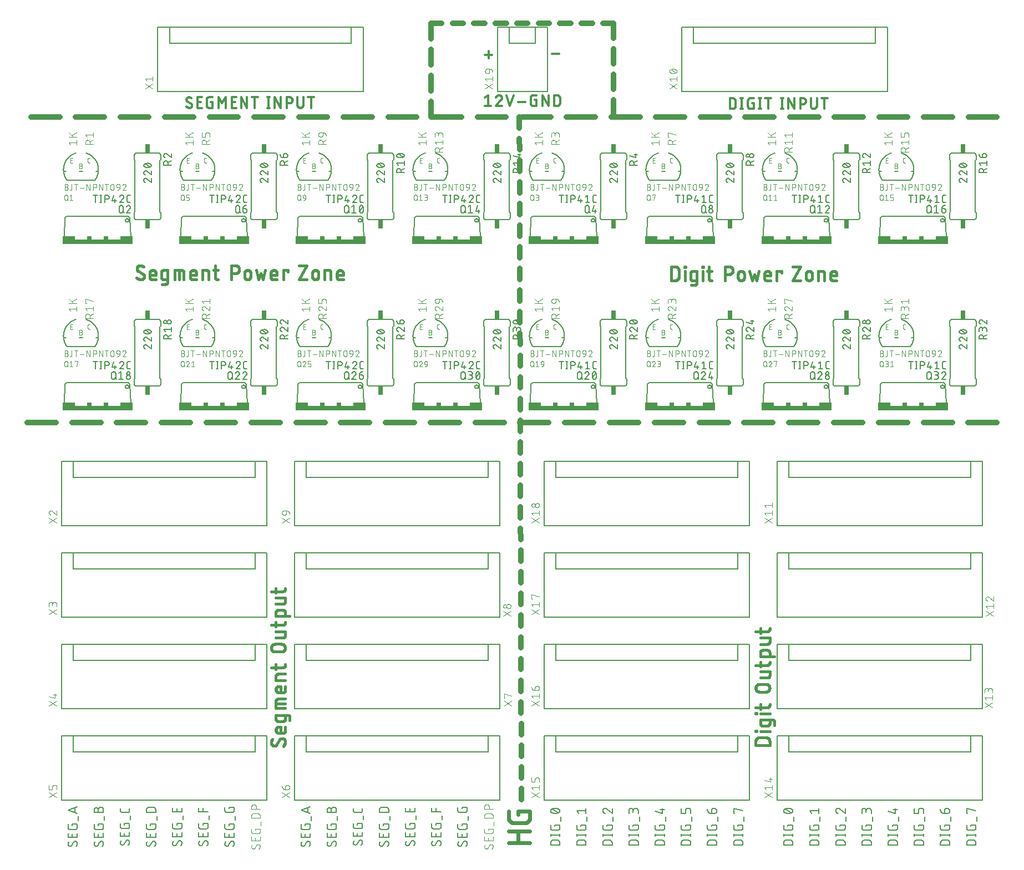
<source format=gbr>
G04 EAGLE Gerber RS-274X export*
G75*
%MOMM*%
%FSLAX34Y34*%
%LPD*%
%INSilkscreen Top*%
%IPPOS*%
%AMOC8*
5,1,8,0,0,1.08239X$1,22.5*%
G01*
%ADD10C,0.127000*%
%ADD11C,0.101600*%
%ADD12C,0.609600*%
%ADD13C,0.812800*%
%ADD14C,0.304800*%
%ADD15C,0.406400*%
%ADD16C,0.076200*%
%ADD17C,0.152400*%
%ADD18R,10.668000X0.762000*%
%ADD19R,1.905000X0.508000*%
%ADD20R,0.762000X0.508000*%
%ADD21R,0.762000X1.397000*%
%ADD22C,0.203200*%


D10*
X831277Y26237D02*
X817047Y26237D01*
X817047Y30189D01*
X817049Y30313D01*
X817055Y30437D01*
X817065Y30561D01*
X817078Y30684D01*
X817096Y30807D01*
X817117Y30930D01*
X817142Y31051D01*
X817171Y31172D01*
X817204Y31292D01*
X817240Y31411D01*
X817281Y31528D01*
X817325Y31644D01*
X817372Y31759D01*
X817423Y31872D01*
X817478Y31984D01*
X817536Y32093D01*
X817597Y32201D01*
X817662Y32307D01*
X817731Y32411D01*
X817802Y32513D01*
X817877Y32612D01*
X817954Y32709D01*
X818035Y32803D01*
X818118Y32895D01*
X818205Y32984D01*
X818294Y33071D01*
X818386Y33154D01*
X818480Y33235D01*
X818577Y33312D01*
X818677Y33387D01*
X818778Y33458D01*
X818882Y33527D01*
X818988Y33592D01*
X819096Y33653D01*
X819205Y33711D01*
X819317Y33766D01*
X819430Y33817D01*
X819545Y33864D01*
X819661Y33908D01*
X819778Y33949D01*
X819897Y33985D01*
X820017Y34018D01*
X820138Y34047D01*
X820259Y34072D01*
X820382Y34093D01*
X820505Y34111D01*
X820628Y34124D01*
X820752Y34134D01*
X820876Y34140D01*
X821000Y34142D01*
X827324Y34142D01*
X827448Y34140D01*
X827572Y34134D01*
X827696Y34124D01*
X827819Y34111D01*
X827942Y34093D01*
X828065Y34072D01*
X828186Y34047D01*
X828307Y34018D01*
X828427Y33985D01*
X828546Y33949D01*
X828663Y33908D01*
X828779Y33864D01*
X828894Y33817D01*
X829007Y33766D01*
X829119Y33711D01*
X829228Y33653D01*
X829336Y33592D01*
X829442Y33527D01*
X829546Y33458D01*
X829648Y33387D01*
X829747Y33312D01*
X829844Y33235D01*
X829938Y33154D01*
X830030Y33071D01*
X830119Y32984D01*
X830206Y32895D01*
X830289Y32803D01*
X830370Y32709D01*
X830447Y32612D01*
X830522Y32513D01*
X830593Y32411D01*
X830662Y32307D01*
X830727Y32201D01*
X830788Y32093D01*
X830846Y31984D01*
X830901Y31872D01*
X830952Y31759D01*
X830999Y31644D01*
X831043Y31528D01*
X831084Y31411D01*
X831120Y31292D01*
X831153Y31172D01*
X831182Y31051D01*
X831207Y30930D01*
X831228Y30807D01*
X831246Y30684D01*
X831259Y30561D01*
X831269Y30437D01*
X831275Y30313D01*
X831277Y30189D01*
X831277Y26237D01*
X831277Y41766D02*
X817047Y41766D01*
X831277Y40185D02*
X831277Y43347D01*
X817047Y43347D02*
X817047Y40185D01*
X823371Y54923D02*
X823371Y57295D01*
X831277Y57295D01*
X831277Y52552D01*
X831275Y52442D01*
X831269Y52331D01*
X831260Y52221D01*
X831246Y52112D01*
X831229Y52003D01*
X831208Y51895D01*
X831183Y51787D01*
X831155Y51680D01*
X831122Y51575D01*
X831086Y51471D01*
X831047Y51368D01*
X831004Y51266D01*
X830957Y51166D01*
X830907Y51068D01*
X830853Y50971D01*
X830797Y50876D01*
X830736Y50784D01*
X830673Y50693D01*
X830607Y50605D01*
X830537Y50520D01*
X830465Y50436D01*
X830390Y50356D01*
X830312Y50277D01*
X830231Y50202D01*
X830148Y50130D01*
X830062Y50060D01*
X829974Y49994D01*
X829883Y49931D01*
X829791Y49870D01*
X829696Y49814D01*
X829599Y49760D01*
X829501Y49710D01*
X829401Y49663D01*
X829300Y49620D01*
X829196Y49581D01*
X829092Y49545D01*
X828987Y49512D01*
X828880Y49484D01*
X828772Y49459D01*
X828664Y49438D01*
X828555Y49421D01*
X828446Y49407D01*
X828336Y49398D01*
X828225Y49392D01*
X828115Y49390D01*
X820209Y49390D01*
X820099Y49392D01*
X819988Y49398D01*
X819878Y49407D01*
X819769Y49421D01*
X819660Y49438D01*
X819552Y49459D01*
X819444Y49484D01*
X819337Y49512D01*
X819232Y49545D01*
X819128Y49581D01*
X819025Y49620D01*
X818923Y49663D01*
X818823Y49710D01*
X818725Y49760D01*
X818628Y49814D01*
X818533Y49870D01*
X818441Y49931D01*
X818350Y49994D01*
X818262Y50060D01*
X818177Y50130D01*
X818093Y50202D01*
X818013Y50277D01*
X817934Y50355D01*
X817859Y50436D01*
X817787Y50519D01*
X817717Y50605D01*
X817651Y50693D01*
X817588Y50784D01*
X817527Y50876D01*
X817471Y50971D01*
X817417Y51068D01*
X817367Y51166D01*
X817320Y51266D01*
X817277Y51367D01*
X817238Y51471D01*
X817202Y51575D01*
X817169Y51680D01*
X817141Y51787D01*
X817116Y51895D01*
X817095Y52003D01*
X817078Y52112D01*
X817064Y52221D01*
X817055Y52331D01*
X817049Y52442D01*
X817047Y52552D01*
X817047Y57295D01*
X832858Y63146D02*
X832858Y69470D01*
X824162Y74858D02*
X823882Y74861D01*
X823602Y74871D01*
X823323Y74888D01*
X823044Y74911D01*
X822766Y74941D01*
X822488Y74978D01*
X822211Y75021D01*
X821936Y75071D01*
X821662Y75128D01*
X821389Y75191D01*
X821118Y75260D01*
X820848Y75336D01*
X820581Y75418D01*
X820315Y75507D01*
X820052Y75602D01*
X819791Y75703D01*
X819532Y75811D01*
X819276Y75924D01*
X819023Y76044D01*
X818923Y76081D01*
X818824Y76121D01*
X818727Y76164D01*
X818631Y76211D01*
X818537Y76262D01*
X818445Y76316D01*
X818355Y76373D01*
X818267Y76434D01*
X818182Y76498D01*
X818099Y76565D01*
X818018Y76635D01*
X817940Y76707D01*
X817864Y76783D01*
X817792Y76861D01*
X817722Y76942D01*
X817655Y77025D01*
X817592Y77111D01*
X817531Y77199D01*
X817474Y77289D01*
X817420Y77381D01*
X817370Y77475D01*
X817323Y77571D01*
X817279Y77668D01*
X817240Y77767D01*
X817203Y77868D01*
X817171Y77969D01*
X817142Y78072D01*
X817117Y78176D01*
X817096Y78280D01*
X817078Y78386D01*
X817065Y78491D01*
X817055Y78598D01*
X817049Y78704D01*
X817047Y78811D01*
X817049Y78918D01*
X817055Y79024D01*
X817065Y79131D01*
X817078Y79236D01*
X817096Y79342D01*
X817117Y79446D01*
X817142Y79550D01*
X817171Y79653D01*
X817203Y79754D01*
X817240Y79855D01*
X817279Y79954D01*
X817323Y80051D01*
X817370Y80147D01*
X817420Y80241D01*
X817474Y80333D01*
X817531Y80423D01*
X817592Y80511D01*
X817655Y80597D01*
X817722Y80680D01*
X817792Y80761D01*
X817864Y80839D01*
X817940Y80915D01*
X818018Y80987D01*
X818099Y81057D01*
X818182Y81124D01*
X818267Y81188D01*
X818355Y81249D01*
X818445Y81306D01*
X818537Y81360D01*
X818631Y81411D01*
X818727Y81458D01*
X818824Y81501D01*
X818923Y81541D01*
X819023Y81578D01*
X819276Y81698D01*
X819532Y81811D01*
X819791Y81919D01*
X820052Y82020D01*
X820315Y82115D01*
X820581Y82204D01*
X820848Y82286D01*
X821118Y82362D01*
X821389Y82431D01*
X821662Y82494D01*
X821936Y82551D01*
X822211Y82601D01*
X822488Y82644D01*
X822766Y82681D01*
X823044Y82711D01*
X823323Y82734D01*
X823602Y82751D01*
X823882Y82761D01*
X824162Y82764D01*
X824162Y74858D02*
X824442Y74861D01*
X824722Y74871D01*
X825001Y74888D01*
X825280Y74911D01*
X825558Y74941D01*
X825836Y74978D01*
X826113Y75021D01*
X826388Y75071D01*
X826662Y75128D01*
X826935Y75191D01*
X827206Y75260D01*
X827476Y75336D01*
X827743Y75418D01*
X828009Y75507D01*
X828272Y75602D01*
X828533Y75703D01*
X828792Y75811D01*
X829048Y75924D01*
X829301Y76044D01*
X829401Y76081D01*
X829500Y76121D01*
X829597Y76164D01*
X829693Y76211D01*
X829787Y76262D01*
X829879Y76316D01*
X829969Y76374D01*
X830057Y76434D01*
X830142Y76498D01*
X830225Y76565D01*
X830306Y76635D01*
X830384Y76707D01*
X830460Y76783D01*
X830532Y76861D01*
X830602Y76942D01*
X830669Y77025D01*
X830732Y77111D01*
X830793Y77199D01*
X830850Y77289D01*
X830904Y77381D01*
X830954Y77475D01*
X831001Y77571D01*
X831045Y77668D01*
X831084Y77767D01*
X831121Y77868D01*
X831153Y77969D01*
X831182Y78072D01*
X831207Y78176D01*
X831228Y78280D01*
X831246Y78386D01*
X831259Y78491D01*
X831269Y78598D01*
X831275Y78704D01*
X831277Y78811D01*
X829301Y81578D02*
X829048Y81698D01*
X828792Y81811D01*
X828533Y81919D01*
X828272Y82020D01*
X828009Y82115D01*
X827743Y82204D01*
X827476Y82286D01*
X827206Y82362D01*
X826935Y82431D01*
X826662Y82494D01*
X826388Y82551D01*
X826113Y82601D01*
X825836Y82644D01*
X825558Y82681D01*
X825280Y82711D01*
X825001Y82734D01*
X824722Y82751D01*
X824442Y82761D01*
X824162Y82764D01*
X829301Y81578D02*
X829401Y81541D01*
X829500Y81501D01*
X829597Y81458D01*
X829693Y81411D01*
X829787Y81360D01*
X829879Y81306D01*
X829969Y81248D01*
X830057Y81188D01*
X830142Y81124D01*
X830225Y81057D01*
X830306Y80987D01*
X830384Y80915D01*
X830460Y80839D01*
X830532Y80761D01*
X830602Y80680D01*
X830669Y80597D01*
X830732Y80511D01*
X830793Y80423D01*
X830850Y80333D01*
X830904Y80241D01*
X830954Y80147D01*
X831001Y80051D01*
X831045Y79954D01*
X831084Y79855D01*
X831121Y79754D01*
X831153Y79653D01*
X831182Y79550D01*
X831207Y79446D01*
X831228Y79342D01*
X831246Y79236D01*
X831259Y79131D01*
X831269Y79024D01*
X831275Y78918D01*
X831277Y78811D01*
X828115Y75648D02*
X820209Y81973D01*
X856961Y26237D02*
X871191Y26237D01*
X856961Y26237D02*
X856961Y30189D01*
X856963Y30313D01*
X856969Y30437D01*
X856979Y30561D01*
X856992Y30684D01*
X857010Y30807D01*
X857031Y30930D01*
X857056Y31051D01*
X857085Y31172D01*
X857118Y31292D01*
X857154Y31411D01*
X857195Y31528D01*
X857239Y31644D01*
X857286Y31759D01*
X857337Y31872D01*
X857392Y31984D01*
X857450Y32093D01*
X857511Y32201D01*
X857576Y32307D01*
X857645Y32411D01*
X857716Y32513D01*
X857791Y32612D01*
X857868Y32709D01*
X857949Y32803D01*
X858032Y32895D01*
X858119Y32984D01*
X858208Y33071D01*
X858300Y33154D01*
X858394Y33235D01*
X858491Y33312D01*
X858591Y33387D01*
X858692Y33458D01*
X858796Y33527D01*
X858902Y33592D01*
X859010Y33653D01*
X859119Y33711D01*
X859231Y33766D01*
X859344Y33817D01*
X859459Y33864D01*
X859575Y33908D01*
X859692Y33949D01*
X859811Y33985D01*
X859931Y34018D01*
X860052Y34047D01*
X860173Y34072D01*
X860296Y34093D01*
X860419Y34111D01*
X860542Y34124D01*
X860666Y34134D01*
X860790Y34140D01*
X860914Y34142D01*
X867239Y34142D01*
X867363Y34140D01*
X867487Y34134D01*
X867611Y34124D01*
X867734Y34111D01*
X867857Y34093D01*
X867980Y34072D01*
X868101Y34047D01*
X868222Y34018D01*
X868342Y33985D01*
X868461Y33949D01*
X868578Y33908D01*
X868694Y33864D01*
X868809Y33817D01*
X868922Y33766D01*
X869034Y33711D01*
X869143Y33653D01*
X869251Y33592D01*
X869357Y33527D01*
X869461Y33458D01*
X869563Y33387D01*
X869662Y33312D01*
X869759Y33235D01*
X869853Y33154D01*
X869945Y33071D01*
X870034Y32984D01*
X870121Y32895D01*
X870204Y32803D01*
X870285Y32709D01*
X870362Y32612D01*
X870437Y32513D01*
X870508Y32411D01*
X870577Y32307D01*
X870642Y32201D01*
X870703Y32093D01*
X870761Y31984D01*
X870816Y31872D01*
X870867Y31759D01*
X870914Y31644D01*
X870958Y31528D01*
X870999Y31411D01*
X871035Y31292D01*
X871068Y31172D01*
X871097Y31051D01*
X871122Y30930D01*
X871143Y30807D01*
X871161Y30684D01*
X871174Y30561D01*
X871184Y30437D01*
X871190Y30313D01*
X871192Y30189D01*
X871191Y30189D02*
X871191Y26237D01*
X871191Y41766D02*
X856961Y41766D01*
X871191Y40185D02*
X871191Y43347D01*
X856961Y43347D02*
X856961Y40185D01*
X863286Y54923D02*
X863286Y57295D01*
X871191Y57295D01*
X871191Y52552D01*
X871189Y52442D01*
X871183Y52331D01*
X871174Y52221D01*
X871160Y52112D01*
X871143Y52003D01*
X871122Y51895D01*
X871097Y51787D01*
X871069Y51680D01*
X871036Y51575D01*
X871000Y51471D01*
X870961Y51368D01*
X870918Y51266D01*
X870871Y51166D01*
X870821Y51068D01*
X870767Y50971D01*
X870711Y50876D01*
X870650Y50784D01*
X870587Y50693D01*
X870521Y50605D01*
X870451Y50520D01*
X870379Y50436D01*
X870304Y50356D01*
X870226Y50277D01*
X870145Y50202D01*
X870062Y50130D01*
X869976Y50060D01*
X869888Y49994D01*
X869797Y49931D01*
X869705Y49870D01*
X869610Y49814D01*
X869513Y49760D01*
X869415Y49710D01*
X869315Y49663D01*
X869214Y49620D01*
X869110Y49581D01*
X869006Y49545D01*
X868901Y49512D01*
X868794Y49484D01*
X868686Y49459D01*
X868578Y49438D01*
X868469Y49421D01*
X868360Y49407D01*
X868250Y49398D01*
X868139Y49392D01*
X868029Y49390D01*
X860124Y49390D01*
X860014Y49392D01*
X859903Y49398D01*
X859793Y49407D01*
X859684Y49421D01*
X859575Y49438D01*
X859467Y49459D01*
X859359Y49484D01*
X859252Y49512D01*
X859147Y49545D01*
X859043Y49581D01*
X858940Y49620D01*
X858838Y49663D01*
X858738Y49710D01*
X858640Y49760D01*
X858543Y49814D01*
X858448Y49870D01*
X858356Y49931D01*
X858265Y49994D01*
X858177Y50060D01*
X858092Y50130D01*
X858008Y50202D01*
X857928Y50277D01*
X857849Y50355D01*
X857774Y50436D01*
X857702Y50519D01*
X857632Y50605D01*
X857566Y50693D01*
X857503Y50784D01*
X857442Y50876D01*
X857386Y50971D01*
X857332Y51068D01*
X857282Y51166D01*
X857235Y51266D01*
X857192Y51367D01*
X857153Y51471D01*
X857117Y51575D01*
X857084Y51680D01*
X857056Y51787D01*
X857031Y51895D01*
X857010Y52003D01*
X856993Y52112D01*
X856979Y52221D01*
X856970Y52331D01*
X856964Y52442D01*
X856962Y52552D01*
X856961Y52552D02*
X856961Y57295D01*
X872772Y63146D02*
X872772Y69470D01*
X860124Y74858D02*
X856961Y78811D01*
X871191Y78811D01*
X871191Y82763D02*
X871191Y74858D01*
X896876Y26237D02*
X911106Y26237D01*
X896876Y26237D02*
X896876Y30189D01*
X896875Y30189D02*
X896877Y30313D01*
X896883Y30437D01*
X896893Y30561D01*
X896906Y30684D01*
X896924Y30807D01*
X896945Y30930D01*
X896970Y31051D01*
X896999Y31172D01*
X897032Y31292D01*
X897068Y31411D01*
X897109Y31528D01*
X897153Y31644D01*
X897200Y31759D01*
X897251Y31872D01*
X897306Y31984D01*
X897364Y32093D01*
X897425Y32201D01*
X897490Y32307D01*
X897559Y32411D01*
X897630Y32513D01*
X897705Y32612D01*
X897782Y32709D01*
X897863Y32803D01*
X897946Y32895D01*
X898033Y32984D01*
X898122Y33071D01*
X898214Y33154D01*
X898308Y33235D01*
X898405Y33312D01*
X898505Y33387D01*
X898606Y33458D01*
X898710Y33527D01*
X898816Y33592D01*
X898924Y33653D01*
X899033Y33711D01*
X899145Y33766D01*
X899258Y33817D01*
X899373Y33864D01*
X899489Y33908D01*
X899606Y33949D01*
X899725Y33985D01*
X899845Y34018D01*
X899966Y34047D01*
X900087Y34072D01*
X900210Y34093D01*
X900333Y34111D01*
X900456Y34124D01*
X900580Y34134D01*
X900704Y34140D01*
X900828Y34142D01*
X907153Y34142D01*
X907277Y34140D01*
X907401Y34134D01*
X907525Y34124D01*
X907648Y34111D01*
X907771Y34093D01*
X907894Y34072D01*
X908015Y34047D01*
X908136Y34018D01*
X908256Y33985D01*
X908375Y33949D01*
X908492Y33908D01*
X908608Y33864D01*
X908723Y33817D01*
X908836Y33766D01*
X908948Y33711D01*
X909057Y33653D01*
X909165Y33592D01*
X909271Y33527D01*
X909375Y33458D01*
X909477Y33387D01*
X909576Y33312D01*
X909673Y33235D01*
X909767Y33154D01*
X909859Y33071D01*
X909948Y32984D01*
X910035Y32895D01*
X910118Y32803D01*
X910199Y32709D01*
X910276Y32612D01*
X910351Y32513D01*
X910422Y32411D01*
X910491Y32307D01*
X910556Y32201D01*
X910617Y32093D01*
X910675Y31984D01*
X910730Y31872D01*
X910781Y31759D01*
X910828Y31644D01*
X910872Y31528D01*
X910913Y31411D01*
X910949Y31292D01*
X910982Y31172D01*
X911011Y31051D01*
X911036Y30930D01*
X911057Y30807D01*
X911075Y30684D01*
X911088Y30561D01*
X911098Y30437D01*
X911104Y30313D01*
X911106Y30189D01*
X911106Y26237D01*
X911106Y41766D02*
X896876Y41766D01*
X911106Y40185D02*
X911106Y43347D01*
X896876Y43347D02*
X896876Y40185D01*
X903200Y54923D02*
X903200Y57295D01*
X911106Y57295D01*
X911106Y52552D01*
X911105Y52552D02*
X911103Y52442D01*
X911097Y52331D01*
X911088Y52221D01*
X911074Y52112D01*
X911057Y52003D01*
X911036Y51895D01*
X911011Y51787D01*
X910983Y51680D01*
X910950Y51575D01*
X910914Y51471D01*
X910875Y51368D01*
X910832Y51266D01*
X910785Y51166D01*
X910735Y51068D01*
X910681Y50971D01*
X910625Y50876D01*
X910564Y50784D01*
X910501Y50693D01*
X910435Y50605D01*
X910365Y50520D01*
X910293Y50436D01*
X910218Y50356D01*
X910140Y50277D01*
X910059Y50202D01*
X909976Y50130D01*
X909890Y50060D01*
X909802Y49994D01*
X909711Y49931D01*
X909619Y49870D01*
X909524Y49814D01*
X909427Y49760D01*
X909329Y49710D01*
X909229Y49663D01*
X909128Y49620D01*
X909024Y49581D01*
X908920Y49545D01*
X908815Y49512D01*
X908708Y49484D01*
X908600Y49459D01*
X908492Y49438D01*
X908383Y49421D01*
X908274Y49407D01*
X908164Y49398D01*
X908053Y49392D01*
X907943Y49390D01*
X900038Y49390D01*
X899928Y49392D01*
X899817Y49398D01*
X899707Y49407D01*
X899598Y49421D01*
X899489Y49438D01*
X899381Y49459D01*
X899273Y49484D01*
X899166Y49512D01*
X899061Y49545D01*
X898957Y49581D01*
X898854Y49620D01*
X898752Y49663D01*
X898652Y49710D01*
X898554Y49760D01*
X898457Y49814D01*
X898362Y49870D01*
X898270Y49931D01*
X898179Y49994D01*
X898091Y50060D01*
X898006Y50130D01*
X897922Y50202D01*
X897842Y50277D01*
X897763Y50355D01*
X897688Y50436D01*
X897616Y50519D01*
X897546Y50605D01*
X897480Y50693D01*
X897417Y50784D01*
X897356Y50876D01*
X897300Y50971D01*
X897246Y51068D01*
X897196Y51166D01*
X897149Y51266D01*
X897106Y51367D01*
X897067Y51471D01*
X897031Y51575D01*
X896998Y51680D01*
X896970Y51787D01*
X896945Y51895D01*
X896924Y52003D01*
X896907Y52112D01*
X896893Y52221D01*
X896884Y52331D01*
X896878Y52442D01*
X896876Y52552D01*
X896876Y57295D01*
X912687Y63146D02*
X912687Y69470D01*
X900433Y82764D02*
X900317Y82762D01*
X900200Y82756D01*
X900084Y82747D01*
X899969Y82734D01*
X899853Y82716D01*
X899739Y82696D01*
X899625Y82671D01*
X899512Y82643D01*
X899400Y82611D01*
X899289Y82575D01*
X899180Y82536D01*
X899071Y82493D01*
X898965Y82447D01*
X898859Y82397D01*
X898756Y82344D01*
X898654Y82287D01*
X898554Y82227D01*
X898456Y82164D01*
X898361Y82098D01*
X898267Y82029D01*
X898176Y81956D01*
X898087Y81881D01*
X898001Y81803D01*
X897917Y81722D01*
X897836Y81638D01*
X897758Y81552D01*
X897683Y81463D01*
X897610Y81372D01*
X897541Y81278D01*
X897475Y81183D01*
X897412Y81085D01*
X897352Y80985D01*
X897295Y80883D01*
X897242Y80780D01*
X897192Y80674D01*
X897146Y80568D01*
X897103Y80459D01*
X897064Y80350D01*
X897028Y80239D01*
X896996Y80127D01*
X896968Y80014D01*
X896943Y79900D01*
X896923Y79786D01*
X896905Y79670D01*
X896892Y79555D01*
X896883Y79439D01*
X896877Y79322D01*
X896875Y79206D01*
X896876Y79206D02*
X896878Y79072D01*
X896884Y78939D01*
X896894Y78806D01*
X896907Y78673D01*
X896925Y78540D01*
X896946Y78408D01*
X896971Y78277D01*
X897001Y78146D01*
X897033Y78017D01*
X897070Y77888D01*
X897110Y77761D01*
X897155Y77635D01*
X897202Y77510D01*
X897254Y77387D01*
X897309Y77265D01*
X897367Y77145D01*
X897429Y77026D01*
X897495Y76910D01*
X897564Y76795D01*
X897636Y76683D01*
X897711Y76572D01*
X897790Y76464D01*
X897872Y76359D01*
X897956Y76255D01*
X898044Y76154D01*
X898135Y76056D01*
X898228Y75961D01*
X898325Y75868D01*
X898424Y75778D01*
X898525Y75691D01*
X898629Y75607D01*
X898736Y75527D01*
X898844Y75449D01*
X898955Y75374D01*
X899068Y75303D01*
X899184Y75235D01*
X899301Y75171D01*
X899420Y75110D01*
X899540Y75052D01*
X899662Y74998D01*
X899786Y74948D01*
X899911Y74901D01*
X900038Y74858D01*
X903200Y81577D02*
X903116Y81662D01*
X903030Y81744D01*
X902942Y81824D01*
X902851Y81901D01*
X902758Y81974D01*
X902662Y82045D01*
X902564Y82113D01*
X902465Y82178D01*
X902363Y82240D01*
X902259Y82298D01*
X902154Y82354D01*
X902047Y82405D01*
X901938Y82454D01*
X901828Y82499D01*
X901717Y82541D01*
X901604Y82579D01*
X901490Y82614D01*
X901375Y82645D01*
X901259Y82673D01*
X901143Y82696D01*
X901026Y82717D01*
X900908Y82733D01*
X900789Y82746D01*
X900671Y82756D01*
X900552Y82761D01*
X900433Y82763D01*
X903200Y81578D02*
X911106Y74858D01*
X911106Y82763D01*
X936790Y26237D02*
X951020Y26237D01*
X936790Y26237D02*
X936790Y30189D01*
X936792Y30313D01*
X936798Y30437D01*
X936808Y30561D01*
X936821Y30684D01*
X936839Y30807D01*
X936860Y30930D01*
X936885Y31051D01*
X936914Y31172D01*
X936947Y31292D01*
X936983Y31411D01*
X937024Y31528D01*
X937068Y31644D01*
X937115Y31759D01*
X937166Y31872D01*
X937221Y31984D01*
X937279Y32093D01*
X937340Y32201D01*
X937405Y32307D01*
X937474Y32411D01*
X937545Y32513D01*
X937620Y32612D01*
X937697Y32709D01*
X937778Y32803D01*
X937861Y32895D01*
X937948Y32984D01*
X938037Y33071D01*
X938129Y33154D01*
X938223Y33235D01*
X938320Y33312D01*
X938420Y33387D01*
X938521Y33458D01*
X938625Y33527D01*
X938731Y33592D01*
X938839Y33653D01*
X938948Y33711D01*
X939060Y33766D01*
X939173Y33817D01*
X939288Y33864D01*
X939404Y33908D01*
X939521Y33949D01*
X939640Y33985D01*
X939760Y34018D01*
X939881Y34047D01*
X940002Y34072D01*
X940125Y34093D01*
X940248Y34111D01*
X940371Y34124D01*
X940495Y34134D01*
X940619Y34140D01*
X940743Y34142D01*
X947067Y34142D01*
X947191Y34140D01*
X947315Y34134D01*
X947439Y34124D01*
X947562Y34111D01*
X947685Y34093D01*
X947808Y34072D01*
X947929Y34047D01*
X948050Y34018D01*
X948170Y33985D01*
X948289Y33949D01*
X948406Y33908D01*
X948522Y33864D01*
X948637Y33817D01*
X948750Y33766D01*
X948862Y33711D01*
X948971Y33653D01*
X949079Y33592D01*
X949185Y33527D01*
X949289Y33458D01*
X949391Y33387D01*
X949490Y33312D01*
X949587Y33235D01*
X949681Y33154D01*
X949773Y33071D01*
X949862Y32984D01*
X949949Y32895D01*
X950032Y32803D01*
X950113Y32709D01*
X950190Y32612D01*
X950265Y32513D01*
X950336Y32411D01*
X950405Y32307D01*
X950470Y32201D01*
X950531Y32093D01*
X950589Y31984D01*
X950644Y31872D01*
X950695Y31759D01*
X950742Y31644D01*
X950786Y31528D01*
X950827Y31411D01*
X950863Y31292D01*
X950896Y31172D01*
X950925Y31051D01*
X950950Y30930D01*
X950971Y30807D01*
X950989Y30684D01*
X951002Y30561D01*
X951012Y30437D01*
X951018Y30313D01*
X951020Y30189D01*
X951020Y26237D01*
X951020Y41766D02*
X936790Y41766D01*
X951020Y40185D02*
X951020Y43347D01*
X936790Y43347D02*
X936790Y40185D01*
X943114Y54923D02*
X943114Y57295D01*
X951020Y57295D01*
X951020Y52552D01*
X951018Y52442D01*
X951012Y52331D01*
X951003Y52221D01*
X950989Y52112D01*
X950972Y52003D01*
X950951Y51895D01*
X950926Y51787D01*
X950898Y51680D01*
X950865Y51575D01*
X950829Y51471D01*
X950790Y51368D01*
X950747Y51266D01*
X950700Y51166D01*
X950650Y51068D01*
X950596Y50971D01*
X950540Y50876D01*
X950479Y50784D01*
X950416Y50693D01*
X950350Y50605D01*
X950280Y50520D01*
X950208Y50436D01*
X950133Y50356D01*
X950055Y50277D01*
X949974Y50202D01*
X949891Y50130D01*
X949805Y50060D01*
X949717Y49994D01*
X949626Y49931D01*
X949534Y49870D01*
X949439Y49814D01*
X949342Y49760D01*
X949244Y49710D01*
X949144Y49663D01*
X949043Y49620D01*
X948939Y49581D01*
X948835Y49545D01*
X948730Y49512D01*
X948623Y49484D01*
X948515Y49459D01*
X948407Y49438D01*
X948298Y49421D01*
X948189Y49407D01*
X948079Y49398D01*
X947968Y49392D01*
X947858Y49390D01*
X939952Y49390D01*
X939842Y49392D01*
X939731Y49398D01*
X939621Y49407D01*
X939512Y49421D01*
X939403Y49438D01*
X939295Y49459D01*
X939187Y49484D01*
X939080Y49512D01*
X938975Y49545D01*
X938871Y49581D01*
X938768Y49620D01*
X938666Y49663D01*
X938566Y49710D01*
X938468Y49760D01*
X938371Y49814D01*
X938276Y49870D01*
X938184Y49931D01*
X938093Y49994D01*
X938005Y50060D01*
X937920Y50130D01*
X937836Y50202D01*
X937756Y50277D01*
X937677Y50355D01*
X937602Y50436D01*
X937530Y50519D01*
X937460Y50605D01*
X937394Y50693D01*
X937331Y50784D01*
X937270Y50876D01*
X937214Y50971D01*
X937160Y51068D01*
X937110Y51166D01*
X937063Y51266D01*
X937020Y51367D01*
X936981Y51471D01*
X936945Y51575D01*
X936912Y51680D01*
X936884Y51787D01*
X936859Y51895D01*
X936838Y52003D01*
X936821Y52112D01*
X936807Y52221D01*
X936798Y52331D01*
X936792Y52442D01*
X936790Y52552D01*
X936790Y57295D01*
X952601Y63146D02*
X952601Y69470D01*
X951020Y74858D02*
X951020Y78811D01*
X951018Y78935D01*
X951012Y79059D01*
X951002Y79183D01*
X950989Y79306D01*
X950971Y79429D01*
X950950Y79552D01*
X950925Y79673D01*
X950896Y79794D01*
X950863Y79914D01*
X950827Y80033D01*
X950786Y80150D01*
X950742Y80266D01*
X950695Y80381D01*
X950644Y80494D01*
X950589Y80606D01*
X950531Y80715D01*
X950470Y80823D01*
X950405Y80929D01*
X950336Y81033D01*
X950265Y81135D01*
X950190Y81234D01*
X950113Y81331D01*
X950032Y81425D01*
X949949Y81517D01*
X949862Y81606D01*
X949773Y81693D01*
X949681Y81776D01*
X949587Y81857D01*
X949490Y81934D01*
X949391Y82009D01*
X949289Y82080D01*
X949185Y82149D01*
X949079Y82214D01*
X948971Y82275D01*
X948862Y82333D01*
X948750Y82388D01*
X948637Y82439D01*
X948522Y82486D01*
X948406Y82530D01*
X948289Y82571D01*
X948170Y82607D01*
X948050Y82640D01*
X947929Y82669D01*
X947808Y82694D01*
X947685Y82715D01*
X947562Y82733D01*
X947439Y82746D01*
X947315Y82756D01*
X947191Y82762D01*
X947067Y82764D01*
X946943Y82762D01*
X946819Y82756D01*
X946695Y82746D01*
X946572Y82733D01*
X946449Y82715D01*
X946326Y82694D01*
X946205Y82669D01*
X946084Y82640D01*
X945964Y82607D01*
X945845Y82571D01*
X945728Y82530D01*
X945612Y82486D01*
X945497Y82439D01*
X945384Y82388D01*
X945272Y82333D01*
X945163Y82275D01*
X945055Y82214D01*
X944949Y82149D01*
X944845Y82080D01*
X944743Y82009D01*
X944644Y81934D01*
X944547Y81857D01*
X944453Y81776D01*
X944361Y81693D01*
X944272Y81606D01*
X944185Y81517D01*
X944102Y81425D01*
X944021Y81331D01*
X943944Y81234D01*
X943869Y81135D01*
X943798Y81033D01*
X943729Y80929D01*
X943664Y80823D01*
X943603Y80715D01*
X943545Y80606D01*
X943490Y80494D01*
X943439Y80381D01*
X943392Y80266D01*
X943348Y80150D01*
X943307Y80033D01*
X943271Y79914D01*
X943238Y79794D01*
X943209Y79673D01*
X943184Y79552D01*
X943163Y79429D01*
X943145Y79306D01*
X943132Y79183D01*
X943122Y79059D01*
X943116Y78935D01*
X943114Y78811D01*
X936790Y79601D02*
X936790Y74858D01*
X936790Y79601D02*
X936792Y79713D01*
X936798Y79824D01*
X936808Y79935D01*
X936821Y80046D01*
X936839Y80156D01*
X936861Y80266D01*
X936886Y80374D01*
X936915Y80482D01*
X936948Y80589D01*
X936985Y80694D01*
X937025Y80798D01*
X937069Y80901D01*
X937117Y81002D01*
X937168Y81101D01*
X937223Y81198D01*
X937281Y81293D01*
X937342Y81387D01*
X937407Y81478D01*
X937475Y81566D01*
X937546Y81652D01*
X937620Y81736D01*
X937696Y81817D01*
X937776Y81895D01*
X937858Y81971D01*
X937943Y82043D01*
X938031Y82112D01*
X938121Y82179D01*
X938213Y82242D01*
X938307Y82301D01*
X938403Y82358D01*
X938502Y82411D01*
X938602Y82460D01*
X938703Y82506D01*
X938807Y82548D01*
X938911Y82587D01*
X939017Y82622D01*
X939125Y82653D01*
X939233Y82680D01*
X939342Y82704D01*
X939452Y82723D01*
X939562Y82739D01*
X939673Y82751D01*
X939785Y82759D01*
X939896Y82763D01*
X940008Y82763D01*
X940119Y82759D01*
X940231Y82751D01*
X940342Y82739D01*
X940452Y82723D01*
X940562Y82704D01*
X940671Y82680D01*
X940779Y82653D01*
X940887Y82622D01*
X940993Y82587D01*
X941097Y82548D01*
X941201Y82506D01*
X941302Y82460D01*
X941402Y82411D01*
X941501Y82358D01*
X941597Y82301D01*
X941691Y82242D01*
X941783Y82179D01*
X941873Y82112D01*
X941961Y82043D01*
X942046Y81971D01*
X942128Y81895D01*
X942208Y81817D01*
X942284Y81736D01*
X942358Y81652D01*
X942429Y81566D01*
X942497Y81478D01*
X942562Y81387D01*
X942623Y81293D01*
X942681Y81198D01*
X942736Y81101D01*
X942787Y81002D01*
X942835Y80901D01*
X942879Y80798D01*
X942919Y80694D01*
X942956Y80589D01*
X942989Y80482D01*
X943018Y80374D01*
X943043Y80266D01*
X943065Y80156D01*
X943083Y80046D01*
X943096Y79935D01*
X943106Y79824D01*
X943112Y79713D01*
X943114Y79601D01*
X943114Y76439D01*
X976704Y26237D02*
X990934Y26237D01*
X976704Y26237D02*
X976704Y30189D01*
X976706Y30313D01*
X976712Y30437D01*
X976722Y30561D01*
X976735Y30684D01*
X976753Y30807D01*
X976774Y30930D01*
X976799Y31051D01*
X976828Y31172D01*
X976861Y31292D01*
X976897Y31411D01*
X976938Y31528D01*
X976982Y31644D01*
X977029Y31759D01*
X977080Y31872D01*
X977135Y31984D01*
X977193Y32093D01*
X977254Y32201D01*
X977319Y32307D01*
X977388Y32411D01*
X977459Y32513D01*
X977534Y32612D01*
X977611Y32709D01*
X977692Y32803D01*
X977775Y32895D01*
X977862Y32984D01*
X977951Y33071D01*
X978043Y33154D01*
X978137Y33235D01*
X978234Y33312D01*
X978334Y33387D01*
X978435Y33458D01*
X978539Y33527D01*
X978645Y33592D01*
X978753Y33653D01*
X978862Y33711D01*
X978974Y33766D01*
X979087Y33817D01*
X979202Y33864D01*
X979318Y33908D01*
X979435Y33949D01*
X979554Y33985D01*
X979674Y34018D01*
X979795Y34047D01*
X979916Y34072D01*
X980039Y34093D01*
X980162Y34111D01*
X980285Y34124D01*
X980409Y34134D01*
X980533Y34140D01*
X980657Y34142D01*
X986981Y34142D01*
X987105Y34140D01*
X987229Y34134D01*
X987353Y34124D01*
X987476Y34111D01*
X987599Y34093D01*
X987722Y34072D01*
X987843Y34047D01*
X987964Y34018D01*
X988084Y33985D01*
X988203Y33949D01*
X988320Y33908D01*
X988436Y33864D01*
X988551Y33817D01*
X988664Y33766D01*
X988776Y33711D01*
X988885Y33653D01*
X988993Y33592D01*
X989099Y33527D01*
X989203Y33458D01*
X989305Y33387D01*
X989404Y33312D01*
X989501Y33235D01*
X989595Y33154D01*
X989687Y33071D01*
X989776Y32984D01*
X989863Y32895D01*
X989946Y32803D01*
X990027Y32709D01*
X990104Y32612D01*
X990179Y32513D01*
X990250Y32411D01*
X990319Y32307D01*
X990384Y32201D01*
X990445Y32093D01*
X990503Y31984D01*
X990558Y31872D01*
X990609Y31759D01*
X990656Y31644D01*
X990700Y31528D01*
X990741Y31411D01*
X990777Y31292D01*
X990810Y31172D01*
X990839Y31051D01*
X990864Y30930D01*
X990885Y30807D01*
X990903Y30684D01*
X990916Y30561D01*
X990926Y30437D01*
X990932Y30313D01*
X990934Y30189D01*
X990934Y26237D01*
X990934Y41766D02*
X976704Y41766D01*
X990934Y40185D02*
X990934Y43347D01*
X976704Y43347D02*
X976704Y40185D01*
X983029Y54923D02*
X983029Y57295D01*
X990934Y57295D01*
X990934Y52552D01*
X990932Y52442D01*
X990926Y52331D01*
X990917Y52221D01*
X990903Y52112D01*
X990886Y52003D01*
X990865Y51895D01*
X990840Y51787D01*
X990812Y51680D01*
X990779Y51575D01*
X990743Y51471D01*
X990704Y51368D01*
X990661Y51266D01*
X990614Y51166D01*
X990564Y51068D01*
X990510Y50971D01*
X990454Y50876D01*
X990393Y50784D01*
X990330Y50693D01*
X990264Y50605D01*
X990194Y50520D01*
X990122Y50436D01*
X990047Y50356D01*
X989969Y50277D01*
X989888Y50202D01*
X989805Y50130D01*
X989719Y50060D01*
X989631Y49994D01*
X989540Y49931D01*
X989448Y49870D01*
X989353Y49814D01*
X989256Y49760D01*
X989158Y49710D01*
X989058Y49663D01*
X988957Y49620D01*
X988853Y49581D01*
X988749Y49545D01*
X988644Y49512D01*
X988537Y49484D01*
X988429Y49459D01*
X988321Y49438D01*
X988212Y49421D01*
X988103Y49407D01*
X987993Y49398D01*
X987882Y49392D01*
X987772Y49390D01*
X979866Y49390D01*
X979756Y49392D01*
X979645Y49398D01*
X979535Y49407D01*
X979426Y49421D01*
X979317Y49438D01*
X979209Y49459D01*
X979101Y49484D01*
X978994Y49512D01*
X978889Y49545D01*
X978785Y49581D01*
X978682Y49620D01*
X978580Y49663D01*
X978480Y49710D01*
X978382Y49760D01*
X978285Y49814D01*
X978190Y49870D01*
X978098Y49931D01*
X978007Y49994D01*
X977919Y50060D01*
X977834Y50130D01*
X977750Y50202D01*
X977670Y50277D01*
X977591Y50355D01*
X977516Y50436D01*
X977444Y50519D01*
X977374Y50605D01*
X977308Y50693D01*
X977245Y50784D01*
X977184Y50876D01*
X977128Y50971D01*
X977074Y51068D01*
X977024Y51166D01*
X976977Y51266D01*
X976934Y51367D01*
X976895Y51471D01*
X976859Y51575D01*
X976826Y51680D01*
X976798Y51787D01*
X976773Y51895D01*
X976752Y52003D01*
X976735Y52112D01*
X976721Y52221D01*
X976712Y52331D01*
X976706Y52442D01*
X976704Y52552D01*
X976704Y57295D01*
X992515Y63146D02*
X992515Y69470D01*
X987772Y74858D02*
X976704Y78020D01*
X987772Y74858D02*
X987772Y82763D01*
X984610Y80392D02*
X990934Y80392D01*
X1016618Y26237D02*
X1030848Y26237D01*
X1016618Y26237D02*
X1016618Y30189D01*
X1016620Y30313D01*
X1016626Y30437D01*
X1016636Y30561D01*
X1016649Y30684D01*
X1016667Y30807D01*
X1016688Y30930D01*
X1016713Y31051D01*
X1016742Y31172D01*
X1016775Y31292D01*
X1016811Y31411D01*
X1016852Y31528D01*
X1016896Y31644D01*
X1016943Y31759D01*
X1016994Y31872D01*
X1017049Y31984D01*
X1017107Y32093D01*
X1017168Y32201D01*
X1017233Y32307D01*
X1017302Y32411D01*
X1017373Y32513D01*
X1017448Y32612D01*
X1017525Y32709D01*
X1017606Y32803D01*
X1017689Y32895D01*
X1017776Y32984D01*
X1017865Y33071D01*
X1017957Y33154D01*
X1018051Y33235D01*
X1018148Y33312D01*
X1018248Y33387D01*
X1018349Y33458D01*
X1018453Y33527D01*
X1018559Y33592D01*
X1018667Y33653D01*
X1018776Y33711D01*
X1018888Y33766D01*
X1019001Y33817D01*
X1019116Y33864D01*
X1019232Y33908D01*
X1019349Y33949D01*
X1019468Y33985D01*
X1019588Y34018D01*
X1019709Y34047D01*
X1019830Y34072D01*
X1019953Y34093D01*
X1020076Y34111D01*
X1020199Y34124D01*
X1020323Y34134D01*
X1020447Y34140D01*
X1020571Y34142D01*
X1026896Y34142D01*
X1027020Y34140D01*
X1027144Y34134D01*
X1027268Y34124D01*
X1027391Y34111D01*
X1027514Y34093D01*
X1027637Y34072D01*
X1027758Y34047D01*
X1027879Y34018D01*
X1027999Y33985D01*
X1028118Y33949D01*
X1028235Y33908D01*
X1028351Y33864D01*
X1028466Y33817D01*
X1028579Y33766D01*
X1028691Y33711D01*
X1028800Y33653D01*
X1028908Y33592D01*
X1029014Y33527D01*
X1029118Y33458D01*
X1029220Y33387D01*
X1029319Y33312D01*
X1029416Y33235D01*
X1029510Y33154D01*
X1029602Y33071D01*
X1029691Y32984D01*
X1029778Y32895D01*
X1029861Y32803D01*
X1029942Y32709D01*
X1030019Y32612D01*
X1030094Y32513D01*
X1030165Y32411D01*
X1030234Y32307D01*
X1030299Y32201D01*
X1030360Y32093D01*
X1030418Y31984D01*
X1030473Y31872D01*
X1030524Y31759D01*
X1030571Y31644D01*
X1030615Y31528D01*
X1030656Y31411D01*
X1030692Y31292D01*
X1030725Y31172D01*
X1030754Y31051D01*
X1030779Y30930D01*
X1030800Y30807D01*
X1030818Y30684D01*
X1030831Y30561D01*
X1030841Y30437D01*
X1030847Y30313D01*
X1030849Y30189D01*
X1030848Y30189D02*
X1030848Y26237D01*
X1030848Y41766D02*
X1016618Y41766D01*
X1030848Y40185D02*
X1030848Y43347D01*
X1016618Y43347D02*
X1016618Y40185D01*
X1022943Y54923D02*
X1022943Y57295D01*
X1030848Y57295D01*
X1030848Y52552D01*
X1030846Y52442D01*
X1030840Y52331D01*
X1030831Y52221D01*
X1030817Y52112D01*
X1030800Y52003D01*
X1030779Y51895D01*
X1030754Y51787D01*
X1030726Y51680D01*
X1030693Y51575D01*
X1030657Y51471D01*
X1030618Y51368D01*
X1030575Y51266D01*
X1030528Y51166D01*
X1030478Y51068D01*
X1030424Y50971D01*
X1030368Y50876D01*
X1030307Y50784D01*
X1030244Y50693D01*
X1030178Y50605D01*
X1030108Y50520D01*
X1030036Y50436D01*
X1029961Y50356D01*
X1029883Y50277D01*
X1029802Y50202D01*
X1029719Y50130D01*
X1029633Y50060D01*
X1029545Y49994D01*
X1029454Y49931D01*
X1029362Y49870D01*
X1029267Y49814D01*
X1029170Y49760D01*
X1029072Y49710D01*
X1028972Y49663D01*
X1028871Y49620D01*
X1028767Y49581D01*
X1028663Y49545D01*
X1028558Y49512D01*
X1028451Y49484D01*
X1028343Y49459D01*
X1028235Y49438D01*
X1028126Y49421D01*
X1028017Y49407D01*
X1027907Y49398D01*
X1027796Y49392D01*
X1027686Y49390D01*
X1019781Y49390D01*
X1019671Y49392D01*
X1019560Y49398D01*
X1019450Y49407D01*
X1019341Y49421D01*
X1019232Y49438D01*
X1019124Y49459D01*
X1019016Y49484D01*
X1018909Y49512D01*
X1018804Y49545D01*
X1018700Y49581D01*
X1018597Y49620D01*
X1018495Y49663D01*
X1018395Y49710D01*
X1018297Y49760D01*
X1018200Y49814D01*
X1018105Y49870D01*
X1018013Y49931D01*
X1017922Y49994D01*
X1017834Y50060D01*
X1017749Y50130D01*
X1017665Y50202D01*
X1017585Y50277D01*
X1017506Y50355D01*
X1017431Y50436D01*
X1017359Y50519D01*
X1017289Y50605D01*
X1017223Y50693D01*
X1017160Y50784D01*
X1017099Y50876D01*
X1017043Y50971D01*
X1016989Y51068D01*
X1016939Y51166D01*
X1016892Y51266D01*
X1016849Y51367D01*
X1016810Y51471D01*
X1016774Y51575D01*
X1016741Y51680D01*
X1016713Y51787D01*
X1016688Y51895D01*
X1016667Y52003D01*
X1016650Y52112D01*
X1016636Y52221D01*
X1016627Y52331D01*
X1016621Y52442D01*
X1016619Y52552D01*
X1016618Y52552D02*
X1016618Y57295D01*
X1032430Y63146D02*
X1032430Y69470D01*
X1030848Y74858D02*
X1030848Y79601D01*
X1030846Y79711D01*
X1030840Y79822D01*
X1030831Y79932D01*
X1030817Y80041D01*
X1030800Y80150D01*
X1030779Y80258D01*
X1030754Y80366D01*
X1030726Y80473D01*
X1030693Y80578D01*
X1030657Y80682D01*
X1030618Y80786D01*
X1030575Y80887D01*
X1030528Y80987D01*
X1030478Y81085D01*
X1030424Y81182D01*
X1030368Y81277D01*
X1030307Y81369D01*
X1030244Y81460D01*
X1030178Y81548D01*
X1030108Y81633D01*
X1030036Y81717D01*
X1029961Y81798D01*
X1029883Y81876D01*
X1029802Y81951D01*
X1029718Y82023D01*
X1029633Y82093D01*
X1029545Y82159D01*
X1029454Y82222D01*
X1029362Y82283D01*
X1029267Y82339D01*
X1029170Y82393D01*
X1029072Y82443D01*
X1028972Y82490D01*
X1028871Y82533D01*
X1028767Y82572D01*
X1028663Y82608D01*
X1028558Y82641D01*
X1028451Y82669D01*
X1028343Y82694D01*
X1028235Y82715D01*
X1028126Y82732D01*
X1028017Y82746D01*
X1027907Y82755D01*
X1027796Y82761D01*
X1027686Y82763D01*
X1026105Y82763D01*
X1025995Y82761D01*
X1025884Y82755D01*
X1025774Y82746D01*
X1025665Y82732D01*
X1025556Y82715D01*
X1025448Y82694D01*
X1025340Y82669D01*
X1025233Y82641D01*
X1025128Y82608D01*
X1025024Y82572D01*
X1024921Y82533D01*
X1024819Y82490D01*
X1024719Y82443D01*
X1024621Y82393D01*
X1024524Y82339D01*
X1024429Y82283D01*
X1024337Y82222D01*
X1024246Y82159D01*
X1024158Y82093D01*
X1024073Y82023D01*
X1023989Y81951D01*
X1023909Y81876D01*
X1023830Y81798D01*
X1023755Y81717D01*
X1023683Y81634D01*
X1023613Y81548D01*
X1023547Y81460D01*
X1023484Y81369D01*
X1023423Y81277D01*
X1023367Y81182D01*
X1023313Y81085D01*
X1023263Y80987D01*
X1023216Y80887D01*
X1023173Y80786D01*
X1023134Y80682D01*
X1023098Y80578D01*
X1023065Y80473D01*
X1023037Y80366D01*
X1023012Y80258D01*
X1022991Y80150D01*
X1022974Y80041D01*
X1022960Y79932D01*
X1022951Y79822D01*
X1022945Y79711D01*
X1022943Y79601D01*
X1022943Y74858D01*
X1016618Y74858D01*
X1016618Y82763D01*
X1056533Y26237D02*
X1070763Y26237D01*
X1056533Y26237D02*
X1056533Y30189D01*
X1056532Y30189D02*
X1056534Y30313D01*
X1056540Y30437D01*
X1056550Y30561D01*
X1056563Y30684D01*
X1056581Y30807D01*
X1056602Y30930D01*
X1056627Y31051D01*
X1056656Y31172D01*
X1056689Y31292D01*
X1056725Y31411D01*
X1056766Y31528D01*
X1056810Y31644D01*
X1056857Y31759D01*
X1056908Y31872D01*
X1056963Y31984D01*
X1057021Y32093D01*
X1057082Y32201D01*
X1057147Y32307D01*
X1057216Y32411D01*
X1057287Y32513D01*
X1057362Y32612D01*
X1057439Y32709D01*
X1057520Y32803D01*
X1057603Y32895D01*
X1057690Y32984D01*
X1057779Y33071D01*
X1057871Y33154D01*
X1057965Y33235D01*
X1058062Y33312D01*
X1058162Y33387D01*
X1058263Y33458D01*
X1058367Y33527D01*
X1058473Y33592D01*
X1058581Y33653D01*
X1058690Y33711D01*
X1058802Y33766D01*
X1058915Y33817D01*
X1059030Y33864D01*
X1059146Y33908D01*
X1059263Y33949D01*
X1059382Y33985D01*
X1059502Y34018D01*
X1059623Y34047D01*
X1059744Y34072D01*
X1059867Y34093D01*
X1059990Y34111D01*
X1060113Y34124D01*
X1060237Y34134D01*
X1060361Y34140D01*
X1060485Y34142D01*
X1066810Y34142D01*
X1066934Y34140D01*
X1067058Y34134D01*
X1067182Y34124D01*
X1067305Y34111D01*
X1067428Y34093D01*
X1067551Y34072D01*
X1067672Y34047D01*
X1067793Y34018D01*
X1067913Y33985D01*
X1068032Y33949D01*
X1068149Y33908D01*
X1068265Y33864D01*
X1068380Y33817D01*
X1068493Y33766D01*
X1068605Y33711D01*
X1068714Y33653D01*
X1068822Y33592D01*
X1068928Y33527D01*
X1069032Y33458D01*
X1069134Y33387D01*
X1069233Y33312D01*
X1069330Y33235D01*
X1069424Y33154D01*
X1069516Y33071D01*
X1069605Y32984D01*
X1069692Y32895D01*
X1069775Y32803D01*
X1069856Y32709D01*
X1069933Y32612D01*
X1070008Y32513D01*
X1070079Y32411D01*
X1070148Y32307D01*
X1070213Y32201D01*
X1070274Y32093D01*
X1070332Y31984D01*
X1070387Y31872D01*
X1070438Y31759D01*
X1070485Y31644D01*
X1070529Y31528D01*
X1070570Y31411D01*
X1070606Y31292D01*
X1070639Y31172D01*
X1070668Y31051D01*
X1070693Y30930D01*
X1070714Y30807D01*
X1070732Y30684D01*
X1070745Y30561D01*
X1070755Y30437D01*
X1070761Y30313D01*
X1070763Y30189D01*
X1070763Y26237D01*
X1070763Y41766D02*
X1056533Y41766D01*
X1070763Y40185D02*
X1070763Y43347D01*
X1056533Y43347D02*
X1056533Y40185D01*
X1062857Y54923D02*
X1062857Y57295D01*
X1070763Y57295D01*
X1070763Y52552D01*
X1070762Y52552D02*
X1070760Y52442D01*
X1070754Y52331D01*
X1070745Y52221D01*
X1070731Y52112D01*
X1070714Y52003D01*
X1070693Y51895D01*
X1070668Y51787D01*
X1070640Y51680D01*
X1070607Y51575D01*
X1070571Y51471D01*
X1070532Y51368D01*
X1070489Y51266D01*
X1070442Y51166D01*
X1070392Y51068D01*
X1070338Y50971D01*
X1070282Y50876D01*
X1070221Y50784D01*
X1070158Y50693D01*
X1070092Y50605D01*
X1070022Y50520D01*
X1069950Y50436D01*
X1069875Y50356D01*
X1069797Y50277D01*
X1069716Y50202D01*
X1069633Y50130D01*
X1069547Y50060D01*
X1069459Y49994D01*
X1069368Y49931D01*
X1069276Y49870D01*
X1069181Y49814D01*
X1069084Y49760D01*
X1068986Y49710D01*
X1068886Y49663D01*
X1068785Y49620D01*
X1068681Y49581D01*
X1068577Y49545D01*
X1068472Y49512D01*
X1068365Y49484D01*
X1068257Y49459D01*
X1068149Y49438D01*
X1068040Y49421D01*
X1067931Y49407D01*
X1067821Y49398D01*
X1067710Y49392D01*
X1067600Y49390D01*
X1059695Y49390D01*
X1059585Y49392D01*
X1059474Y49398D01*
X1059364Y49407D01*
X1059255Y49421D01*
X1059146Y49438D01*
X1059038Y49459D01*
X1058930Y49484D01*
X1058823Y49512D01*
X1058718Y49545D01*
X1058614Y49581D01*
X1058511Y49620D01*
X1058409Y49663D01*
X1058309Y49710D01*
X1058211Y49760D01*
X1058114Y49814D01*
X1058019Y49870D01*
X1057927Y49931D01*
X1057836Y49994D01*
X1057748Y50060D01*
X1057663Y50130D01*
X1057579Y50202D01*
X1057499Y50277D01*
X1057420Y50355D01*
X1057345Y50436D01*
X1057273Y50519D01*
X1057203Y50605D01*
X1057137Y50693D01*
X1057074Y50784D01*
X1057013Y50876D01*
X1056957Y50971D01*
X1056903Y51068D01*
X1056853Y51166D01*
X1056806Y51266D01*
X1056763Y51367D01*
X1056724Y51471D01*
X1056688Y51575D01*
X1056655Y51680D01*
X1056627Y51787D01*
X1056602Y51895D01*
X1056581Y52003D01*
X1056564Y52112D01*
X1056550Y52221D01*
X1056541Y52331D01*
X1056535Y52442D01*
X1056533Y52552D01*
X1056533Y57295D01*
X1072344Y63146D02*
X1072344Y69470D01*
X1062857Y74858D02*
X1062857Y79601D01*
X1062859Y79711D01*
X1062865Y79822D01*
X1062874Y79932D01*
X1062888Y80041D01*
X1062905Y80150D01*
X1062926Y80258D01*
X1062951Y80366D01*
X1062979Y80473D01*
X1063012Y80578D01*
X1063048Y80682D01*
X1063087Y80786D01*
X1063130Y80887D01*
X1063177Y80987D01*
X1063227Y81085D01*
X1063281Y81182D01*
X1063337Y81277D01*
X1063398Y81369D01*
X1063461Y81460D01*
X1063527Y81548D01*
X1063597Y81634D01*
X1063669Y81717D01*
X1063744Y81798D01*
X1063823Y81876D01*
X1063903Y81951D01*
X1063987Y82023D01*
X1064072Y82093D01*
X1064160Y82159D01*
X1064251Y82222D01*
X1064343Y82283D01*
X1064438Y82339D01*
X1064535Y82393D01*
X1064633Y82443D01*
X1064733Y82490D01*
X1064835Y82533D01*
X1064938Y82572D01*
X1065042Y82608D01*
X1065147Y82641D01*
X1065254Y82669D01*
X1065362Y82694D01*
X1065470Y82715D01*
X1065579Y82732D01*
X1065689Y82746D01*
X1065798Y82755D01*
X1065909Y82761D01*
X1066019Y82763D01*
X1066810Y82763D01*
X1066810Y82764D02*
X1066934Y82762D01*
X1067058Y82756D01*
X1067182Y82746D01*
X1067305Y82733D01*
X1067428Y82715D01*
X1067551Y82694D01*
X1067672Y82669D01*
X1067793Y82640D01*
X1067913Y82607D01*
X1068032Y82571D01*
X1068149Y82530D01*
X1068265Y82486D01*
X1068380Y82439D01*
X1068493Y82388D01*
X1068605Y82333D01*
X1068714Y82275D01*
X1068822Y82214D01*
X1068928Y82149D01*
X1069032Y82080D01*
X1069134Y82009D01*
X1069233Y81934D01*
X1069330Y81857D01*
X1069424Y81776D01*
X1069516Y81693D01*
X1069605Y81606D01*
X1069692Y81517D01*
X1069775Y81425D01*
X1069856Y81331D01*
X1069933Y81234D01*
X1070008Y81135D01*
X1070079Y81033D01*
X1070148Y80929D01*
X1070213Y80823D01*
X1070274Y80715D01*
X1070332Y80606D01*
X1070387Y80494D01*
X1070438Y80381D01*
X1070485Y80266D01*
X1070529Y80150D01*
X1070570Y80033D01*
X1070606Y79914D01*
X1070639Y79794D01*
X1070668Y79673D01*
X1070693Y79552D01*
X1070714Y79429D01*
X1070732Y79306D01*
X1070745Y79183D01*
X1070755Y79059D01*
X1070761Y78935D01*
X1070763Y78811D01*
X1070761Y78687D01*
X1070755Y78563D01*
X1070745Y78439D01*
X1070732Y78316D01*
X1070714Y78193D01*
X1070693Y78070D01*
X1070668Y77949D01*
X1070639Y77828D01*
X1070606Y77708D01*
X1070570Y77589D01*
X1070529Y77472D01*
X1070485Y77356D01*
X1070438Y77241D01*
X1070387Y77128D01*
X1070332Y77016D01*
X1070274Y76907D01*
X1070213Y76799D01*
X1070148Y76693D01*
X1070079Y76589D01*
X1070008Y76487D01*
X1069933Y76388D01*
X1069856Y76291D01*
X1069775Y76197D01*
X1069692Y76105D01*
X1069605Y76016D01*
X1069516Y75929D01*
X1069424Y75846D01*
X1069330Y75765D01*
X1069233Y75688D01*
X1069134Y75613D01*
X1069032Y75542D01*
X1068928Y75473D01*
X1068822Y75408D01*
X1068714Y75347D01*
X1068605Y75289D01*
X1068493Y75234D01*
X1068380Y75183D01*
X1068265Y75136D01*
X1068149Y75092D01*
X1068032Y75051D01*
X1067913Y75015D01*
X1067793Y74982D01*
X1067672Y74953D01*
X1067551Y74928D01*
X1067428Y74907D01*
X1067305Y74889D01*
X1067182Y74876D01*
X1067058Y74866D01*
X1066934Y74860D01*
X1066810Y74858D01*
X1062857Y74858D01*
X1062857Y74857D02*
X1062699Y74859D01*
X1062542Y74865D01*
X1062384Y74875D01*
X1062227Y74888D01*
X1062071Y74906D01*
X1061914Y74928D01*
X1061759Y74953D01*
X1061604Y74982D01*
X1061450Y75016D01*
X1061296Y75053D01*
X1061144Y75093D01*
X1060993Y75138D01*
X1060843Y75186D01*
X1060694Y75238D01*
X1060546Y75294D01*
X1060400Y75354D01*
X1060256Y75417D01*
X1060113Y75483D01*
X1059971Y75554D01*
X1059832Y75627D01*
X1059695Y75704D01*
X1059559Y75785D01*
X1059425Y75869D01*
X1059294Y75956D01*
X1059165Y76046D01*
X1059038Y76140D01*
X1058913Y76237D01*
X1058791Y76337D01*
X1058672Y76440D01*
X1058555Y76545D01*
X1058441Y76654D01*
X1058329Y76766D01*
X1058220Y76880D01*
X1058115Y76997D01*
X1058012Y77116D01*
X1057912Y77238D01*
X1057815Y77363D01*
X1057722Y77490D01*
X1057631Y77619D01*
X1057544Y77750D01*
X1057460Y77884D01*
X1057379Y78019D01*
X1057302Y78157D01*
X1057229Y78296D01*
X1057158Y78438D01*
X1057092Y78581D01*
X1057029Y78725D01*
X1056969Y78871D01*
X1056913Y79019D01*
X1056861Y79168D01*
X1056813Y79318D01*
X1056768Y79469D01*
X1056728Y79621D01*
X1056691Y79775D01*
X1056657Y79929D01*
X1056628Y80084D01*
X1056603Y80239D01*
X1056581Y80395D01*
X1056563Y80552D01*
X1056550Y80709D01*
X1056540Y80867D01*
X1056534Y81024D01*
X1056532Y81182D01*
X1096447Y26237D02*
X1110677Y26237D01*
X1096447Y26237D02*
X1096447Y30189D01*
X1096449Y30313D01*
X1096455Y30437D01*
X1096465Y30561D01*
X1096478Y30684D01*
X1096496Y30807D01*
X1096517Y30930D01*
X1096542Y31051D01*
X1096571Y31172D01*
X1096604Y31292D01*
X1096640Y31411D01*
X1096681Y31528D01*
X1096725Y31644D01*
X1096772Y31759D01*
X1096823Y31872D01*
X1096878Y31984D01*
X1096936Y32093D01*
X1096997Y32201D01*
X1097062Y32307D01*
X1097131Y32411D01*
X1097202Y32513D01*
X1097277Y32612D01*
X1097354Y32709D01*
X1097435Y32803D01*
X1097518Y32895D01*
X1097605Y32984D01*
X1097694Y33071D01*
X1097786Y33154D01*
X1097880Y33235D01*
X1097977Y33312D01*
X1098077Y33387D01*
X1098178Y33458D01*
X1098282Y33527D01*
X1098388Y33592D01*
X1098496Y33653D01*
X1098605Y33711D01*
X1098717Y33766D01*
X1098830Y33817D01*
X1098945Y33864D01*
X1099061Y33908D01*
X1099178Y33949D01*
X1099297Y33985D01*
X1099417Y34018D01*
X1099538Y34047D01*
X1099659Y34072D01*
X1099782Y34093D01*
X1099905Y34111D01*
X1100028Y34124D01*
X1100152Y34134D01*
X1100276Y34140D01*
X1100400Y34142D01*
X1106724Y34142D01*
X1106848Y34140D01*
X1106972Y34134D01*
X1107096Y34124D01*
X1107219Y34111D01*
X1107342Y34093D01*
X1107465Y34072D01*
X1107586Y34047D01*
X1107707Y34018D01*
X1107827Y33985D01*
X1107946Y33949D01*
X1108063Y33908D01*
X1108179Y33864D01*
X1108294Y33817D01*
X1108407Y33766D01*
X1108519Y33711D01*
X1108628Y33653D01*
X1108736Y33592D01*
X1108842Y33527D01*
X1108946Y33458D01*
X1109048Y33387D01*
X1109147Y33312D01*
X1109244Y33235D01*
X1109338Y33154D01*
X1109430Y33071D01*
X1109519Y32984D01*
X1109606Y32895D01*
X1109689Y32803D01*
X1109770Y32709D01*
X1109847Y32612D01*
X1109922Y32513D01*
X1109993Y32411D01*
X1110062Y32307D01*
X1110127Y32201D01*
X1110188Y32093D01*
X1110246Y31984D01*
X1110301Y31872D01*
X1110352Y31759D01*
X1110399Y31644D01*
X1110443Y31528D01*
X1110484Y31411D01*
X1110520Y31292D01*
X1110553Y31172D01*
X1110582Y31051D01*
X1110607Y30930D01*
X1110628Y30807D01*
X1110646Y30684D01*
X1110659Y30561D01*
X1110669Y30437D01*
X1110675Y30313D01*
X1110677Y30189D01*
X1110677Y26237D01*
X1110677Y41766D02*
X1096447Y41766D01*
X1110677Y40185D02*
X1110677Y43347D01*
X1096447Y43347D02*
X1096447Y40185D01*
X1102771Y54923D02*
X1102771Y57295D01*
X1110677Y57295D01*
X1110677Y52552D01*
X1110675Y52442D01*
X1110669Y52331D01*
X1110660Y52221D01*
X1110646Y52112D01*
X1110629Y52003D01*
X1110608Y51895D01*
X1110583Y51787D01*
X1110555Y51680D01*
X1110522Y51575D01*
X1110486Y51471D01*
X1110447Y51368D01*
X1110404Y51266D01*
X1110357Y51166D01*
X1110307Y51068D01*
X1110253Y50971D01*
X1110197Y50876D01*
X1110136Y50784D01*
X1110073Y50693D01*
X1110007Y50605D01*
X1109937Y50520D01*
X1109865Y50436D01*
X1109790Y50356D01*
X1109712Y50277D01*
X1109631Y50202D01*
X1109548Y50130D01*
X1109462Y50060D01*
X1109374Y49994D01*
X1109283Y49931D01*
X1109191Y49870D01*
X1109096Y49814D01*
X1108999Y49760D01*
X1108901Y49710D01*
X1108801Y49663D01*
X1108700Y49620D01*
X1108596Y49581D01*
X1108492Y49545D01*
X1108387Y49512D01*
X1108280Y49484D01*
X1108172Y49459D01*
X1108064Y49438D01*
X1107955Y49421D01*
X1107846Y49407D01*
X1107736Y49398D01*
X1107625Y49392D01*
X1107515Y49390D01*
X1099609Y49390D01*
X1099499Y49392D01*
X1099388Y49398D01*
X1099278Y49407D01*
X1099169Y49421D01*
X1099060Y49438D01*
X1098952Y49459D01*
X1098844Y49484D01*
X1098737Y49512D01*
X1098632Y49545D01*
X1098528Y49581D01*
X1098425Y49620D01*
X1098323Y49663D01*
X1098223Y49710D01*
X1098125Y49760D01*
X1098028Y49814D01*
X1097933Y49870D01*
X1097841Y49931D01*
X1097750Y49994D01*
X1097662Y50060D01*
X1097577Y50130D01*
X1097493Y50202D01*
X1097413Y50277D01*
X1097334Y50355D01*
X1097259Y50436D01*
X1097187Y50519D01*
X1097117Y50605D01*
X1097051Y50693D01*
X1096988Y50784D01*
X1096927Y50876D01*
X1096871Y50971D01*
X1096817Y51068D01*
X1096767Y51166D01*
X1096720Y51266D01*
X1096677Y51367D01*
X1096638Y51471D01*
X1096602Y51575D01*
X1096569Y51680D01*
X1096541Y51787D01*
X1096516Y51895D01*
X1096495Y52003D01*
X1096478Y52112D01*
X1096464Y52221D01*
X1096455Y52331D01*
X1096449Y52442D01*
X1096447Y52552D01*
X1096447Y57295D01*
X1112258Y63146D02*
X1112258Y69470D01*
X1098028Y74858D02*
X1096447Y74858D01*
X1096447Y82763D01*
X1110677Y78811D01*
X94677Y29195D02*
X94675Y29305D01*
X94669Y29416D01*
X94660Y29526D01*
X94646Y29635D01*
X94629Y29744D01*
X94608Y29852D01*
X94583Y29960D01*
X94555Y30067D01*
X94522Y30172D01*
X94486Y30276D01*
X94447Y30380D01*
X94404Y30481D01*
X94357Y30581D01*
X94307Y30679D01*
X94253Y30776D01*
X94197Y30871D01*
X94136Y30963D01*
X94073Y31054D01*
X94007Y31142D01*
X93937Y31227D01*
X93865Y31311D01*
X93790Y31392D01*
X93712Y31470D01*
X93631Y31545D01*
X93547Y31617D01*
X93462Y31687D01*
X93374Y31753D01*
X93283Y31816D01*
X93191Y31877D01*
X93096Y31933D01*
X92999Y31987D01*
X92901Y32037D01*
X92801Y32084D01*
X92700Y32127D01*
X92596Y32166D01*
X92492Y32202D01*
X92387Y32235D01*
X92280Y32263D01*
X92172Y32288D01*
X92064Y32309D01*
X91955Y32326D01*
X91846Y32340D01*
X91736Y32349D01*
X91625Y32355D01*
X91515Y32357D01*
X94677Y29195D02*
X94675Y29035D01*
X94669Y28875D01*
X94660Y28716D01*
X94646Y28557D01*
X94629Y28398D01*
X94608Y28239D01*
X94584Y28081D01*
X94555Y27924D01*
X94523Y27768D01*
X94487Y27612D01*
X94447Y27457D01*
X94404Y27303D01*
X94356Y27151D01*
X94306Y26999D01*
X94251Y26849D01*
X94193Y26700D01*
X94132Y26552D01*
X94067Y26406D01*
X93999Y26262D01*
X93927Y26119D01*
X93851Y25978D01*
X93773Y25839D01*
X93691Y25702D01*
X93606Y25566D01*
X93517Y25433D01*
X93426Y25302D01*
X93331Y25174D01*
X93233Y25047D01*
X93132Y24923D01*
X93029Y24801D01*
X92922Y24682D01*
X92813Y24566D01*
X92701Y24452D01*
X83609Y24848D02*
X83499Y24850D01*
X83388Y24856D01*
X83278Y24865D01*
X83169Y24879D01*
X83060Y24896D01*
X82952Y24917D01*
X82844Y24942D01*
X82737Y24970D01*
X82632Y25003D01*
X82528Y25039D01*
X82424Y25078D01*
X82323Y25121D01*
X82223Y25168D01*
X82125Y25218D01*
X82028Y25272D01*
X81933Y25328D01*
X81841Y25389D01*
X81750Y25452D01*
X81662Y25518D01*
X81577Y25588D01*
X81493Y25660D01*
X81412Y25735D01*
X81334Y25813D01*
X81259Y25894D01*
X81187Y25978D01*
X81117Y26063D01*
X81051Y26151D01*
X80988Y26242D01*
X80927Y26334D01*
X80871Y26429D01*
X80817Y26526D01*
X80767Y26624D01*
X80720Y26724D01*
X80677Y26825D01*
X80638Y26929D01*
X80602Y27033D01*
X80569Y27138D01*
X80541Y27245D01*
X80516Y27353D01*
X80495Y27461D01*
X80478Y27570D01*
X80464Y27679D01*
X80455Y27789D01*
X80449Y27900D01*
X80447Y28010D01*
X80449Y28163D01*
X80455Y28315D01*
X80465Y28467D01*
X80478Y28619D01*
X80496Y28771D01*
X80518Y28922D01*
X80543Y29073D01*
X80572Y29222D01*
X80605Y29371D01*
X80642Y29519D01*
X80683Y29666D01*
X80728Y29812D01*
X80776Y29957D01*
X80828Y30101D01*
X80883Y30243D01*
X80943Y30383D01*
X81006Y30522D01*
X81072Y30660D01*
X81142Y30795D01*
X81215Y30929D01*
X81292Y31061D01*
X81373Y31191D01*
X81456Y31319D01*
X81543Y31444D01*
X81633Y31567D01*
X86376Y26428D02*
X86318Y26334D01*
X86257Y26241D01*
X86192Y26150D01*
X86125Y26062D01*
X86054Y25976D01*
X85981Y25893D01*
X85904Y25812D01*
X85825Y25734D01*
X85743Y25659D01*
X85659Y25586D01*
X85572Y25517D01*
X85483Y25450D01*
X85392Y25387D01*
X85298Y25327D01*
X85203Y25270D01*
X85105Y25217D01*
X85006Y25167D01*
X84905Y25120D01*
X84803Y25077D01*
X84699Y25037D01*
X84593Y25002D01*
X84487Y24969D01*
X84380Y24941D01*
X84271Y24916D01*
X84162Y24895D01*
X84052Y24878D01*
X83942Y24864D01*
X83831Y24855D01*
X83720Y24849D01*
X83609Y24847D01*
X88748Y30777D02*
X88806Y30872D01*
X88867Y30964D01*
X88932Y31055D01*
X88999Y31143D01*
X89070Y31229D01*
X89143Y31312D01*
X89220Y31393D01*
X89299Y31471D01*
X89381Y31546D01*
X89465Y31619D01*
X89552Y31688D01*
X89641Y31755D01*
X89732Y31818D01*
X89826Y31878D01*
X89921Y31935D01*
X90019Y31988D01*
X90118Y32038D01*
X90219Y32085D01*
X90322Y32128D01*
X90425Y32168D01*
X90531Y32203D01*
X90637Y32236D01*
X90744Y32264D01*
X90853Y32289D01*
X90962Y32310D01*
X91072Y32327D01*
X91182Y32341D01*
X91293Y32350D01*
X91404Y32356D01*
X91515Y32358D01*
X88748Y30777D02*
X86376Y26429D01*
X94677Y38371D02*
X94677Y44696D01*
X94677Y38371D02*
X80447Y38371D01*
X80447Y44696D01*
X86771Y43115D02*
X86771Y38371D01*
X86771Y55917D02*
X86771Y58289D01*
X94677Y58289D01*
X94677Y53546D01*
X94675Y53436D01*
X94669Y53325D01*
X94660Y53215D01*
X94646Y53106D01*
X94629Y52997D01*
X94608Y52889D01*
X94583Y52781D01*
X94555Y52674D01*
X94522Y52569D01*
X94486Y52465D01*
X94447Y52362D01*
X94404Y52260D01*
X94357Y52160D01*
X94307Y52062D01*
X94253Y51965D01*
X94197Y51870D01*
X94136Y51778D01*
X94073Y51687D01*
X94007Y51599D01*
X93937Y51514D01*
X93865Y51430D01*
X93790Y51350D01*
X93712Y51271D01*
X93631Y51196D01*
X93548Y51124D01*
X93462Y51054D01*
X93374Y50988D01*
X93283Y50925D01*
X93191Y50864D01*
X93096Y50808D01*
X92999Y50754D01*
X92901Y50704D01*
X92801Y50657D01*
X92700Y50614D01*
X92596Y50575D01*
X92492Y50539D01*
X92387Y50506D01*
X92280Y50478D01*
X92172Y50453D01*
X92064Y50432D01*
X91955Y50415D01*
X91846Y50401D01*
X91736Y50392D01*
X91625Y50386D01*
X91515Y50384D01*
X83609Y50384D01*
X83499Y50386D01*
X83388Y50392D01*
X83278Y50401D01*
X83169Y50415D01*
X83060Y50432D01*
X82952Y50453D01*
X82844Y50478D01*
X82737Y50506D01*
X82632Y50539D01*
X82528Y50575D01*
X82425Y50614D01*
X82323Y50657D01*
X82223Y50704D01*
X82125Y50754D01*
X82028Y50808D01*
X81933Y50864D01*
X81841Y50925D01*
X81750Y50988D01*
X81662Y51054D01*
X81577Y51124D01*
X81493Y51196D01*
X81413Y51271D01*
X81334Y51349D01*
X81259Y51430D01*
X81187Y51513D01*
X81117Y51599D01*
X81051Y51687D01*
X80988Y51778D01*
X80927Y51870D01*
X80871Y51965D01*
X80817Y52062D01*
X80767Y52160D01*
X80720Y52260D01*
X80677Y52361D01*
X80638Y52465D01*
X80602Y52569D01*
X80569Y52674D01*
X80541Y52781D01*
X80516Y52889D01*
X80495Y52997D01*
X80478Y53106D01*
X80464Y53215D01*
X80455Y53325D01*
X80449Y53436D01*
X80447Y53546D01*
X80447Y58289D01*
X96258Y64140D02*
X96258Y70464D01*
X94677Y75061D02*
X80447Y79805D01*
X94677Y84548D01*
X91120Y83362D02*
X91120Y76247D01*
X131429Y32419D02*
X131539Y32417D01*
X131650Y32411D01*
X131760Y32402D01*
X131869Y32388D01*
X131978Y32371D01*
X132086Y32350D01*
X132194Y32325D01*
X132301Y32297D01*
X132406Y32264D01*
X132510Y32228D01*
X132614Y32189D01*
X132715Y32146D01*
X132815Y32099D01*
X132913Y32049D01*
X133010Y31995D01*
X133105Y31939D01*
X133197Y31878D01*
X133288Y31815D01*
X133376Y31749D01*
X133461Y31679D01*
X133545Y31607D01*
X133626Y31532D01*
X133704Y31454D01*
X133779Y31373D01*
X133851Y31289D01*
X133921Y31204D01*
X133987Y31116D01*
X134050Y31025D01*
X134111Y30933D01*
X134167Y30838D01*
X134221Y30741D01*
X134271Y30643D01*
X134318Y30543D01*
X134361Y30442D01*
X134400Y30338D01*
X134436Y30234D01*
X134469Y30129D01*
X134497Y30022D01*
X134522Y29914D01*
X134543Y29806D01*
X134560Y29697D01*
X134574Y29588D01*
X134583Y29478D01*
X134589Y29367D01*
X134591Y29257D01*
X134589Y29097D01*
X134583Y28937D01*
X134574Y28778D01*
X134560Y28619D01*
X134543Y28460D01*
X134522Y28301D01*
X134498Y28143D01*
X134469Y27986D01*
X134437Y27830D01*
X134401Y27674D01*
X134361Y27519D01*
X134318Y27365D01*
X134270Y27213D01*
X134220Y27061D01*
X134165Y26911D01*
X134107Y26762D01*
X134046Y26614D01*
X133981Y26468D01*
X133913Y26324D01*
X133841Y26181D01*
X133765Y26040D01*
X133687Y25901D01*
X133605Y25764D01*
X133520Y25628D01*
X133431Y25495D01*
X133340Y25364D01*
X133245Y25236D01*
X133147Y25109D01*
X133046Y24985D01*
X132943Y24863D01*
X132836Y24744D01*
X132727Y24628D01*
X132615Y24514D01*
X123524Y24909D02*
X123414Y24911D01*
X123303Y24917D01*
X123193Y24926D01*
X123084Y24940D01*
X122975Y24957D01*
X122867Y24978D01*
X122759Y25003D01*
X122652Y25031D01*
X122547Y25064D01*
X122443Y25100D01*
X122339Y25139D01*
X122238Y25182D01*
X122138Y25229D01*
X122040Y25279D01*
X121943Y25333D01*
X121848Y25389D01*
X121756Y25450D01*
X121665Y25513D01*
X121577Y25579D01*
X121492Y25649D01*
X121408Y25721D01*
X121327Y25796D01*
X121249Y25874D01*
X121174Y25955D01*
X121102Y26039D01*
X121032Y26124D01*
X120966Y26212D01*
X120903Y26303D01*
X120842Y26395D01*
X120786Y26490D01*
X120732Y26587D01*
X120682Y26685D01*
X120635Y26785D01*
X120592Y26886D01*
X120553Y26990D01*
X120517Y27094D01*
X120484Y27199D01*
X120456Y27306D01*
X120431Y27414D01*
X120410Y27522D01*
X120393Y27631D01*
X120379Y27740D01*
X120370Y27850D01*
X120364Y27961D01*
X120362Y28071D01*
X120361Y28071D02*
X120363Y28224D01*
X120369Y28376D01*
X120379Y28528D01*
X120392Y28680D01*
X120410Y28832D01*
X120432Y28983D01*
X120457Y29134D01*
X120486Y29283D01*
X120519Y29432D01*
X120556Y29580D01*
X120597Y29727D01*
X120642Y29873D01*
X120690Y30018D01*
X120742Y30162D01*
X120797Y30304D01*
X120857Y30444D01*
X120920Y30583D01*
X120986Y30721D01*
X121056Y30856D01*
X121129Y30990D01*
X121206Y31122D01*
X121287Y31252D01*
X121370Y31380D01*
X121457Y31505D01*
X121547Y31628D01*
X126291Y26490D02*
X126233Y26396D01*
X126172Y26303D01*
X126107Y26212D01*
X126040Y26124D01*
X125969Y26038D01*
X125896Y25955D01*
X125819Y25874D01*
X125740Y25796D01*
X125658Y25721D01*
X125574Y25648D01*
X125487Y25579D01*
X125398Y25512D01*
X125307Y25449D01*
X125213Y25389D01*
X125118Y25332D01*
X125020Y25279D01*
X124921Y25229D01*
X124820Y25182D01*
X124718Y25139D01*
X124614Y25099D01*
X124508Y25064D01*
X124402Y25031D01*
X124295Y25003D01*
X124186Y24978D01*
X124077Y24957D01*
X123967Y24940D01*
X123857Y24926D01*
X123746Y24917D01*
X123635Y24911D01*
X123524Y24909D01*
X128662Y30839D02*
X128720Y30934D01*
X128781Y31026D01*
X128846Y31117D01*
X128913Y31205D01*
X128984Y31291D01*
X129057Y31374D01*
X129134Y31455D01*
X129213Y31533D01*
X129295Y31608D01*
X129379Y31681D01*
X129466Y31750D01*
X129555Y31817D01*
X129646Y31880D01*
X129740Y31940D01*
X129835Y31997D01*
X129933Y32050D01*
X130032Y32100D01*
X130133Y32147D01*
X130236Y32190D01*
X130339Y32230D01*
X130445Y32265D01*
X130551Y32298D01*
X130658Y32326D01*
X130767Y32351D01*
X130876Y32372D01*
X130986Y32389D01*
X131096Y32403D01*
X131207Y32412D01*
X131318Y32418D01*
X131429Y32420D01*
X128662Y30838D02*
X126290Y26490D01*
X134591Y38433D02*
X134591Y44758D01*
X134591Y38433D02*
X120361Y38433D01*
X120361Y44758D01*
X126686Y43177D02*
X126686Y38433D01*
X126686Y55979D02*
X126686Y58351D01*
X134591Y58351D01*
X134591Y53608D01*
X134589Y53498D01*
X134583Y53387D01*
X134574Y53277D01*
X134560Y53168D01*
X134543Y53059D01*
X134522Y52951D01*
X134497Y52843D01*
X134469Y52736D01*
X134436Y52631D01*
X134400Y52527D01*
X134361Y52424D01*
X134318Y52322D01*
X134271Y52222D01*
X134221Y52124D01*
X134167Y52027D01*
X134111Y51932D01*
X134050Y51840D01*
X133987Y51749D01*
X133921Y51661D01*
X133851Y51576D01*
X133779Y51492D01*
X133704Y51412D01*
X133626Y51333D01*
X133545Y51258D01*
X133462Y51186D01*
X133376Y51116D01*
X133288Y51050D01*
X133197Y50987D01*
X133105Y50926D01*
X133010Y50870D01*
X132913Y50816D01*
X132815Y50766D01*
X132715Y50719D01*
X132614Y50676D01*
X132510Y50637D01*
X132406Y50601D01*
X132301Y50568D01*
X132194Y50540D01*
X132086Y50515D01*
X131978Y50494D01*
X131869Y50477D01*
X131760Y50463D01*
X131650Y50454D01*
X131539Y50448D01*
X131429Y50446D01*
X131429Y50445D02*
X123524Y50445D01*
X123524Y50446D02*
X123414Y50448D01*
X123303Y50454D01*
X123193Y50463D01*
X123084Y50477D01*
X122975Y50494D01*
X122867Y50515D01*
X122759Y50540D01*
X122652Y50568D01*
X122547Y50601D01*
X122443Y50637D01*
X122340Y50676D01*
X122238Y50719D01*
X122138Y50766D01*
X122040Y50816D01*
X121943Y50870D01*
X121848Y50926D01*
X121756Y50987D01*
X121665Y51050D01*
X121577Y51116D01*
X121492Y51186D01*
X121408Y51258D01*
X121328Y51333D01*
X121249Y51411D01*
X121174Y51492D01*
X121102Y51575D01*
X121032Y51661D01*
X120966Y51749D01*
X120903Y51840D01*
X120842Y51932D01*
X120786Y52027D01*
X120732Y52124D01*
X120682Y52222D01*
X120635Y52322D01*
X120592Y52423D01*
X120553Y52527D01*
X120517Y52631D01*
X120484Y52736D01*
X120456Y52843D01*
X120431Y52951D01*
X120410Y53059D01*
X120393Y53168D01*
X120379Y53277D01*
X120370Y53387D01*
X120364Y53498D01*
X120362Y53608D01*
X120361Y53608D02*
X120361Y58351D01*
X136172Y64202D02*
X136172Y70526D01*
X126686Y76581D02*
X126686Y80533D01*
X126688Y80657D01*
X126694Y80781D01*
X126704Y80905D01*
X126717Y81028D01*
X126735Y81151D01*
X126756Y81274D01*
X126781Y81395D01*
X126810Y81516D01*
X126843Y81636D01*
X126879Y81755D01*
X126920Y81872D01*
X126964Y81988D01*
X127011Y82103D01*
X127062Y82216D01*
X127117Y82328D01*
X127175Y82437D01*
X127236Y82545D01*
X127301Y82651D01*
X127370Y82755D01*
X127441Y82857D01*
X127516Y82956D01*
X127593Y83053D01*
X127674Y83147D01*
X127757Y83239D01*
X127844Y83328D01*
X127933Y83415D01*
X128025Y83498D01*
X128119Y83579D01*
X128216Y83656D01*
X128315Y83731D01*
X128417Y83802D01*
X128521Y83871D01*
X128627Y83936D01*
X128735Y83997D01*
X128844Y84055D01*
X128956Y84110D01*
X129069Y84161D01*
X129184Y84208D01*
X129300Y84252D01*
X129417Y84293D01*
X129536Y84329D01*
X129656Y84362D01*
X129777Y84391D01*
X129898Y84416D01*
X130021Y84437D01*
X130144Y84455D01*
X130267Y84468D01*
X130391Y84478D01*
X130515Y84484D01*
X130639Y84486D01*
X130763Y84484D01*
X130887Y84478D01*
X131011Y84468D01*
X131134Y84455D01*
X131257Y84437D01*
X131380Y84416D01*
X131501Y84391D01*
X131622Y84362D01*
X131742Y84329D01*
X131861Y84293D01*
X131978Y84252D01*
X132094Y84208D01*
X132209Y84161D01*
X132322Y84110D01*
X132434Y84055D01*
X132543Y83997D01*
X132651Y83936D01*
X132757Y83871D01*
X132861Y83802D01*
X132963Y83731D01*
X133062Y83656D01*
X133159Y83579D01*
X133253Y83498D01*
X133345Y83415D01*
X133434Y83328D01*
X133521Y83239D01*
X133604Y83147D01*
X133685Y83053D01*
X133762Y82956D01*
X133837Y82857D01*
X133908Y82755D01*
X133977Y82651D01*
X134042Y82545D01*
X134103Y82437D01*
X134161Y82328D01*
X134216Y82216D01*
X134267Y82103D01*
X134314Y81988D01*
X134358Y81872D01*
X134399Y81755D01*
X134435Y81636D01*
X134468Y81516D01*
X134497Y81395D01*
X134522Y81274D01*
X134543Y81151D01*
X134561Y81028D01*
X134574Y80905D01*
X134584Y80781D01*
X134590Y80657D01*
X134592Y80533D01*
X134591Y80533D02*
X134591Y76581D01*
X120361Y76581D01*
X120361Y80533D01*
X120362Y80533D02*
X120364Y80645D01*
X120370Y80756D01*
X120380Y80867D01*
X120393Y80978D01*
X120411Y81088D01*
X120433Y81198D01*
X120458Y81306D01*
X120487Y81414D01*
X120520Y81521D01*
X120557Y81626D01*
X120597Y81730D01*
X120641Y81833D01*
X120689Y81934D01*
X120740Y82033D01*
X120795Y82130D01*
X120853Y82225D01*
X120914Y82319D01*
X120979Y82410D01*
X121047Y82498D01*
X121118Y82584D01*
X121192Y82668D01*
X121268Y82749D01*
X121348Y82827D01*
X121430Y82903D01*
X121515Y82975D01*
X121603Y83044D01*
X121693Y83111D01*
X121785Y83174D01*
X121879Y83233D01*
X121975Y83290D01*
X122074Y83343D01*
X122174Y83392D01*
X122275Y83438D01*
X122379Y83480D01*
X122483Y83519D01*
X122589Y83554D01*
X122697Y83585D01*
X122805Y83612D01*
X122914Y83636D01*
X123024Y83655D01*
X123134Y83671D01*
X123245Y83683D01*
X123357Y83691D01*
X123468Y83695D01*
X123580Y83695D01*
X123691Y83691D01*
X123803Y83683D01*
X123914Y83671D01*
X124024Y83655D01*
X124134Y83636D01*
X124243Y83612D01*
X124351Y83585D01*
X124459Y83554D01*
X124565Y83519D01*
X124669Y83480D01*
X124773Y83438D01*
X124874Y83392D01*
X124974Y83343D01*
X125073Y83290D01*
X125169Y83233D01*
X125263Y83174D01*
X125355Y83111D01*
X125445Y83044D01*
X125533Y82975D01*
X125618Y82903D01*
X125700Y82827D01*
X125780Y82749D01*
X125856Y82668D01*
X125930Y82584D01*
X126001Y82498D01*
X126069Y82410D01*
X126134Y82319D01*
X126195Y82225D01*
X126253Y82130D01*
X126308Y82033D01*
X126359Y81934D01*
X126407Y81833D01*
X126451Y81730D01*
X126491Y81626D01*
X126528Y81521D01*
X126561Y81414D01*
X126590Y81306D01*
X126615Y81198D01*
X126637Y81088D01*
X126655Y80978D01*
X126668Y80867D01*
X126678Y80756D01*
X126684Y80645D01*
X126686Y80533D01*
X171204Y34122D02*
X171313Y34120D01*
X171422Y34114D01*
X171530Y34105D01*
X171638Y34091D01*
X171746Y34074D01*
X171853Y34052D01*
X171959Y34027D01*
X172064Y33998D01*
X172168Y33966D01*
X172270Y33930D01*
X172372Y33890D01*
X172471Y33846D01*
X172570Y33799D01*
X172666Y33749D01*
X172761Y33695D01*
X172853Y33638D01*
X172944Y33577D01*
X173032Y33513D01*
X173118Y33447D01*
X173202Y33377D01*
X173283Y33304D01*
X173361Y33228D01*
X173437Y33150D01*
X173510Y33069D01*
X173580Y32985D01*
X173646Y32899D01*
X173710Y32811D01*
X173771Y32720D01*
X173828Y32628D01*
X173882Y32533D01*
X173932Y32437D01*
X173979Y32338D01*
X174023Y32239D01*
X174063Y32137D01*
X174099Y32035D01*
X174131Y31931D01*
X174160Y31826D01*
X174185Y31720D01*
X174207Y31613D01*
X174224Y31505D01*
X174238Y31397D01*
X174247Y31289D01*
X174253Y31180D01*
X174255Y31071D01*
X174256Y31071D02*
X174254Y30912D01*
X174248Y30753D01*
X174238Y30594D01*
X174225Y30436D01*
X174207Y30278D01*
X174185Y30120D01*
X174160Y29963D01*
X174131Y29807D01*
X174098Y29651D01*
X174061Y29497D01*
X174020Y29343D01*
X173975Y29190D01*
X173927Y29039D01*
X173875Y28888D01*
X173820Y28739D01*
X173760Y28592D01*
X173697Y28446D01*
X173631Y28301D01*
X173561Y28159D01*
X173487Y28018D01*
X173410Y27878D01*
X173329Y27741D01*
X173246Y27606D01*
X173158Y27473D01*
X173068Y27342D01*
X172974Y27214D01*
X172878Y27087D01*
X172778Y26964D01*
X172675Y26842D01*
X172569Y26723D01*
X172460Y26607D01*
X172349Y26494D01*
X163577Y26876D02*
X163468Y26878D01*
X163359Y26884D01*
X163251Y26893D01*
X163143Y26907D01*
X163035Y26924D01*
X162928Y26946D01*
X162822Y26971D01*
X162717Y27000D01*
X162613Y27032D01*
X162511Y27068D01*
X162409Y27108D01*
X162310Y27152D01*
X162211Y27199D01*
X162115Y27249D01*
X162020Y27303D01*
X161928Y27360D01*
X161837Y27421D01*
X161749Y27485D01*
X161663Y27551D01*
X161579Y27621D01*
X161498Y27694D01*
X161420Y27770D01*
X161344Y27848D01*
X161271Y27929D01*
X161201Y28013D01*
X161135Y28099D01*
X161071Y28187D01*
X161010Y28278D01*
X160953Y28370D01*
X160899Y28465D01*
X160849Y28561D01*
X160802Y28660D01*
X160758Y28759D01*
X160718Y28861D01*
X160682Y28963D01*
X160650Y29067D01*
X160621Y29172D01*
X160596Y29278D01*
X160574Y29385D01*
X160557Y29493D01*
X160543Y29601D01*
X160534Y29709D01*
X160528Y29818D01*
X160526Y29927D01*
X160525Y29927D02*
X160527Y30074D01*
X160533Y30221D01*
X160542Y30368D01*
X160555Y30515D01*
X160572Y30661D01*
X160593Y30807D01*
X160618Y30952D01*
X160646Y31097D01*
X160678Y31241D01*
X160713Y31383D01*
X160753Y31525D01*
X160796Y31666D01*
X160842Y31806D01*
X160892Y31944D01*
X160946Y32081D01*
X161003Y32217D01*
X161064Y32351D01*
X161128Y32484D01*
X161196Y32615D01*
X161267Y32744D01*
X161341Y32871D01*
X161418Y32996D01*
X161499Y33120D01*
X161582Y33241D01*
X161669Y33360D01*
X166247Y28401D02*
X166189Y28306D01*
X166128Y28214D01*
X166063Y28124D01*
X165995Y28036D01*
X165924Y27950D01*
X165850Y27868D01*
X165773Y27788D01*
X165694Y27710D01*
X165611Y27636D01*
X165526Y27565D01*
X165439Y27497D01*
X165349Y27432D01*
X165257Y27370D01*
X165162Y27311D01*
X165066Y27256D01*
X164968Y27205D01*
X164868Y27157D01*
X164766Y27112D01*
X164663Y27072D01*
X164558Y27035D01*
X164453Y27001D01*
X164346Y26972D01*
X164238Y26946D01*
X164129Y26925D01*
X164019Y26907D01*
X163909Y26893D01*
X163799Y26883D01*
X163688Y26877D01*
X163577Y26875D01*
X168534Y32596D02*
X168592Y32691D01*
X168654Y32783D01*
X168718Y32874D01*
X168786Y32961D01*
X168857Y33047D01*
X168931Y33129D01*
X169008Y33209D01*
X169087Y33287D01*
X169170Y33361D01*
X169255Y33432D01*
X169342Y33500D01*
X169432Y33566D01*
X169524Y33627D01*
X169619Y33686D01*
X169715Y33741D01*
X169813Y33792D01*
X169913Y33840D01*
X170015Y33885D01*
X170118Y33925D01*
X170223Y33963D01*
X170328Y33996D01*
X170435Y34025D01*
X170543Y34051D01*
X170652Y34072D01*
X170762Y34090D01*
X170872Y34104D01*
X170982Y34114D01*
X171093Y34120D01*
X171204Y34122D01*
X168535Y32596D02*
X166246Y28401D01*
X174256Y40022D02*
X174256Y46124D01*
X174256Y40022D02*
X160526Y40022D01*
X160526Y46124D01*
X166628Y44598D02*
X166628Y40022D01*
X166628Y57034D02*
X166628Y59322D01*
X174256Y59322D01*
X174256Y54745D01*
X174255Y54745D02*
X174253Y54636D01*
X174247Y54527D01*
X174238Y54419D01*
X174224Y54311D01*
X174207Y54203D01*
X174185Y54096D01*
X174160Y53990D01*
X174131Y53885D01*
X174099Y53782D01*
X174063Y53679D01*
X174023Y53577D01*
X173979Y53478D01*
X173932Y53379D01*
X173882Y53283D01*
X173828Y53188D01*
X173771Y53096D01*
X173710Y53005D01*
X173646Y52917D01*
X173580Y52831D01*
X173510Y52747D01*
X173437Y52666D01*
X173361Y52588D01*
X173283Y52512D01*
X173202Y52439D01*
X173118Y52369D01*
X173032Y52303D01*
X172944Y52239D01*
X172854Y52178D01*
X172761Y52121D01*
X172666Y52067D01*
X172570Y52017D01*
X172471Y51970D01*
X172372Y51926D01*
X172270Y51886D01*
X172168Y51850D01*
X172064Y51818D01*
X171959Y51789D01*
X171853Y51764D01*
X171746Y51742D01*
X171638Y51725D01*
X171530Y51711D01*
X171422Y51702D01*
X171313Y51696D01*
X171204Y51694D01*
X163577Y51694D01*
X163468Y51696D01*
X163359Y51702D01*
X163251Y51711D01*
X163143Y51725D01*
X163035Y51742D01*
X162928Y51764D01*
X162822Y51789D01*
X162717Y51818D01*
X162614Y51850D01*
X162511Y51886D01*
X162409Y51926D01*
X162310Y51970D01*
X162211Y52017D01*
X162115Y52067D01*
X162020Y52121D01*
X161928Y52178D01*
X161837Y52239D01*
X161749Y52303D01*
X161663Y52369D01*
X161579Y52439D01*
X161498Y52512D01*
X161420Y52588D01*
X161344Y52666D01*
X161271Y52747D01*
X161201Y52831D01*
X161135Y52917D01*
X161071Y53005D01*
X161010Y53095D01*
X160953Y53188D01*
X160899Y53283D01*
X160849Y53379D01*
X160802Y53478D01*
X160758Y53577D01*
X160718Y53679D01*
X160682Y53781D01*
X160650Y53885D01*
X160621Y53990D01*
X160596Y54096D01*
X160574Y54203D01*
X160557Y54311D01*
X160543Y54419D01*
X160534Y54527D01*
X160528Y54636D01*
X160526Y54745D01*
X160526Y59322D01*
X175781Y65057D02*
X175781Y71159D01*
X174256Y79455D02*
X174256Y82506D01*
X174255Y79455D02*
X174253Y79346D01*
X174247Y79237D01*
X174238Y79129D01*
X174224Y79021D01*
X174207Y78913D01*
X174185Y78806D01*
X174160Y78700D01*
X174131Y78595D01*
X174099Y78492D01*
X174063Y78389D01*
X174023Y78287D01*
X173979Y78188D01*
X173932Y78089D01*
X173882Y77993D01*
X173828Y77898D01*
X173771Y77806D01*
X173710Y77715D01*
X173646Y77627D01*
X173580Y77541D01*
X173510Y77457D01*
X173437Y77376D01*
X173361Y77298D01*
X173283Y77222D01*
X173202Y77149D01*
X173118Y77079D01*
X173032Y77013D01*
X172944Y76949D01*
X172854Y76888D01*
X172761Y76831D01*
X172666Y76777D01*
X172570Y76727D01*
X172471Y76680D01*
X172372Y76636D01*
X172270Y76596D01*
X172168Y76560D01*
X172064Y76528D01*
X171959Y76499D01*
X171853Y76474D01*
X171746Y76452D01*
X171638Y76435D01*
X171530Y76421D01*
X171422Y76412D01*
X171313Y76406D01*
X171204Y76404D01*
X163577Y76404D01*
X163468Y76406D01*
X163359Y76412D01*
X163251Y76421D01*
X163143Y76435D01*
X163035Y76452D01*
X162928Y76474D01*
X162822Y76499D01*
X162717Y76528D01*
X162614Y76560D01*
X162511Y76596D01*
X162409Y76636D01*
X162310Y76680D01*
X162211Y76727D01*
X162115Y76777D01*
X162020Y76831D01*
X161928Y76888D01*
X161837Y76949D01*
X161749Y77013D01*
X161663Y77079D01*
X161579Y77149D01*
X161498Y77222D01*
X161420Y77298D01*
X161344Y77376D01*
X161271Y77457D01*
X161201Y77541D01*
X161135Y77627D01*
X161071Y77715D01*
X161010Y77805D01*
X160953Y77898D01*
X160899Y77993D01*
X160849Y78089D01*
X160802Y78188D01*
X160758Y78287D01*
X160718Y78389D01*
X160682Y78491D01*
X160650Y78595D01*
X160621Y78700D01*
X160596Y78806D01*
X160574Y78913D01*
X160557Y79021D01*
X160543Y79129D01*
X160534Y79237D01*
X160528Y79346D01*
X160526Y79455D01*
X160526Y82506D01*
X211258Y32521D02*
X211368Y32519D01*
X211479Y32513D01*
X211589Y32504D01*
X211698Y32490D01*
X211807Y32473D01*
X211915Y32452D01*
X212023Y32427D01*
X212130Y32399D01*
X212235Y32366D01*
X212339Y32330D01*
X212443Y32291D01*
X212544Y32248D01*
X212644Y32201D01*
X212742Y32151D01*
X212839Y32097D01*
X212934Y32041D01*
X213026Y31980D01*
X213117Y31917D01*
X213205Y31851D01*
X213290Y31781D01*
X213374Y31709D01*
X213455Y31634D01*
X213533Y31556D01*
X213608Y31475D01*
X213680Y31391D01*
X213750Y31306D01*
X213816Y31218D01*
X213879Y31127D01*
X213940Y31035D01*
X213996Y30940D01*
X214050Y30843D01*
X214100Y30745D01*
X214147Y30645D01*
X214190Y30544D01*
X214229Y30440D01*
X214265Y30336D01*
X214298Y30231D01*
X214326Y30124D01*
X214351Y30016D01*
X214372Y29908D01*
X214389Y29799D01*
X214403Y29690D01*
X214412Y29580D01*
X214418Y29469D01*
X214420Y29359D01*
X214418Y29199D01*
X214412Y29039D01*
X214403Y28880D01*
X214389Y28721D01*
X214372Y28562D01*
X214351Y28403D01*
X214327Y28245D01*
X214298Y28088D01*
X214266Y27932D01*
X214230Y27776D01*
X214190Y27621D01*
X214147Y27467D01*
X214099Y27315D01*
X214049Y27163D01*
X213994Y27013D01*
X213936Y26864D01*
X213875Y26716D01*
X213810Y26570D01*
X213742Y26426D01*
X213670Y26283D01*
X213594Y26142D01*
X213516Y26003D01*
X213434Y25866D01*
X213349Y25730D01*
X213260Y25597D01*
X213169Y25466D01*
X213074Y25338D01*
X212976Y25211D01*
X212875Y25087D01*
X212772Y24965D01*
X212665Y24846D01*
X212556Y24730D01*
X212444Y24616D01*
X203352Y25011D02*
X203242Y25013D01*
X203131Y25019D01*
X203021Y25028D01*
X202912Y25042D01*
X202803Y25059D01*
X202695Y25080D01*
X202587Y25105D01*
X202480Y25133D01*
X202375Y25166D01*
X202271Y25202D01*
X202167Y25241D01*
X202066Y25284D01*
X201966Y25331D01*
X201868Y25381D01*
X201771Y25435D01*
X201676Y25491D01*
X201584Y25552D01*
X201493Y25615D01*
X201405Y25681D01*
X201320Y25751D01*
X201236Y25823D01*
X201155Y25898D01*
X201077Y25976D01*
X201002Y26057D01*
X200930Y26141D01*
X200860Y26226D01*
X200794Y26314D01*
X200731Y26405D01*
X200670Y26497D01*
X200614Y26592D01*
X200560Y26689D01*
X200510Y26787D01*
X200463Y26887D01*
X200420Y26988D01*
X200381Y27092D01*
X200345Y27196D01*
X200312Y27301D01*
X200284Y27408D01*
X200259Y27516D01*
X200238Y27624D01*
X200221Y27733D01*
X200207Y27842D01*
X200198Y27952D01*
X200192Y28063D01*
X200190Y28173D01*
X200192Y28326D01*
X200198Y28478D01*
X200208Y28630D01*
X200221Y28782D01*
X200239Y28934D01*
X200261Y29085D01*
X200286Y29236D01*
X200315Y29385D01*
X200348Y29534D01*
X200385Y29682D01*
X200426Y29829D01*
X200471Y29975D01*
X200519Y30120D01*
X200571Y30264D01*
X200626Y30406D01*
X200686Y30546D01*
X200749Y30685D01*
X200815Y30823D01*
X200885Y30958D01*
X200958Y31092D01*
X201035Y31224D01*
X201116Y31354D01*
X201199Y31482D01*
X201286Y31607D01*
X201376Y31730D01*
X206119Y26592D02*
X206061Y26498D01*
X206000Y26405D01*
X205935Y26314D01*
X205868Y26226D01*
X205797Y26140D01*
X205724Y26057D01*
X205647Y25976D01*
X205568Y25898D01*
X205486Y25823D01*
X205402Y25750D01*
X205315Y25681D01*
X205226Y25614D01*
X205135Y25551D01*
X205041Y25491D01*
X204946Y25434D01*
X204848Y25381D01*
X204749Y25331D01*
X204648Y25284D01*
X204546Y25241D01*
X204442Y25201D01*
X204336Y25166D01*
X204230Y25133D01*
X204123Y25105D01*
X204014Y25080D01*
X203905Y25059D01*
X203795Y25042D01*
X203685Y25028D01*
X203574Y25019D01*
X203463Y25013D01*
X203352Y25011D01*
X208491Y30941D02*
X208549Y31036D01*
X208610Y31128D01*
X208675Y31219D01*
X208742Y31307D01*
X208813Y31393D01*
X208886Y31476D01*
X208963Y31557D01*
X209042Y31635D01*
X209124Y31710D01*
X209208Y31783D01*
X209295Y31852D01*
X209384Y31919D01*
X209475Y31982D01*
X209569Y32042D01*
X209664Y32099D01*
X209762Y32152D01*
X209861Y32202D01*
X209962Y32249D01*
X210065Y32292D01*
X210168Y32332D01*
X210274Y32367D01*
X210380Y32400D01*
X210487Y32428D01*
X210596Y32453D01*
X210705Y32474D01*
X210815Y32491D01*
X210925Y32505D01*
X211036Y32514D01*
X211147Y32520D01*
X211258Y32522D01*
X208491Y30940D02*
X206119Y26592D01*
X214420Y38535D02*
X214420Y44860D01*
X214420Y38535D02*
X200190Y38535D01*
X200190Y44860D01*
X206514Y43278D02*
X206514Y38535D01*
X206514Y56081D02*
X206514Y58453D01*
X214420Y58453D01*
X214420Y53709D01*
X214418Y53599D01*
X214412Y53488D01*
X214403Y53378D01*
X214389Y53269D01*
X214372Y53160D01*
X214351Y53052D01*
X214326Y52944D01*
X214298Y52837D01*
X214265Y52732D01*
X214229Y52628D01*
X214190Y52525D01*
X214147Y52423D01*
X214100Y52323D01*
X214050Y52225D01*
X213996Y52128D01*
X213940Y52033D01*
X213879Y51941D01*
X213816Y51850D01*
X213750Y51762D01*
X213680Y51677D01*
X213608Y51593D01*
X213533Y51513D01*
X213455Y51434D01*
X213374Y51359D01*
X213291Y51287D01*
X213205Y51217D01*
X213117Y51151D01*
X213026Y51088D01*
X212934Y51027D01*
X212839Y50971D01*
X212742Y50917D01*
X212644Y50867D01*
X212544Y50820D01*
X212443Y50777D01*
X212339Y50738D01*
X212235Y50702D01*
X212130Y50669D01*
X212023Y50641D01*
X211915Y50616D01*
X211807Y50595D01*
X211698Y50578D01*
X211589Y50564D01*
X211479Y50555D01*
X211368Y50549D01*
X211258Y50547D01*
X203352Y50547D01*
X203352Y50548D02*
X203242Y50550D01*
X203131Y50556D01*
X203021Y50565D01*
X202912Y50579D01*
X202803Y50596D01*
X202695Y50617D01*
X202587Y50642D01*
X202480Y50670D01*
X202375Y50703D01*
X202271Y50739D01*
X202168Y50778D01*
X202066Y50821D01*
X201966Y50868D01*
X201868Y50918D01*
X201771Y50972D01*
X201676Y51028D01*
X201584Y51089D01*
X201493Y51152D01*
X201405Y51218D01*
X201320Y51288D01*
X201236Y51360D01*
X201156Y51435D01*
X201077Y51513D01*
X201002Y51594D01*
X200930Y51677D01*
X200860Y51763D01*
X200794Y51851D01*
X200731Y51942D01*
X200670Y52034D01*
X200614Y52129D01*
X200560Y52226D01*
X200510Y52324D01*
X200463Y52424D01*
X200420Y52525D01*
X200381Y52629D01*
X200345Y52733D01*
X200312Y52838D01*
X200284Y52945D01*
X200259Y53053D01*
X200238Y53161D01*
X200221Y53270D01*
X200207Y53379D01*
X200198Y53489D01*
X200192Y53600D01*
X200190Y53710D01*
X200190Y53709D02*
X200190Y58453D01*
X216001Y64303D02*
X216001Y70628D01*
X214420Y76479D02*
X200190Y76479D01*
X200190Y80431D01*
X200192Y80555D01*
X200198Y80679D01*
X200208Y80803D01*
X200221Y80926D01*
X200239Y81049D01*
X200260Y81172D01*
X200285Y81293D01*
X200314Y81414D01*
X200347Y81534D01*
X200383Y81653D01*
X200424Y81770D01*
X200468Y81886D01*
X200515Y82001D01*
X200566Y82114D01*
X200621Y82226D01*
X200679Y82335D01*
X200740Y82443D01*
X200805Y82549D01*
X200874Y82653D01*
X200945Y82755D01*
X201020Y82854D01*
X201097Y82951D01*
X201178Y83045D01*
X201261Y83137D01*
X201348Y83226D01*
X201437Y83313D01*
X201529Y83396D01*
X201623Y83477D01*
X201720Y83554D01*
X201820Y83629D01*
X201921Y83700D01*
X202025Y83769D01*
X202131Y83834D01*
X202239Y83895D01*
X202348Y83953D01*
X202460Y84008D01*
X202573Y84059D01*
X202688Y84106D01*
X202804Y84150D01*
X202921Y84191D01*
X203040Y84227D01*
X203160Y84260D01*
X203281Y84289D01*
X203402Y84314D01*
X203525Y84335D01*
X203648Y84353D01*
X203771Y84366D01*
X203895Y84376D01*
X204019Y84382D01*
X204143Y84384D01*
X210467Y84384D01*
X210591Y84382D01*
X210715Y84376D01*
X210839Y84366D01*
X210962Y84353D01*
X211085Y84335D01*
X211208Y84314D01*
X211329Y84289D01*
X211450Y84260D01*
X211570Y84227D01*
X211689Y84191D01*
X211806Y84150D01*
X211922Y84106D01*
X212037Y84059D01*
X212150Y84008D01*
X212262Y83953D01*
X212371Y83895D01*
X212479Y83834D01*
X212585Y83769D01*
X212689Y83700D01*
X212791Y83629D01*
X212890Y83554D01*
X212987Y83477D01*
X213081Y83396D01*
X213173Y83313D01*
X213262Y83226D01*
X213349Y83137D01*
X213432Y83045D01*
X213513Y82951D01*
X213590Y82854D01*
X213665Y82755D01*
X213736Y82653D01*
X213805Y82549D01*
X213870Y82443D01*
X213931Y82335D01*
X213989Y82226D01*
X214044Y82114D01*
X214095Y82001D01*
X214142Y81886D01*
X214186Y81770D01*
X214227Y81653D01*
X214263Y81534D01*
X214296Y81414D01*
X214325Y81293D01*
X214350Y81172D01*
X214371Y81049D01*
X214389Y80926D01*
X214402Y80803D01*
X214412Y80679D01*
X214418Y80555D01*
X214420Y80431D01*
X214420Y76479D01*
X251172Y33298D02*
X251282Y33296D01*
X251393Y33290D01*
X251503Y33281D01*
X251612Y33267D01*
X251721Y33250D01*
X251829Y33229D01*
X251937Y33204D01*
X252044Y33176D01*
X252149Y33143D01*
X252253Y33107D01*
X252357Y33068D01*
X252458Y33025D01*
X252558Y32978D01*
X252656Y32928D01*
X252753Y32874D01*
X252848Y32818D01*
X252940Y32757D01*
X253031Y32694D01*
X253119Y32628D01*
X253204Y32558D01*
X253288Y32486D01*
X253369Y32411D01*
X253447Y32333D01*
X253522Y32252D01*
X253594Y32168D01*
X253664Y32083D01*
X253730Y31995D01*
X253793Y31904D01*
X253854Y31812D01*
X253910Y31717D01*
X253964Y31620D01*
X254014Y31522D01*
X254061Y31422D01*
X254104Y31321D01*
X254143Y31217D01*
X254179Y31113D01*
X254212Y31008D01*
X254240Y30901D01*
X254265Y30793D01*
X254286Y30685D01*
X254303Y30576D01*
X254317Y30467D01*
X254326Y30357D01*
X254332Y30246D01*
X254334Y30136D01*
X254332Y29976D01*
X254326Y29816D01*
X254317Y29657D01*
X254303Y29498D01*
X254286Y29339D01*
X254265Y29180D01*
X254241Y29022D01*
X254212Y28865D01*
X254180Y28709D01*
X254144Y28553D01*
X254104Y28398D01*
X254061Y28244D01*
X254013Y28092D01*
X253963Y27940D01*
X253908Y27790D01*
X253850Y27641D01*
X253789Y27493D01*
X253724Y27347D01*
X253656Y27203D01*
X253584Y27060D01*
X253508Y26919D01*
X253430Y26780D01*
X253348Y26643D01*
X253263Y26507D01*
X253174Y26374D01*
X253083Y26243D01*
X252988Y26115D01*
X252890Y25988D01*
X252789Y25864D01*
X252686Y25742D01*
X252579Y25623D01*
X252470Y25507D01*
X252358Y25393D01*
X243266Y25788D02*
X243156Y25790D01*
X243045Y25796D01*
X242935Y25805D01*
X242826Y25819D01*
X242717Y25836D01*
X242609Y25857D01*
X242501Y25882D01*
X242394Y25910D01*
X242289Y25943D01*
X242185Y25979D01*
X242081Y26018D01*
X241980Y26061D01*
X241880Y26108D01*
X241782Y26158D01*
X241685Y26212D01*
X241590Y26268D01*
X241498Y26329D01*
X241407Y26392D01*
X241319Y26458D01*
X241234Y26528D01*
X241150Y26600D01*
X241069Y26675D01*
X240991Y26753D01*
X240916Y26834D01*
X240844Y26918D01*
X240774Y27003D01*
X240708Y27091D01*
X240645Y27182D01*
X240584Y27274D01*
X240528Y27369D01*
X240474Y27466D01*
X240424Y27564D01*
X240377Y27664D01*
X240334Y27765D01*
X240295Y27869D01*
X240259Y27973D01*
X240226Y28078D01*
X240198Y28185D01*
X240173Y28293D01*
X240152Y28401D01*
X240135Y28510D01*
X240121Y28619D01*
X240112Y28729D01*
X240106Y28840D01*
X240104Y28950D01*
X240106Y29103D01*
X240112Y29255D01*
X240122Y29407D01*
X240135Y29559D01*
X240153Y29711D01*
X240175Y29862D01*
X240200Y30013D01*
X240229Y30162D01*
X240262Y30311D01*
X240299Y30459D01*
X240340Y30606D01*
X240385Y30752D01*
X240433Y30897D01*
X240485Y31041D01*
X240540Y31183D01*
X240600Y31323D01*
X240663Y31462D01*
X240729Y31600D01*
X240799Y31735D01*
X240872Y31869D01*
X240949Y32001D01*
X241030Y32131D01*
X241113Y32259D01*
X241200Y32384D01*
X241290Y32507D01*
X246033Y27369D02*
X245975Y27275D01*
X245914Y27182D01*
X245849Y27091D01*
X245782Y27003D01*
X245711Y26917D01*
X245638Y26834D01*
X245561Y26753D01*
X245482Y26675D01*
X245400Y26600D01*
X245316Y26527D01*
X245229Y26458D01*
X245140Y26391D01*
X245049Y26328D01*
X244955Y26268D01*
X244860Y26211D01*
X244762Y26158D01*
X244663Y26108D01*
X244562Y26061D01*
X244460Y26018D01*
X244356Y25978D01*
X244250Y25943D01*
X244144Y25910D01*
X244037Y25882D01*
X243928Y25857D01*
X243819Y25836D01*
X243709Y25819D01*
X243599Y25805D01*
X243488Y25796D01*
X243377Y25790D01*
X243266Y25788D01*
X248405Y31718D02*
X248463Y31813D01*
X248524Y31905D01*
X248589Y31996D01*
X248656Y32084D01*
X248727Y32170D01*
X248800Y32253D01*
X248877Y32334D01*
X248956Y32412D01*
X249038Y32487D01*
X249122Y32560D01*
X249209Y32629D01*
X249298Y32696D01*
X249389Y32759D01*
X249483Y32819D01*
X249578Y32876D01*
X249676Y32929D01*
X249775Y32979D01*
X249876Y33026D01*
X249979Y33069D01*
X250082Y33109D01*
X250188Y33144D01*
X250294Y33177D01*
X250401Y33205D01*
X250510Y33230D01*
X250619Y33251D01*
X250729Y33268D01*
X250839Y33282D01*
X250950Y33291D01*
X251061Y33297D01*
X251172Y33299D01*
X248405Y31717D02*
X246033Y27369D01*
X254334Y39312D02*
X254334Y45636D01*
X254334Y39312D02*
X240104Y39312D01*
X240104Y45636D01*
X246429Y44055D02*
X246429Y39312D01*
X246429Y56858D02*
X246429Y59230D01*
X254334Y59230D01*
X254334Y54486D01*
X254332Y54376D01*
X254326Y54265D01*
X254317Y54155D01*
X254303Y54046D01*
X254286Y53937D01*
X254265Y53829D01*
X254240Y53721D01*
X254212Y53614D01*
X254179Y53509D01*
X254143Y53405D01*
X254104Y53302D01*
X254061Y53200D01*
X254014Y53100D01*
X253964Y53002D01*
X253910Y52905D01*
X253854Y52810D01*
X253793Y52718D01*
X253730Y52627D01*
X253664Y52539D01*
X253594Y52454D01*
X253522Y52370D01*
X253447Y52290D01*
X253369Y52211D01*
X253288Y52136D01*
X253205Y52064D01*
X253119Y51994D01*
X253031Y51928D01*
X252940Y51865D01*
X252848Y51804D01*
X252753Y51748D01*
X252656Y51694D01*
X252558Y51644D01*
X252458Y51597D01*
X252357Y51554D01*
X252253Y51515D01*
X252149Y51479D01*
X252044Y51446D01*
X251937Y51418D01*
X251829Y51393D01*
X251721Y51372D01*
X251612Y51355D01*
X251503Y51341D01*
X251393Y51332D01*
X251282Y51326D01*
X251172Y51324D01*
X243266Y51324D01*
X243156Y51326D01*
X243045Y51332D01*
X242935Y51341D01*
X242826Y51355D01*
X242717Y51372D01*
X242609Y51393D01*
X242501Y51418D01*
X242394Y51446D01*
X242289Y51479D01*
X242185Y51515D01*
X242082Y51554D01*
X241980Y51597D01*
X241880Y51644D01*
X241782Y51694D01*
X241685Y51748D01*
X241590Y51804D01*
X241498Y51865D01*
X241407Y51928D01*
X241319Y51994D01*
X241234Y52064D01*
X241150Y52136D01*
X241070Y52211D01*
X240991Y52289D01*
X240916Y52370D01*
X240844Y52453D01*
X240774Y52539D01*
X240708Y52627D01*
X240645Y52718D01*
X240584Y52810D01*
X240528Y52905D01*
X240474Y53002D01*
X240424Y53100D01*
X240377Y53200D01*
X240334Y53301D01*
X240295Y53405D01*
X240259Y53509D01*
X240226Y53614D01*
X240198Y53721D01*
X240173Y53829D01*
X240152Y53937D01*
X240135Y54046D01*
X240121Y54155D01*
X240112Y54265D01*
X240106Y54376D01*
X240104Y54486D01*
X240104Y59230D01*
X255915Y65080D02*
X255915Y71405D01*
X254334Y77283D02*
X254334Y83607D01*
X254334Y77283D02*
X240104Y77283D01*
X240104Y83607D01*
X246429Y82026D02*
X246429Y77283D01*
X291086Y33298D02*
X291196Y33296D01*
X291307Y33290D01*
X291417Y33281D01*
X291526Y33267D01*
X291635Y33250D01*
X291743Y33229D01*
X291851Y33204D01*
X291958Y33176D01*
X292063Y33143D01*
X292167Y33107D01*
X292271Y33068D01*
X292372Y33025D01*
X292472Y32978D01*
X292570Y32928D01*
X292667Y32874D01*
X292762Y32818D01*
X292854Y32757D01*
X292945Y32694D01*
X293033Y32628D01*
X293118Y32558D01*
X293202Y32486D01*
X293283Y32411D01*
X293361Y32333D01*
X293436Y32252D01*
X293508Y32168D01*
X293578Y32083D01*
X293644Y31995D01*
X293707Y31904D01*
X293768Y31812D01*
X293824Y31717D01*
X293878Y31620D01*
X293928Y31522D01*
X293975Y31422D01*
X294018Y31321D01*
X294057Y31217D01*
X294093Y31113D01*
X294126Y31008D01*
X294154Y30901D01*
X294179Y30793D01*
X294200Y30685D01*
X294217Y30576D01*
X294231Y30467D01*
X294240Y30357D01*
X294246Y30246D01*
X294248Y30136D01*
X294246Y29976D01*
X294240Y29816D01*
X294231Y29657D01*
X294217Y29498D01*
X294200Y29339D01*
X294179Y29180D01*
X294155Y29022D01*
X294126Y28865D01*
X294094Y28709D01*
X294058Y28553D01*
X294018Y28398D01*
X293975Y28244D01*
X293927Y28092D01*
X293877Y27940D01*
X293822Y27790D01*
X293764Y27641D01*
X293703Y27493D01*
X293638Y27347D01*
X293570Y27203D01*
X293498Y27060D01*
X293422Y26919D01*
X293344Y26780D01*
X293262Y26643D01*
X293177Y26507D01*
X293088Y26374D01*
X292997Y26243D01*
X292902Y26115D01*
X292804Y25988D01*
X292703Y25864D01*
X292600Y25742D01*
X292493Y25623D01*
X292384Y25507D01*
X292272Y25393D01*
X283181Y25788D02*
X283071Y25790D01*
X282960Y25796D01*
X282850Y25805D01*
X282741Y25819D01*
X282632Y25836D01*
X282524Y25857D01*
X282416Y25882D01*
X282309Y25910D01*
X282204Y25943D01*
X282100Y25979D01*
X281996Y26018D01*
X281895Y26061D01*
X281795Y26108D01*
X281697Y26158D01*
X281600Y26212D01*
X281505Y26268D01*
X281413Y26329D01*
X281322Y26392D01*
X281234Y26458D01*
X281149Y26528D01*
X281065Y26600D01*
X280984Y26675D01*
X280906Y26753D01*
X280831Y26834D01*
X280759Y26918D01*
X280689Y27003D01*
X280623Y27091D01*
X280560Y27182D01*
X280499Y27274D01*
X280443Y27369D01*
X280389Y27466D01*
X280339Y27564D01*
X280292Y27664D01*
X280249Y27765D01*
X280210Y27869D01*
X280174Y27973D01*
X280141Y28078D01*
X280113Y28185D01*
X280088Y28293D01*
X280067Y28401D01*
X280050Y28510D01*
X280036Y28619D01*
X280027Y28729D01*
X280021Y28840D01*
X280019Y28950D01*
X280021Y29103D01*
X280027Y29255D01*
X280037Y29407D01*
X280050Y29559D01*
X280068Y29711D01*
X280090Y29862D01*
X280115Y30013D01*
X280144Y30162D01*
X280177Y30311D01*
X280214Y30459D01*
X280255Y30606D01*
X280300Y30752D01*
X280348Y30897D01*
X280400Y31041D01*
X280455Y31183D01*
X280515Y31323D01*
X280578Y31462D01*
X280644Y31600D01*
X280714Y31735D01*
X280787Y31869D01*
X280864Y32001D01*
X280945Y32131D01*
X281028Y32259D01*
X281115Y32384D01*
X281205Y32507D01*
X285948Y27369D02*
X285890Y27275D01*
X285829Y27182D01*
X285764Y27091D01*
X285697Y27003D01*
X285626Y26917D01*
X285553Y26834D01*
X285476Y26753D01*
X285397Y26675D01*
X285315Y26600D01*
X285231Y26527D01*
X285144Y26458D01*
X285055Y26391D01*
X284964Y26328D01*
X284870Y26268D01*
X284775Y26211D01*
X284677Y26158D01*
X284578Y26108D01*
X284477Y26061D01*
X284375Y26018D01*
X284271Y25978D01*
X284165Y25943D01*
X284059Y25910D01*
X283952Y25882D01*
X283843Y25857D01*
X283734Y25836D01*
X283624Y25819D01*
X283514Y25805D01*
X283403Y25796D01*
X283292Y25790D01*
X283181Y25788D01*
X288319Y31718D02*
X288377Y31813D01*
X288438Y31905D01*
X288503Y31996D01*
X288570Y32084D01*
X288641Y32170D01*
X288714Y32253D01*
X288791Y32334D01*
X288870Y32412D01*
X288952Y32487D01*
X289036Y32560D01*
X289123Y32629D01*
X289212Y32696D01*
X289303Y32759D01*
X289397Y32819D01*
X289492Y32876D01*
X289590Y32929D01*
X289689Y32979D01*
X289790Y33026D01*
X289893Y33069D01*
X289996Y33109D01*
X290102Y33144D01*
X290208Y33177D01*
X290315Y33205D01*
X290424Y33230D01*
X290533Y33251D01*
X290643Y33268D01*
X290753Y33282D01*
X290864Y33291D01*
X290975Y33297D01*
X291086Y33299D01*
X288319Y31717D02*
X285948Y27369D01*
X294248Y39312D02*
X294248Y45636D01*
X294248Y39312D02*
X280018Y39312D01*
X280018Y45636D01*
X286343Y44055D02*
X286343Y39312D01*
X286343Y56858D02*
X286343Y59230D01*
X294248Y59230D01*
X294248Y54486D01*
X294246Y54376D01*
X294240Y54265D01*
X294231Y54155D01*
X294217Y54046D01*
X294200Y53937D01*
X294179Y53829D01*
X294154Y53721D01*
X294126Y53614D01*
X294093Y53509D01*
X294057Y53405D01*
X294018Y53302D01*
X293975Y53200D01*
X293928Y53100D01*
X293878Y53002D01*
X293824Y52905D01*
X293768Y52810D01*
X293707Y52718D01*
X293644Y52627D01*
X293578Y52539D01*
X293508Y52454D01*
X293436Y52370D01*
X293361Y52290D01*
X293283Y52211D01*
X293202Y52136D01*
X293119Y52064D01*
X293033Y51994D01*
X292945Y51928D01*
X292854Y51865D01*
X292762Y51804D01*
X292667Y51748D01*
X292570Y51694D01*
X292472Y51644D01*
X292372Y51597D01*
X292271Y51554D01*
X292167Y51515D01*
X292063Y51479D01*
X291958Y51446D01*
X291851Y51418D01*
X291743Y51393D01*
X291635Y51372D01*
X291526Y51355D01*
X291417Y51341D01*
X291307Y51332D01*
X291196Y51326D01*
X291086Y51324D01*
X283181Y51324D01*
X283071Y51326D01*
X282960Y51332D01*
X282850Y51341D01*
X282741Y51355D01*
X282632Y51372D01*
X282524Y51393D01*
X282416Y51418D01*
X282309Y51446D01*
X282204Y51479D01*
X282100Y51515D01*
X281997Y51554D01*
X281895Y51597D01*
X281795Y51644D01*
X281697Y51694D01*
X281600Y51748D01*
X281505Y51804D01*
X281413Y51865D01*
X281322Y51928D01*
X281234Y51994D01*
X281149Y52064D01*
X281065Y52136D01*
X280985Y52211D01*
X280906Y52289D01*
X280831Y52370D01*
X280759Y52453D01*
X280689Y52539D01*
X280623Y52627D01*
X280560Y52718D01*
X280499Y52810D01*
X280443Y52905D01*
X280389Y53002D01*
X280339Y53100D01*
X280292Y53200D01*
X280249Y53301D01*
X280210Y53405D01*
X280174Y53509D01*
X280141Y53614D01*
X280113Y53721D01*
X280088Y53829D01*
X280067Y53937D01*
X280050Y54046D01*
X280036Y54155D01*
X280027Y54265D01*
X280021Y54376D01*
X280019Y54486D01*
X280018Y54486D02*
X280018Y59230D01*
X295830Y65080D02*
X295830Y71405D01*
X294248Y77283D02*
X280018Y77283D01*
X280018Y83607D01*
X286343Y83607D02*
X286343Y77283D01*
X331000Y32521D02*
X331110Y32519D01*
X331221Y32513D01*
X331331Y32504D01*
X331440Y32490D01*
X331549Y32473D01*
X331657Y32452D01*
X331765Y32427D01*
X331872Y32399D01*
X331977Y32366D01*
X332081Y32330D01*
X332185Y32291D01*
X332286Y32248D01*
X332386Y32201D01*
X332484Y32151D01*
X332581Y32097D01*
X332676Y32041D01*
X332768Y31980D01*
X332859Y31917D01*
X332947Y31851D01*
X333032Y31781D01*
X333116Y31709D01*
X333197Y31634D01*
X333275Y31556D01*
X333350Y31475D01*
X333422Y31391D01*
X333492Y31306D01*
X333558Y31218D01*
X333621Y31127D01*
X333682Y31035D01*
X333738Y30940D01*
X333792Y30843D01*
X333842Y30745D01*
X333889Y30645D01*
X333932Y30544D01*
X333971Y30440D01*
X334007Y30336D01*
X334040Y30231D01*
X334068Y30124D01*
X334093Y30016D01*
X334114Y29908D01*
X334131Y29799D01*
X334145Y29690D01*
X334154Y29580D01*
X334160Y29469D01*
X334162Y29359D01*
X334163Y29359D02*
X334161Y29199D01*
X334155Y29039D01*
X334146Y28880D01*
X334132Y28721D01*
X334115Y28562D01*
X334094Y28403D01*
X334070Y28245D01*
X334041Y28088D01*
X334009Y27932D01*
X333973Y27776D01*
X333933Y27621D01*
X333890Y27467D01*
X333842Y27315D01*
X333792Y27163D01*
X333737Y27013D01*
X333679Y26864D01*
X333618Y26716D01*
X333553Y26570D01*
X333485Y26426D01*
X333413Y26283D01*
X333337Y26142D01*
X333259Y26003D01*
X333177Y25866D01*
X333092Y25730D01*
X333003Y25597D01*
X332912Y25466D01*
X332817Y25338D01*
X332719Y25211D01*
X332618Y25087D01*
X332515Y24965D01*
X332408Y24846D01*
X332299Y24730D01*
X332187Y24616D01*
X323095Y25011D02*
X322985Y25013D01*
X322874Y25019D01*
X322764Y25028D01*
X322655Y25042D01*
X322546Y25059D01*
X322438Y25080D01*
X322330Y25105D01*
X322223Y25133D01*
X322118Y25166D01*
X322014Y25202D01*
X321910Y25241D01*
X321809Y25284D01*
X321709Y25331D01*
X321611Y25381D01*
X321514Y25435D01*
X321419Y25491D01*
X321327Y25552D01*
X321236Y25615D01*
X321148Y25681D01*
X321063Y25751D01*
X320979Y25823D01*
X320898Y25898D01*
X320820Y25976D01*
X320745Y26057D01*
X320673Y26141D01*
X320603Y26226D01*
X320537Y26314D01*
X320474Y26405D01*
X320413Y26497D01*
X320357Y26592D01*
X320303Y26689D01*
X320253Y26787D01*
X320206Y26887D01*
X320163Y26988D01*
X320124Y27092D01*
X320088Y27196D01*
X320055Y27301D01*
X320027Y27408D01*
X320002Y27516D01*
X319981Y27624D01*
X319964Y27733D01*
X319950Y27842D01*
X319941Y27952D01*
X319935Y28063D01*
X319933Y28173D01*
X319935Y28326D01*
X319941Y28478D01*
X319951Y28630D01*
X319964Y28782D01*
X319982Y28934D01*
X320004Y29085D01*
X320029Y29236D01*
X320058Y29385D01*
X320091Y29534D01*
X320128Y29682D01*
X320169Y29829D01*
X320214Y29975D01*
X320262Y30120D01*
X320314Y30264D01*
X320369Y30406D01*
X320429Y30546D01*
X320492Y30685D01*
X320558Y30823D01*
X320628Y30958D01*
X320701Y31092D01*
X320778Y31224D01*
X320859Y31354D01*
X320942Y31482D01*
X321029Y31607D01*
X321119Y31730D01*
X325862Y26592D02*
X325804Y26498D01*
X325743Y26405D01*
X325678Y26314D01*
X325611Y26226D01*
X325540Y26140D01*
X325467Y26057D01*
X325390Y25976D01*
X325311Y25898D01*
X325229Y25823D01*
X325145Y25750D01*
X325058Y25681D01*
X324969Y25614D01*
X324878Y25551D01*
X324784Y25491D01*
X324689Y25434D01*
X324591Y25381D01*
X324492Y25331D01*
X324391Y25284D01*
X324289Y25241D01*
X324185Y25201D01*
X324079Y25166D01*
X323973Y25133D01*
X323866Y25105D01*
X323757Y25080D01*
X323648Y25059D01*
X323538Y25042D01*
X323428Y25028D01*
X323317Y25019D01*
X323206Y25013D01*
X323095Y25011D01*
X328233Y30941D02*
X328291Y31036D01*
X328352Y31128D01*
X328417Y31219D01*
X328484Y31307D01*
X328555Y31393D01*
X328628Y31476D01*
X328705Y31557D01*
X328784Y31635D01*
X328866Y31710D01*
X328950Y31783D01*
X329037Y31852D01*
X329126Y31919D01*
X329217Y31982D01*
X329311Y32042D01*
X329406Y32099D01*
X329504Y32152D01*
X329603Y32202D01*
X329704Y32249D01*
X329807Y32292D01*
X329910Y32332D01*
X330016Y32367D01*
X330122Y32400D01*
X330229Y32428D01*
X330338Y32453D01*
X330447Y32474D01*
X330557Y32491D01*
X330667Y32505D01*
X330778Y32514D01*
X330889Y32520D01*
X331000Y32522D01*
X328234Y30940D02*
X325862Y26592D01*
X334163Y38535D02*
X334163Y44860D01*
X334163Y38535D02*
X319933Y38535D01*
X319933Y44860D01*
X326257Y43278D02*
X326257Y38535D01*
X326257Y56081D02*
X326257Y58453D01*
X334163Y58453D01*
X334163Y53709D01*
X334162Y53709D02*
X334160Y53599D01*
X334154Y53488D01*
X334145Y53378D01*
X334131Y53269D01*
X334114Y53160D01*
X334093Y53052D01*
X334068Y52944D01*
X334040Y52837D01*
X334007Y52732D01*
X333971Y52628D01*
X333932Y52525D01*
X333889Y52423D01*
X333842Y52323D01*
X333792Y52225D01*
X333738Y52128D01*
X333682Y52033D01*
X333621Y51941D01*
X333558Y51850D01*
X333492Y51762D01*
X333422Y51677D01*
X333350Y51593D01*
X333275Y51513D01*
X333197Y51434D01*
X333116Y51359D01*
X333033Y51287D01*
X332947Y51217D01*
X332859Y51151D01*
X332768Y51088D01*
X332676Y51027D01*
X332581Y50971D01*
X332484Y50917D01*
X332386Y50867D01*
X332286Y50820D01*
X332185Y50777D01*
X332081Y50738D01*
X331977Y50702D01*
X331872Y50669D01*
X331765Y50641D01*
X331657Y50616D01*
X331549Y50595D01*
X331440Y50578D01*
X331331Y50564D01*
X331221Y50555D01*
X331110Y50549D01*
X331000Y50547D01*
X323095Y50547D01*
X323095Y50548D02*
X322985Y50550D01*
X322874Y50556D01*
X322764Y50565D01*
X322655Y50579D01*
X322546Y50596D01*
X322438Y50617D01*
X322330Y50642D01*
X322223Y50670D01*
X322118Y50703D01*
X322014Y50739D01*
X321911Y50778D01*
X321809Y50821D01*
X321709Y50868D01*
X321611Y50918D01*
X321514Y50972D01*
X321419Y51028D01*
X321327Y51089D01*
X321236Y51152D01*
X321148Y51218D01*
X321063Y51288D01*
X320979Y51360D01*
X320899Y51435D01*
X320820Y51513D01*
X320745Y51594D01*
X320673Y51677D01*
X320603Y51763D01*
X320537Y51851D01*
X320474Y51942D01*
X320413Y52034D01*
X320357Y52129D01*
X320303Y52226D01*
X320253Y52324D01*
X320206Y52424D01*
X320163Y52525D01*
X320124Y52629D01*
X320088Y52733D01*
X320055Y52838D01*
X320027Y52945D01*
X320002Y53053D01*
X319981Y53161D01*
X319964Y53270D01*
X319950Y53379D01*
X319941Y53489D01*
X319935Y53600D01*
X319933Y53710D01*
X319933Y53709D02*
X319933Y58453D01*
X335744Y64303D02*
X335744Y70628D01*
X326257Y82012D02*
X326257Y84384D01*
X334163Y84384D01*
X334163Y79641D01*
X334162Y79641D02*
X334160Y79531D01*
X334154Y79420D01*
X334145Y79310D01*
X334131Y79201D01*
X334114Y79092D01*
X334093Y78984D01*
X334068Y78876D01*
X334040Y78769D01*
X334007Y78664D01*
X333971Y78560D01*
X333932Y78457D01*
X333889Y78355D01*
X333842Y78255D01*
X333792Y78157D01*
X333738Y78060D01*
X333682Y77965D01*
X333621Y77873D01*
X333558Y77782D01*
X333492Y77694D01*
X333422Y77609D01*
X333350Y77525D01*
X333275Y77445D01*
X333197Y77366D01*
X333116Y77291D01*
X333033Y77219D01*
X332947Y77149D01*
X332859Y77083D01*
X332768Y77020D01*
X332676Y76959D01*
X332581Y76903D01*
X332484Y76849D01*
X332386Y76799D01*
X332286Y76752D01*
X332185Y76709D01*
X332081Y76670D01*
X331977Y76634D01*
X331872Y76601D01*
X331765Y76573D01*
X331657Y76548D01*
X331549Y76527D01*
X331440Y76510D01*
X331331Y76496D01*
X331221Y76487D01*
X331110Y76481D01*
X331000Y76479D01*
X323095Y76479D01*
X322985Y76481D01*
X322874Y76487D01*
X322764Y76496D01*
X322655Y76510D01*
X322546Y76527D01*
X322438Y76548D01*
X322330Y76573D01*
X322223Y76601D01*
X322118Y76634D01*
X322014Y76670D01*
X321911Y76709D01*
X321809Y76752D01*
X321709Y76799D01*
X321611Y76849D01*
X321514Y76903D01*
X321419Y76959D01*
X321327Y77020D01*
X321236Y77083D01*
X321148Y77149D01*
X321063Y77219D01*
X320979Y77291D01*
X320899Y77366D01*
X320820Y77444D01*
X320745Y77525D01*
X320673Y77608D01*
X320603Y77694D01*
X320537Y77782D01*
X320474Y77873D01*
X320413Y77965D01*
X320357Y78060D01*
X320303Y78157D01*
X320253Y78255D01*
X320206Y78355D01*
X320163Y78456D01*
X320124Y78560D01*
X320088Y78664D01*
X320055Y78769D01*
X320027Y78876D01*
X320002Y78984D01*
X319981Y79092D01*
X319964Y79201D01*
X319950Y79310D01*
X319941Y79420D01*
X319935Y79531D01*
X319933Y79641D01*
X319933Y84384D01*
D11*
X370569Y27777D02*
X370674Y27775D01*
X370780Y27769D01*
X370885Y27760D01*
X370989Y27746D01*
X371093Y27729D01*
X371196Y27708D01*
X371299Y27683D01*
X371400Y27655D01*
X371501Y27622D01*
X371600Y27587D01*
X371697Y27547D01*
X371794Y27504D01*
X371888Y27458D01*
X371981Y27408D01*
X372072Y27355D01*
X372161Y27298D01*
X372248Y27238D01*
X372332Y27175D01*
X372414Y27110D01*
X372494Y27041D01*
X372571Y26969D01*
X372646Y26894D01*
X372718Y26817D01*
X372787Y26737D01*
X372852Y26655D01*
X372915Y26571D01*
X372975Y26484D01*
X373032Y26395D01*
X373085Y26304D01*
X373135Y26211D01*
X373181Y26117D01*
X373224Y26020D01*
X373264Y25923D01*
X373299Y25824D01*
X373332Y25723D01*
X373360Y25622D01*
X373385Y25519D01*
X373406Y25416D01*
X373423Y25312D01*
X373437Y25208D01*
X373446Y25103D01*
X373452Y24997D01*
X373454Y24892D01*
X373452Y24737D01*
X373446Y24582D01*
X373436Y24427D01*
X373422Y24272D01*
X373405Y24118D01*
X373383Y23964D01*
X373357Y23811D01*
X373328Y23659D01*
X373295Y23507D01*
X373257Y23356D01*
X373216Y23207D01*
X373172Y23058D01*
X373123Y22911D01*
X373071Y22764D01*
X373015Y22620D01*
X372955Y22476D01*
X372892Y22335D01*
X372825Y22195D01*
X372754Y22056D01*
X372680Y21920D01*
X372603Y21785D01*
X372522Y21653D01*
X372438Y21522D01*
X372350Y21394D01*
X372260Y21268D01*
X372166Y21144D01*
X372069Y21023D01*
X371969Y20904D01*
X371866Y20788D01*
X371760Y20675D01*
X371651Y20564D01*
X363355Y20925D02*
X363250Y20927D01*
X363144Y20933D01*
X363039Y20942D01*
X362935Y20956D01*
X362831Y20973D01*
X362728Y20994D01*
X362625Y21019D01*
X362524Y21047D01*
X362423Y21080D01*
X362324Y21115D01*
X362227Y21155D01*
X362130Y21198D01*
X362036Y21244D01*
X361943Y21294D01*
X361852Y21347D01*
X361763Y21404D01*
X361676Y21464D01*
X361592Y21527D01*
X361510Y21592D01*
X361430Y21661D01*
X361353Y21733D01*
X361278Y21808D01*
X361206Y21885D01*
X361137Y21965D01*
X361072Y22047D01*
X361009Y22131D01*
X360949Y22218D01*
X360892Y22307D01*
X360839Y22398D01*
X360789Y22491D01*
X360743Y22585D01*
X360700Y22682D01*
X360660Y22779D01*
X360625Y22878D01*
X360592Y22979D01*
X360564Y23080D01*
X360539Y23183D01*
X360518Y23286D01*
X360501Y23390D01*
X360487Y23494D01*
X360478Y23599D01*
X360472Y23705D01*
X360470Y23810D01*
X360472Y23955D01*
X360478Y24100D01*
X360487Y24245D01*
X360501Y24389D01*
X360519Y24533D01*
X360540Y24677D01*
X360565Y24819D01*
X360594Y24962D01*
X360627Y25103D01*
X360663Y25243D01*
X360704Y25383D01*
X360748Y25521D01*
X360795Y25658D01*
X360847Y25793D01*
X360902Y25928D01*
X360960Y26060D01*
X361022Y26191D01*
X361088Y26321D01*
X361157Y26448D01*
X361229Y26574D01*
X361305Y26698D01*
X361384Y26819D01*
X361467Y26939D01*
X361552Y27056D01*
X365879Y22367D02*
X365824Y22278D01*
X365766Y22191D01*
X365705Y22105D01*
X365641Y22022D01*
X365574Y21942D01*
X365504Y21864D01*
X365432Y21788D01*
X365356Y21715D01*
X365278Y21645D01*
X365198Y21577D01*
X365115Y21513D01*
X365030Y21451D01*
X364943Y21393D01*
X364854Y21337D01*
X364763Y21285D01*
X364670Y21237D01*
X364575Y21191D01*
X364479Y21149D01*
X364382Y21111D01*
X364283Y21076D01*
X364183Y21044D01*
X364082Y21017D01*
X363980Y20992D01*
X363877Y20972D01*
X363773Y20955D01*
X363669Y20942D01*
X363565Y20933D01*
X363460Y20927D01*
X363355Y20925D01*
X368045Y26335D02*
X368100Y26424D01*
X368158Y26511D01*
X368219Y26597D01*
X368283Y26680D01*
X368350Y26760D01*
X368420Y26838D01*
X368492Y26914D01*
X368568Y26987D01*
X368646Y27057D01*
X368726Y27125D01*
X368809Y27189D01*
X368894Y27251D01*
X368981Y27309D01*
X369070Y27365D01*
X369161Y27417D01*
X369254Y27465D01*
X369349Y27511D01*
X369445Y27553D01*
X369542Y27591D01*
X369641Y27626D01*
X369741Y27658D01*
X369842Y27685D01*
X369944Y27710D01*
X370047Y27730D01*
X370151Y27747D01*
X370255Y27760D01*
X370359Y27769D01*
X370464Y27775D01*
X370569Y27777D01*
X368044Y26335D02*
X365880Y22368D01*
X373454Y33188D02*
X373454Y38959D01*
X373454Y33188D02*
X360470Y33188D01*
X360470Y38959D01*
X366241Y37516D02*
X366241Y33188D01*
X366241Y49134D02*
X366241Y51298D01*
X373454Y51298D01*
X373454Y46970D01*
X373452Y46865D01*
X373446Y46759D01*
X373437Y46654D01*
X373423Y46550D01*
X373406Y46446D01*
X373385Y46343D01*
X373360Y46240D01*
X373332Y46139D01*
X373299Y46038D01*
X373264Y45939D01*
X373224Y45842D01*
X373181Y45745D01*
X373135Y45651D01*
X373085Y45558D01*
X373032Y45467D01*
X372975Y45378D01*
X372915Y45291D01*
X372852Y45207D01*
X372787Y45125D01*
X372718Y45045D01*
X372646Y44968D01*
X372571Y44893D01*
X372494Y44821D01*
X372414Y44752D01*
X372332Y44687D01*
X372248Y44624D01*
X372161Y44564D01*
X372072Y44507D01*
X371981Y44454D01*
X371888Y44404D01*
X371794Y44358D01*
X371697Y44315D01*
X371600Y44275D01*
X371501Y44240D01*
X371400Y44207D01*
X371299Y44179D01*
X371196Y44154D01*
X371093Y44133D01*
X370989Y44116D01*
X370885Y44102D01*
X370780Y44093D01*
X370674Y44087D01*
X370569Y44085D01*
X370569Y44084D02*
X363355Y44084D01*
X363355Y44085D02*
X363250Y44087D01*
X363144Y44093D01*
X363039Y44102D01*
X362935Y44116D01*
X362831Y44133D01*
X362728Y44154D01*
X362625Y44179D01*
X362524Y44207D01*
X362424Y44240D01*
X362324Y44275D01*
X362227Y44315D01*
X362130Y44358D01*
X362036Y44404D01*
X361943Y44454D01*
X361852Y44507D01*
X361763Y44564D01*
X361676Y44624D01*
X361592Y44687D01*
X361510Y44752D01*
X361430Y44821D01*
X361353Y44893D01*
X361278Y44968D01*
X361206Y45045D01*
X361137Y45125D01*
X361072Y45207D01*
X361009Y45291D01*
X360949Y45378D01*
X360892Y45467D01*
X360839Y45558D01*
X360789Y45651D01*
X360743Y45745D01*
X360700Y45842D01*
X360660Y45939D01*
X360625Y46038D01*
X360592Y46139D01*
X360564Y46240D01*
X360539Y46343D01*
X360518Y46446D01*
X360501Y46550D01*
X360487Y46654D01*
X360478Y46759D01*
X360472Y46865D01*
X360470Y46970D01*
X360470Y51298D01*
X374897Y56566D02*
X374897Y62336D01*
X373454Y67604D02*
X360470Y67604D01*
X360470Y71211D01*
X360472Y71329D01*
X360478Y71447D01*
X360487Y71565D01*
X360501Y71682D01*
X360518Y71799D01*
X360539Y71915D01*
X360564Y72030D01*
X360593Y72145D01*
X360625Y72258D01*
X360661Y72370D01*
X360701Y72482D01*
X360745Y72591D01*
X360792Y72700D01*
X360842Y72806D01*
X360896Y72911D01*
X360953Y73015D01*
X361014Y73116D01*
X361078Y73215D01*
X361145Y73312D01*
X361215Y73407D01*
X361289Y73499D01*
X361365Y73589D01*
X361444Y73677D01*
X361526Y73762D01*
X361611Y73844D01*
X361699Y73923D01*
X361789Y73999D01*
X361881Y74073D01*
X361976Y74143D01*
X362073Y74210D01*
X362172Y74274D01*
X362274Y74335D01*
X362377Y74392D01*
X362482Y74446D01*
X362588Y74496D01*
X362697Y74543D01*
X362806Y74587D01*
X362918Y74627D01*
X363030Y74663D01*
X363143Y74695D01*
X363258Y74724D01*
X363373Y74749D01*
X363489Y74770D01*
X363606Y74787D01*
X363723Y74801D01*
X363841Y74810D01*
X363959Y74816D01*
X364077Y74818D01*
X369847Y74818D01*
X369965Y74816D01*
X370083Y74810D01*
X370201Y74801D01*
X370318Y74787D01*
X370435Y74770D01*
X370551Y74749D01*
X370666Y74724D01*
X370781Y74695D01*
X370894Y74663D01*
X371006Y74627D01*
X371118Y74587D01*
X371227Y74543D01*
X371336Y74496D01*
X371442Y74446D01*
X371547Y74392D01*
X371651Y74335D01*
X371752Y74274D01*
X371851Y74210D01*
X371948Y74143D01*
X372043Y74073D01*
X372135Y73999D01*
X372225Y73923D01*
X372313Y73844D01*
X372398Y73762D01*
X372480Y73677D01*
X372559Y73589D01*
X372635Y73499D01*
X372709Y73407D01*
X372779Y73312D01*
X372846Y73215D01*
X372910Y73116D01*
X372971Y73015D01*
X373028Y72911D01*
X373082Y72806D01*
X373132Y72700D01*
X373179Y72591D01*
X373223Y72482D01*
X373263Y72370D01*
X373299Y72258D01*
X373331Y72145D01*
X373360Y72030D01*
X373385Y71915D01*
X373406Y71799D01*
X373423Y71682D01*
X373437Y71565D01*
X373446Y71447D01*
X373452Y71329D01*
X373454Y71211D01*
X373454Y67604D01*
X373454Y81222D02*
X360470Y81222D01*
X360470Y84829D01*
X360472Y84948D01*
X360478Y85067D01*
X360488Y85186D01*
X360502Y85305D01*
X360519Y85423D01*
X360541Y85540D01*
X360566Y85657D01*
X360595Y85772D01*
X360629Y85887D01*
X360665Y86000D01*
X360706Y86112D01*
X360750Y86223D01*
X360798Y86332D01*
X360850Y86440D01*
X360905Y86546D01*
X360963Y86650D01*
X361025Y86752D01*
X361090Y86851D01*
X361159Y86949D01*
X361231Y87044D01*
X361305Y87137D01*
X361383Y87228D01*
X361464Y87315D01*
X361548Y87401D01*
X361634Y87483D01*
X361723Y87562D01*
X361815Y87638D01*
X361909Y87712D01*
X362005Y87782D01*
X362104Y87849D01*
X362205Y87912D01*
X362308Y87972D01*
X362413Y88029D01*
X362520Y88082D01*
X362628Y88132D01*
X362738Y88178D01*
X362850Y88221D01*
X362962Y88259D01*
X363076Y88294D01*
X363192Y88326D01*
X363308Y88353D01*
X363425Y88377D01*
X363542Y88396D01*
X363660Y88412D01*
X363779Y88424D01*
X363898Y88432D01*
X364017Y88436D01*
X364137Y88436D01*
X364256Y88432D01*
X364375Y88424D01*
X364494Y88412D01*
X364612Y88396D01*
X364729Y88377D01*
X364846Y88353D01*
X364962Y88326D01*
X365078Y88294D01*
X365192Y88259D01*
X365304Y88221D01*
X365416Y88178D01*
X365526Y88132D01*
X365634Y88082D01*
X365741Y88029D01*
X365846Y87972D01*
X365949Y87912D01*
X366050Y87849D01*
X366149Y87782D01*
X366245Y87712D01*
X366339Y87638D01*
X366431Y87562D01*
X366520Y87483D01*
X366606Y87401D01*
X366690Y87315D01*
X366771Y87228D01*
X366849Y87137D01*
X366923Y87044D01*
X366995Y86949D01*
X367064Y86851D01*
X367129Y86752D01*
X367191Y86650D01*
X367249Y86546D01*
X367304Y86440D01*
X367356Y86332D01*
X367404Y86223D01*
X367448Y86112D01*
X367489Y86000D01*
X367525Y85887D01*
X367559Y85772D01*
X367588Y85657D01*
X367613Y85540D01*
X367635Y85423D01*
X367652Y85305D01*
X367666Y85186D01*
X367676Y85067D01*
X367682Y84948D01*
X367684Y84829D01*
X367683Y84829D02*
X367683Y81222D01*
D10*
X447115Y32357D02*
X447225Y32355D01*
X447336Y32349D01*
X447446Y32340D01*
X447555Y32326D01*
X447664Y32309D01*
X447772Y32288D01*
X447880Y32263D01*
X447987Y32235D01*
X448092Y32202D01*
X448196Y32166D01*
X448300Y32127D01*
X448401Y32084D01*
X448501Y32037D01*
X448599Y31987D01*
X448696Y31933D01*
X448791Y31877D01*
X448883Y31816D01*
X448974Y31753D01*
X449062Y31687D01*
X449147Y31617D01*
X449231Y31545D01*
X449312Y31470D01*
X449390Y31392D01*
X449465Y31311D01*
X449537Y31227D01*
X449607Y31142D01*
X449673Y31054D01*
X449736Y30963D01*
X449797Y30871D01*
X449853Y30776D01*
X449907Y30679D01*
X449957Y30581D01*
X450004Y30481D01*
X450047Y30380D01*
X450086Y30276D01*
X450122Y30172D01*
X450155Y30067D01*
X450183Y29960D01*
X450208Y29852D01*
X450229Y29744D01*
X450246Y29635D01*
X450260Y29526D01*
X450269Y29416D01*
X450275Y29305D01*
X450277Y29195D01*
X450275Y29035D01*
X450269Y28875D01*
X450260Y28716D01*
X450246Y28557D01*
X450229Y28398D01*
X450208Y28239D01*
X450184Y28081D01*
X450155Y27924D01*
X450123Y27768D01*
X450087Y27612D01*
X450047Y27457D01*
X450004Y27303D01*
X449956Y27151D01*
X449906Y26999D01*
X449851Y26849D01*
X449793Y26700D01*
X449732Y26552D01*
X449667Y26406D01*
X449599Y26262D01*
X449527Y26119D01*
X449451Y25978D01*
X449373Y25839D01*
X449291Y25702D01*
X449206Y25566D01*
X449117Y25433D01*
X449026Y25302D01*
X448931Y25174D01*
X448833Y25047D01*
X448732Y24923D01*
X448629Y24801D01*
X448522Y24682D01*
X448413Y24566D01*
X448301Y24452D01*
X439209Y24848D02*
X439099Y24850D01*
X438988Y24856D01*
X438878Y24865D01*
X438769Y24879D01*
X438660Y24896D01*
X438552Y24917D01*
X438444Y24942D01*
X438337Y24970D01*
X438232Y25003D01*
X438128Y25039D01*
X438024Y25078D01*
X437923Y25121D01*
X437823Y25168D01*
X437725Y25218D01*
X437628Y25272D01*
X437533Y25328D01*
X437441Y25389D01*
X437350Y25452D01*
X437262Y25518D01*
X437177Y25588D01*
X437093Y25660D01*
X437012Y25735D01*
X436934Y25813D01*
X436859Y25894D01*
X436787Y25978D01*
X436717Y26063D01*
X436651Y26151D01*
X436588Y26242D01*
X436527Y26334D01*
X436471Y26429D01*
X436417Y26526D01*
X436367Y26624D01*
X436320Y26724D01*
X436277Y26825D01*
X436238Y26929D01*
X436202Y27033D01*
X436169Y27138D01*
X436141Y27245D01*
X436116Y27353D01*
X436095Y27461D01*
X436078Y27570D01*
X436064Y27679D01*
X436055Y27789D01*
X436049Y27900D01*
X436047Y28010D01*
X436049Y28163D01*
X436055Y28315D01*
X436065Y28467D01*
X436078Y28619D01*
X436096Y28771D01*
X436118Y28922D01*
X436143Y29073D01*
X436172Y29222D01*
X436205Y29371D01*
X436242Y29519D01*
X436283Y29666D01*
X436328Y29812D01*
X436376Y29957D01*
X436428Y30101D01*
X436483Y30243D01*
X436543Y30383D01*
X436606Y30522D01*
X436672Y30660D01*
X436742Y30795D01*
X436815Y30929D01*
X436892Y31061D01*
X436973Y31191D01*
X437056Y31319D01*
X437143Y31444D01*
X437233Y31567D01*
X441976Y26428D02*
X441918Y26334D01*
X441857Y26241D01*
X441792Y26150D01*
X441725Y26062D01*
X441654Y25976D01*
X441581Y25893D01*
X441504Y25812D01*
X441425Y25734D01*
X441343Y25659D01*
X441259Y25586D01*
X441172Y25517D01*
X441083Y25450D01*
X440992Y25387D01*
X440898Y25327D01*
X440803Y25270D01*
X440705Y25217D01*
X440606Y25167D01*
X440505Y25120D01*
X440403Y25077D01*
X440299Y25037D01*
X440193Y25002D01*
X440087Y24969D01*
X439980Y24941D01*
X439871Y24916D01*
X439762Y24895D01*
X439652Y24878D01*
X439542Y24864D01*
X439431Y24855D01*
X439320Y24849D01*
X439209Y24847D01*
X444348Y30777D02*
X444406Y30872D01*
X444467Y30964D01*
X444532Y31055D01*
X444599Y31143D01*
X444670Y31229D01*
X444743Y31312D01*
X444820Y31393D01*
X444899Y31471D01*
X444981Y31546D01*
X445065Y31619D01*
X445152Y31688D01*
X445241Y31755D01*
X445332Y31818D01*
X445426Y31878D01*
X445521Y31935D01*
X445619Y31988D01*
X445718Y32038D01*
X445819Y32085D01*
X445922Y32128D01*
X446025Y32168D01*
X446131Y32203D01*
X446237Y32236D01*
X446344Y32264D01*
X446453Y32289D01*
X446562Y32310D01*
X446672Y32327D01*
X446782Y32341D01*
X446893Y32350D01*
X447004Y32356D01*
X447115Y32358D01*
X444348Y30777D02*
X441976Y26429D01*
X450277Y38371D02*
X450277Y44696D01*
X450277Y38371D02*
X436047Y38371D01*
X436047Y44696D01*
X442371Y43115D02*
X442371Y38371D01*
X442371Y55917D02*
X442371Y58289D01*
X450277Y58289D01*
X450277Y53546D01*
X450275Y53436D01*
X450269Y53325D01*
X450260Y53215D01*
X450246Y53106D01*
X450229Y52997D01*
X450208Y52889D01*
X450183Y52781D01*
X450155Y52674D01*
X450122Y52569D01*
X450086Y52465D01*
X450047Y52362D01*
X450004Y52260D01*
X449957Y52160D01*
X449907Y52062D01*
X449853Y51965D01*
X449797Y51870D01*
X449736Y51778D01*
X449673Y51687D01*
X449607Y51599D01*
X449537Y51514D01*
X449465Y51430D01*
X449390Y51350D01*
X449312Y51271D01*
X449231Y51196D01*
X449148Y51124D01*
X449062Y51054D01*
X448974Y50988D01*
X448883Y50925D01*
X448791Y50864D01*
X448696Y50808D01*
X448599Y50754D01*
X448501Y50704D01*
X448401Y50657D01*
X448300Y50614D01*
X448196Y50575D01*
X448092Y50539D01*
X447987Y50506D01*
X447880Y50478D01*
X447772Y50453D01*
X447664Y50432D01*
X447555Y50415D01*
X447446Y50401D01*
X447336Y50392D01*
X447225Y50386D01*
X447115Y50384D01*
X439209Y50384D01*
X439099Y50386D01*
X438988Y50392D01*
X438878Y50401D01*
X438769Y50415D01*
X438660Y50432D01*
X438552Y50453D01*
X438444Y50478D01*
X438337Y50506D01*
X438232Y50539D01*
X438128Y50575D01*
X438025Y50614D01*
X437923Y50657D01*
X437823Y50704D01*
X437725Y50754D01*
X437628Y50808D01*
X437533Y50864D01*
X437441Y50925D01*
X437350Y50988D01*
X437262Y51054D01*
X437177Y51124D01*
X437093Y51196D01*
X437013Y51271D01*
X436934Y51349D01*
X436859Y51430D01*
X436787Y51513D01*
X436717Y51599D01*
X436651Y51687D01*
X436588Y51778D01*
X436527Y51870D01*
X436471Y51965D01*
X436417Y52062D01*
X436367Y52160D01*
X436320Y52260D01*
X436277Y52361D01*
X436238Y52465D01*
X436202Y52569D01*
X436169Y52674D01*
X436141Y52781D01*
X436116Y52889D01*
X436095Y52997D01*
X436078Y53106D01*
X436064Y53215D01*
X436055Y53325D01*
X436049Y53436D01*
X436047Y53546D01*
X436047Y58289D01*
X451858Y64140D02*
X451858Y70464D01*
X450277Y75061D02*
X436047Y79805D01*
X450277Y84548D01*
X446720Y83362D02*
X446720Y76247D01*
X487029Y32419D02*
X487139Y32417D01*
X487250Y32411D01*
X487360Y32402D01*
X487469Y32388D01*
X487578Y32371D01*
X487686Y32350D01*
X487794Y32325D01*
X487901Y32297D01*
X488006Y32264D01*
X488110Y32228D01*
X488214Y32189D01*
X488315Y32146D01*
X488415Y32099D01*
X488513Y32049D01*
X488610Y31995D01*
X488705Y31939D01*
X488797Y31878D01*
X488888Y31815D01*
X488976Y31749D01*
X489061Y31679D01*
X489145Y31607D01*
X489226Y31532D01*
X489304Y31454D01*
X489379Y31373D01*
X489451Y31289D01*
X489521Y31204D01*
X489587Y31116D01*
X489650Y31025D01*
X489711Y30933D01*
X489767Y30838D01*
X489821Y30741D01*
X489871Y30643D01*
X489918Y30543D01*
X489961Y30442D01*
X490000Y30338D01*
X490036Y30234D01*
X490069Y30129D01*
X490097Y30022D01*
X490122Y29914D01*
X490143Y29806D01*
X490160Y29697D01*
X490174Y29588D01*
X490183Y29478D01*
X490189Y29367D01*
X490191Y29257D01*
X490189Y29097D01*
X490183Y28937D01*
X490174Y28778D01*
X490160Y28619D01*
X490143Y28460D01*
X490122Y28301D01*
X490098Y28143D01*
X490069Y27986D01*
X490037Y27830D01*
X490001Y27674D01*
X489961Y27519D01*
X489918Y27365D01*
X489870Y27213D01*
X489820Y27061D01*
X489765Y26911D01*
X489707Y26762D01*
X489646Y26614D01*
X489581Y26468D01*
X489513Y26324D01*
X489441Y26181D01*
X489365Y26040D01*
X489287Y25901D01*
X489205Y25764D01*
X489120Y25628D01*
X489031Y25495D01*
X488940Y25364D01*
X488845Y25236D01*
X488747Y25109D01*
X488646Y24985D01*
X488543Y24863D01*
X488436Y24744D01*
X488327Y24628D01*
X488215Y24514D01*
X479124Y24909D02*
X479014Y24911D01*
X478903Y24917D01*
X478793Y24926D01*
X478684Y24940D01*
X478575Y24957D01*
X478467Y24978D01*
X478359Y25003D01*
X478252Y25031D01*
X478147Y25064D01*
X478043Y25100D01*
X477939Y25139D01*
X477838Y25182D01*
X477738Y25229D01*
X477640Y25279D01*
X477543Y25333D01*
X477448Y25389D01*
X477356Y25450D01*
X477265Y25513D01*
X477177Y25579D01*
X477092Y25649D01*
X477008Y25721D01*
X476927Y25796D01*
X476849Y25874D01*
X476774Y25955D01*
X476702Y26039D01*
X476632Y26124D01*
X476566Y26212D01*
X476503Y26303D01*
X476442Y26395D01*
X476386Y26490D01*
X476332Y26587D01*
X476282Y26685D01*
X476235Y26785D01*
X476192Y26886D01*
X476153Y26990D01*
X476117Y27094D01*
X476084Y27199D01*
X476056Y27306D01*
X476031Y27414D01*
X476010Y27522D01*
X475993Y27631D01*
X475979Y27740D01*
X475970Y27850D01*
X475964Y27961D01*
X475962Y28071D01*
X475961Y28071D02*
X475963Y28224D01*
X475969Y28376D01*
X475979Y28528D01*
X475992Y28680D01*
X476010Y28832D01*
X476032Y28983D01*
X476057Y29134D01*
X476086Y29283D01*
X476119Y29432D01*
X476156Y29580D01*
X476197Y29727D01*
X476242Y29873D01*
X476290Y30018D01*
X476342Y30162D01*
X476397Y30304D01*
X476457Y30444D01*
X476520Y30583D01*
X476586Y30721D01*
X476656Y30856D01*
X476729Y30990D01*
X476806Y31122D01*
X476887Y31252D01*
X476970Y31380D01*
X477057Y31505D01*
X477147Y31628D01*
X481891Y26490D02*
X481833Y26396D01*
X481772Y26303D01*
X481707Y26212D01*
X481640Y26124D01*
X481569Y26038D01*
X481496Y25955D01*
X481419Y25874D01*
X481340Y25796D01*
X481258Y25721D01*
X481174Y25648D01*
X481087Y25579D01*
X480998Y25512D01*
X480907Y25449D01*
X480813Y25389D01*
X480718Y25332D01*
X480620Y25279D01*
X480521Y25229D01*
X480420Y25182D01*
X480318Y25139D01*
X480214Y25099D01*
X480108Y25064D01*
X480002Y25031D01*
X479895Y25003D01*
X479786Y24978D01*
X479677Y24957D01*
X479567Y24940D01*
X479457Y24926D01*
X479346Y24917D01*
X479235Y24911D01*
X479124Y24909D01*
X484262Y30839D02*
X484320Y30934D01*
X484381Y31026D01*
X484446Y31117D01*
X484513Y31205D01*
X484584Y31291D01*
X484657Y31374D01*
X484734Y31455D01*
X484813Y31533D01*
X484895Y31608D01*
X484979Y31681D01*
X485066Y31750D01*
X485155Y31817D01*
X485246Y31880D01*
X485340Y31940D01*
X485435Y31997D01*
X485533Y32050D01*
X485632Y32100D01*
X485733Y32147D01*
X485836Y32190D01*
X485939Y32230D01*
X486045Y32265D01*
X486151Y32298D01*
X486258Y32326D01*
X486367Y32351D01*
X486476Y32372D01*
X486586Y32389D01*
X486696Y32403D01*
X486807Y32412D01*
X486918Y32418D01*
X487029Y32420D01*
X484262Y30838D02*
X481890Y26490D01*
X490191Y38433D02*
X490191Y44758D01*
X490191Y38433D02*
X475961Y38433D01*
X475961Y44758D01*
X482286Y43177D02*
X482286Y38433D01*
X482286Y55979D02*
X482286Y58351D01*
X490191Y58351D01*
X490191Y53608D01*
X490189Y53498D01*
X490183Y53387D01*
X490174Y53277D01*
X490160Y53168D01*
X490143Y53059D01*
X490122Y52951D01*
X490097Y52843D01*
X490069Y52736D01*
X490036Y52631D01*
X490000Y52527D01*
X489961Y52424D01*
X489918Y52322D01*
X489871Y52222D01*
X489821Y52124D01*
X489767Y52027D01*
X489711Y51932D01*
X489650Y51840D01*
X489587Y51749D01*
X489521Y51661D01*
X489451Y51576D01*
X489379Y51492D01*
X489304Y51412D01*
X489226Y51333D01*
X489145Y51258D01*
X489062Y51186D01*
X488976Y51116D01*
X488888Y51050D01*
X488797Y50987D01*
X488705Y50926D01*
X488610Y50870D01*
X488513Y50816D01*
X488415Y50766D01*
X488315Y50719D01*
X488214Y50676D01*
X488110Y50637D01*
X488006Y50601D01*
X487901Y50568D01*
X487794Y50540D01*
X487686Y50515D01*
X487578Y50494D01*
X487469Y50477D01*
X487360Y50463D01*
X487250Y50454D01*
X487139Y50448D01*
X487029Y50446D01*
X487029Y50445D02*
X479124Y50445D01*
X479124Y50446D02*
X479014Y50448D01*
X478903Y50454D01*
X478793Y50463D01*
X478684Y50477D01*
X478575Y50494D01*
X478467Y50515D01*
X478359Y50540D01*
X478252Y50568D01*
X478147Y50601D01*
X478043Y50637D01*
X477940Y50676D01*
X477838Y50719D01*
X477738Y50766D01*
X477640Y50816D01*
X477543Y50870D01*
X477448Y50926D01*
X477356Y50987D01*
X477265Y51050D01*
X477177Y51116D01*
X477092Y51186D01*
X477008Y51258D01*
X476928Y51333D01*
X476849Y51411D01*
X476774Y51492D01*
X476702Y51575D01*
X476632Y51661D01*
X476566Y51749D01*
X476503Y51840D01*
X476442Y51932D01*
X476386Y52027D01*
X476332Y52124D01*
X476282Y52222D01*
X476235Y52322D01*
X476192Y52423D01*
X476153Y52527D01*
X476117Y52631D01*
X476084Y52736D01*
X476056Y52843D01*
X476031Y52951D01*
X476010Y53059D01*
X475993Y53168D01*
X475979Y53277D01*
X475970Y53387D01*
X475964Y53498D01*
X475962Y53608D01*
X475961Y53608D02*
X475961Y58351D01*
X491772Y64202D02*
X491772Y70526D01*
X482286Y76581D02*
X482286Y80533D01*
X482288Y80657D01*
X482294Y80781D01*
X482304Y80905D01*
X482317Y81028D01*
X482335Y81151D01*
X482356Y81274D01*
X482381Y81395D01*
X482410Y81516D01*
X482443Y81636D01*
X482479Y81755D01*
X482520Y81872D01*
X482564Y81988D01*
X482611Y82103D01*
X482662Y82216D01*
X482717Y82328D01*
X482775Y82437D01*
X482836Y82545D01*
X482901Y82651D01*
X482970Y82755D01*
X483041Y82857D01*
X483116Y82956D01*
X483193Y83053D01*
X483274Y83147D01*
X483357Y83239D01*
X483444Y83328D01*
X483533Y83415D01*
X483625Y83498D01*
X483719Y83579D01*
X483816Y83656D01*
X483915Y83731D01*
X484017Y83802D01*
X484121Y83871D01*
X484227Y83936D01*
X484335Y83997D01*
X484444Y84055D01*
X484556Y84110D01*
X484669Y84161D01*
X484784Y84208D01*
X484900Y84252D01*
X485017Y84293D01*
X485136Y84329D01*
X485256Y84362D01*
X485377Y84391D01*
X485498Y84416D01*
X485621Y84437D01*
X485744Y84455D01*
X485867Y84468D01*
X485991Y84478D01*
X486115Y84484D01*
X486239Y84486D01*
X486363Y84484D01*
X486487Y84478D01*
X486611Y84468D01*
X486734Y84455D01*
X486857Y84437D01*
X486980Y84416D01*
X487101Y84391D01*
X487222Y84362D01*
X487342Y84329D01*
X487461Y84293D01*
X487578Y84252D01*
X487694Y84208D01*
X487809Y84161D01*
X487922Y84110D01*
X488034Y84055D01*
X488143Y83997D01*
X488251Y83936D01*
X488357Y83871D01*
X488461Y83802D01*
X488563Y83731D01*
X488662Y83656D01*
X488759Y83579D01*
X488853Y83498D01*
X488945Y83415D01*
X489034Y83328D01*
X489121Y83239D01*
X489204Y83147D01*
X489285Y83053D01*
X489362Y82956D01*
X489437Y82857D01*
X489508Y82755D01*
X489577Y82651D01*
X489642Y82545D01*
X489703Y82437D01*
X489761Y82328D01*
X489816Y82216D01*
X489867Y82103D01*
X489914Y81988D01*
X489958Y81872D01*
X489999Y81755D01*
X490035Y81636D01*
X490068Y81516D01*
X490097Y81395D01*
X490122Y81274D01*
X490143Y81151D01*
X490161Y81028D01*
X490174Y80905D01*
X490184Y80781D01*
X490190Y80657D01*
X490192Y80533D01*
X490191Y80533D02*
X490191Y76581D01*
X475961Y76581D01*
X475961Y80533D01*
X475962Y80533D02*
X475964Y80645D01*
X475970Y80756D01*
X475980Y80867D01*
X475993Y80978D01*
X476011Y81088D01*
X476033Y81198D01*
X476058Y81306D01*
X476087Y81414D01*
X476120Y81521D01*
X476157Y81626D01*
X476197Y81730D01*
X476241Y81833D01*
X476289Y81934D01*
X476340Y82033D01*
X476395Y82130D01*
X476453Y82225D01*
X476514Y82319D01*
X476579Y82410D01*
X476647Y82498D01*
X476718Y82584D01*
X476792Y82668D01*
X476868Y82749D01*
X476948Y82827D01*
X477030Y82903D01*
X477115Y82975D01*
X477203Y83044D01*
X477293Y83111D01*
X477385Y83174D01*
X477479Y83233D01*
X477575Y83290D01*
X477674Y83343D01*
X477774Y83392D01*
X477875Y83438D01*
X477979Y83480D01*
X478083Y83519D01*
X478189Y83554D01*
X478297Y83585D01*
X478405Y83612D01*
X478514Y83636D01*
X478624Y83655D01*
X478734Y83671D01*
X478845Y83683D01*
X478957Y83691D01*
X479068Y83695D01*
X479180Y83695D01*
X479291Y83691D01*
X479403Y83683D01*
X479514Y83671D01*
X479624Y83655D01*
X479734Y83636D01*
X479843Y83612D01*
X479951Y83585D01*
X480059Y83554D01*
X480165Y83519D01*
X480269Y83480D01*
X480373Y83438D01*
X480474Y83392D01*
X480574Y83343D01*
X480673Y83290D01*
X480769Y83233D01*
X480863Y83174D01*
X480955Y83111D01*
X481045Y83044D01*
X481133Y82975D01*
X481218Y82903D01*
X481300Y82827D01*
X481380Y82749D01*
X481456Y82668D01*
X481530Y82584D01*
X481601Y82498D01*
X481669Y82410D01*
X481734Y82319D01*
X481795Y82225D01*
X481853Y82130D01*
X481908Y82033D01*
X481959Y81934D01*
X482007Y81833D01*
X482051Y81730D01*
X482091Y81626D01*
X482128Y81521D01*
X482161Y81414D01*
X482190Y81306D01*
X482215Y81198D01*
X482237Y81088D01*
X482255Y80978D01*
X482268Y80867D01*
X482278Y80756D01*
X482284Y80645D01*
X482286Y80533D01*
X526804Y34122D02*
X526913Y34120D01*
X527022Y34114D01*
X527130Y34105D01*
X527238Y34091D01*
X527346Y34074D01*
X527453Y34052D01*
X527559Y34027D01*
X527664Y33998D01*
X527768Y33966D01*
X527870Y33930D01*
X527972Y33890D01*
X528071Y33846D01*
X528170Y33799D01*
X528266Y33749D01*
X528361Y33695D01*
X528453Y33638D01*
X528544Y33577D01*
X528632Y33513D01*
X528718Y33447D01*
X528802Y33377D01*
X528883Y33304D01*
X528961Y33228D01*
X529037Y33150D01*
X529110Y33069D01*
X529180Y32985D01*
X529246Y32899D01*
X529310Y32811D01*
X529371Y32720D01*
X529428Y32628D01*
X529482Y32533D01*
X529532Y32437D01*
X529579Y32338D01*
X529623Y32239D01*
X529663Y32137D01*
X529699Y32035D01*
X529731Y31931D01*
X529760Y31826D01*
X529785Y31720D01*
X529807Y31613D01*
X529824Y31505D01*
X529838Y31397D01*
X529847Y31289D01*
X529853Y31180D01*
X529855Y31071D01*
X529856Y31071D02*
X529854Y30912D01*
X529848Y30753D01*
X529838Y30594D01*
X529825Y30436D01*
X529807Y30278D01*
X529785Y30120D01*
X529760Y29963D01*
X529731Y29807D01*
X529698Y29651D01*
X529661Y29497D01*
X529620Y29343D01*
X529575Y29190D01*
X529527Y29039D01*
X529475Y28888D01*
X529420Y28739D01*
X529360Y28592D01*
X529297Y28446D01*
X529231Y28301D01*
X529161Y28159D01*
X529087Y28018D01*
X529010Y27878D01*
X528929Y27741D01*
X528846Y27606D01*
X528758Y27473D01*
X528668Y27342D01*
X528574Y27214D01*
X528478Y27087D01*
X528378Y26964D01*
X528275Y26842D01*
X528169Y26723D01*
X528060Y26607D01*
X527949Y26494D01*
X519177Y26876D02*
X519068Y26878D01*
X518959Y26884D01*
X518851Y26893D01*
X518743Y26907D01*
X518635Y26924D01*
X518528Y26946D01*
X518422Y26971D01*
X518317Y27000D01*
X518213Y27032D01*
X518111Y27068D01*
X518009Y27108D01*
X517910Y27152D01*
X517811Y27199D01*
X517715Y27249D01*
X517620Y27303D01*
X517528Y27360D01*
X517437Y27421D01*
X517349Y27485D01*
X517263Y27551D01*
X517179Y27621D01*
X517098Y27694D01*
X517020Y27770D01*
X516944Y27848D01*
X516871Y27929D01*
X516801Y28013D01*
X516735Y28099D01*
X516671Y28187D01*
X516610Y28278D01*
X516553Y28370D01*
X516499Y28465D01*
X516449Y28561D01*
X516402Y28660D01*
X516358Y28759D01*
X516318Y28861D01*
X516282Y28963D01*
X516250Y29067D01*
X516221Y29172D01*
X516196Y29278D01*
X516174Y29385D01*
X516157Y29493D01*
X516143Y29601D01*
X516134Y29709D01*
X516128Y29818D01*
X516126Y29927D01*
X516125Y29927D02*
X516127Y30074D01*
X516133Y30221D01*
X516142Y30368D01*
X516155Y30515D01*
X516172Y30661D01*
X516193Y30807D01*
X516218Y30952D01*
X516246Y31097D01*
X516278Y31241D01*
X516313Y31383D01*
X516353Y31525D01*
X516396Y31666D01*
X516442Y31806D01*
X516492Y31944D01*
X516546Y32081D01*
X516603Y32217D01*
X516664Y32351D01*
X516728Y32484D01*
X516796Y32615D01*
X516867Y32744D01*
X516941Y32871D01*
X517018Y32996D01*
X517099Y33120D01*
X517182Y33241D01*
X517269Y33360D01*
X521847Y28401D02*
X521789Y28306D01*
X521728Y28214D01*
X521663Y28124D01*
X521595Y28036D01*
X521524Y27950D01*
X521450Y27868D01*
X521373Y27788D01*
X521294Y27710D01*
X521211Y27636D01*
X521126Y27565D01*
X521039Y27497D01*
X520949Y27432D01*
X520857Y27370D01*
X520762Y27311D01*
X520666Y27256D01*
X520568Y27205D01*
X520468Y27157D01*
X520366Y27112D01*
X520263Y27072D01*
X520158Y27035D01*
X520053Y27001D01*
X519946Y26972D01*
X519838Y26946D01*
X519729Y26925D01*
X519619Y26907D01*
X519509Y26893D01*
X519399Y26883D01*
X519288Y26877D01*
X519177Y26875D01*
X524134Y32596D02*
X524192Y32691D01*
X524254Y32783D01*
X524318Y32874D01*
X524386Y32961D01*
X524457Y33047D01*
X524531Y33129D01*
X524608Y33209D01*
X524687Y33287D01*
X524770Y33361D01*
X524855Y33432D01*
X524942Y33500D01*
X525032Y33566D01*
X525124Y33627D01*
X525219Y33686D01*
X525315Y33741D01*
X525413Y33792D01*
X525513Y33840D01*
X525615Y33885D01*
X525718Y33925D01*
X525823Y33963D01*
X525928Y33996D01*
X526035Y34025D01*
X526143Y34051D01*
X526252Y34072D01*
X526362Y34090D01*
X526472Y34104D01*
X526582Y34114D01*
X526693Y34120D01*
X526804Y34122D01*
X524135Y32596D02*
X521846Y28401D01*
X529856Y40022D02*
X529856Y46124D01*
X529856Y40022D02*
X516126Y40022D01*
X516126Y46124D01*
X522228Y44598D02*
X522228Y40022D01*
X522228Y57034D02*
X522228Y59322D01*
X529856Y59322D01*
X529856Y54745D01*
X529855Y54745D02*
X529853Y54636D01*
X529847Y54527D01*
X529838Y54419D01*
X529824Y54311D01*
X529807Y54203D01*
X529785Y54096D01*
X529760Y53990D01*
X529731Y53885D01*
X529699Y53782D01*
X529663Y53679D01*
X529623Y53577D01*
X529579Y53478D01*
X529532Y53379D01*
X529482Y53283D01*
X529428Y53188D01*
X529371Y53096D01*
X529310Y53005D01*
X529246Y52917D01*
X529180Y52831D01*
X529110Y52747D01*
X529037Y52666D01*
X528961Y52588D01*
X528883Y52512D01*
X528802Y52439D01*
X528718Y52369D01*
X528632Y52303D01*
X528544Y52239D01*
X528454Y52178D01*
X528361Y52121D01*
X528266Y52067D01*
X528170Y52017D01*
X528071Y51970D01*
X527972Y51926D01*
X527870Y51886D01*
X527768Y51850D01*
X527664Y51818D01*
X527559Y51789D01*
X527453Y51764D01*
X527346Y51742D01*
X527238Y51725D01*
X527130Y51711D01*
X527022Y51702D01*
X526913Y51696D01*
X526804Y51694D01*
X519177Y51694D01*
X519068Y51696D01*
X518959Y51702D01*
X518851Y51711D01*
X518743Y51725D01*
X518635Y51742D01*
X518528Y51764D01*
X518422Y51789D01*
X518317Y51818D01*
X518214Y51850D01*
X518111Y51886D01*
X518009Y51926D01*
X517910Y51970D01*
X517811Y52017D01*
X517715Y52067D01*
X517620Y52121D01*
X517528Y52178D01*
X517437Y52239D01*
X517349Y52303D01*
X517263Y52369D01*
X517179Y52439D01*
X517098Y52512D01*
X517020Y52588D01*
X516944Y52666D01*
X516871Y52747D01*
X516801Y52831D01*
X516735Y52917D01*
X516671Y53005D01*
X516610Y53095D01*
X516553Y53188D01*
X516499Y53283D01*
X516449Y53379D01*
X516402Y53478D01*
X516358Y53577D01*
X516318Y53679D01*
X516282Y53781D01*
X516250Y53885D01*
X516221Y53990D01*
X516196Y54096D01*
X516174Y54203D01*
X516157Y54311D01*
X516143Y54419D01*
X516134Y54527D01*
X516128Y54636D01*
X516126Y54745D01*
X516126Y59322D01*
X531381Y65057D02*
X531381Y71159D01*
X529856Y79455D02*
X529856Y82506D01*
X529855Y79455D02*
X529853Y79346D01*
X529847Y79237D01*
X529838Y79129D01*
X529824Y79021D01*
X529807Y78913D01*
X529785Y78806D01*
X529760Y78700D01*
X529731Y78595D01*
X529699Y78492D01*
X529663Y78389D01*
X529623Y78287D01*
X529579Y78188D01*
X529532Y78089D01*
X529482Y77993D01*
X529428Y77898D01*
X529371Y77806D01*
X529310Y77715D01*
X529246Y77627D01*
X529180Y77541D01*
X529110Y77457D01*
X529037Y77376D01*
X528961Y77298D01*
X528883Y77222D01*
X528802Y77149D01*
X528718Y77079D01*
X528632Y77013D01*
X528544Y76949D01*
X528454Y76888D01*
X528361Y76831D01*
X528266Y76777D01*
X528170Y76727D01*
X528071Y76680D01*
X527972Y76636D01*
X527870Y76596D01*
X527768Y76560D01*
X527664Y76528D01*
X527559Y76499D01*
X527453Y76474D01*
X527346Y76452D01*
X527238Y76435D01*
X527130Y76421D01*
X527022Y76412D01*
X526913Y76406D01*
X526804Y76404D01*
X519177Y76404D01*
X519068Y76406D01*
X518959Y76412D01*
X518851Y76421D01*
X518743Y76435D01*
X518635Y76452D01*
X518528Y76474D01*
X518422Y76499D01*
X518317Y76528D01*
X518214Y76560D01*
X518111Y76596D01*
X518009Y76636D01*
X517910Y76680D01*
X517811Y76727D01*
X517715Y76777D01*
X517620Y76831D01*
X517528Y76888D01*
X517437Y76949D01*
X517349Y77013D01*
X517263Y77079D01*
X517179Y77149D01*
X517098Y77222D01*
X517020Y77298D01*
X516944Y77376D01*
X516871Y77457D01*
X516801Y77541D01*
X516735Y77627D01*
X516671Y77715D01*
X516610Y77805D01*
X516553Y77898D01*
X516499Y77993D01*
X516449Y78089D01*
X516402Y78188D01*
X516358Y78287D01*
X516318Y78389D01*
X516282Y78491D01*
X516250Y78595D01*
X516221Y78700D01*
X516196Y78806D01*
X516174Y78913D01*
X516157Y79021D01*
X516143Y79129D01*
X516134Y79237D01*
X516128Y79346D01*
X516126Y79455D01*
X516126Y82506D01*
X566858Y32521D02*
X566968Y32519D01*
X567079Y32513D01*
X567189Y32504D01*
X567298Y32490D01*
X567407Y32473D01*
X567515Y32452D01*
X567623Y32427D01*
X567730Y32399D01*
X567835Y32366D01*
X567939Y32330D01*
X568043Y32291D01*
X568144Y32248D01*
X568244Y32201D01*
X568342Y32151D01*
X568439Y32097D01*
X568534Y32041D01*
X568626Y31980D01*
X568717Y31917D01*
X568805Y31851D01*
X568890Y31781D01*
X568974Y31709D01*
X569055Y31634D01*
X569133Y31556D01*
X569208Y31475D01*
X569280Y31391D01*
X569350Y31306D01*
X569416Y31218D01*
X569479Y31127D01*
X569540Y31035D01*
X569596Y30940D01*
X569650Y30843D01*
X569700Y30745D01*
X569747Y30645D01*
X569790Y30544D01*
X569829Y30440D01*
X569865Y30336D01*
X569898Y30231D01*
X569926Y30124D01*
X569951Y30016D01*
X569972Y29908D01*
X569989Y29799D01*
X570003Y29690D01*
X570012Y29580D01*
X570018Y29469D01*
X570020Y29359D01*
X570018Y29199D01*
X570012Y29039D01*
X570003Y28880D01*
X569989Y28721D01*
X569972Y28562D01*
X569951Y28403D01*
X569927Y28245D01*
X569898Y28088D01*
X569866Y27932D01*
X569830Y27776D01*
X569790Y27621D01*
X569747Y27467D01*
X569699Y27315D01*
X569649Y27163D01*
X569594Y27013D01*
X569536Y26864D01*
X569475Y26716D01*
X569410Y26570D01*
X569342Y26426D01*
X569270Y26283D01*
X569194Y26142D01*
X569116Y26003D01*
X569034Y25866D01*
X568949Y25730D01*
X568860Y25597D01*
X568769Y25466D01*
X568674Y25338D01*
X568576Y25211D01*
X568475Y25087D01*
X568372Y24965D01*
X568265Y24846D01*
X568156Y24730D01*
X568044Y24616D01*
X558952Y25011D02*
X558842Y25013D01*
X558731Y25019D01*
X558621Y25028D01*
X558512Y25042D01*
X558403Y25059D01*
X558295Y25080D01*
X558187Y25105D01*
X558080Y25133D01*
X557975Y25166D01*
X557871Y25202D01*
X557767Y25241D01*
X557666Y25284D01*
X557566Y25331D01*
X557468Y25381D01*
X557371Y25435D01*
X557276Y25491D01*
X557184Y25552D01*
X557093Y25615D01*
X557005Y25681D01*
X556920Y25751D01*
X556836Y25823D01*
X556755Y25898D01*
X556677Y25976D01*
X556602Y26057D01*
X556530Y26141D01*
X556460Y26226D01*
X556394Y26314D01*
X556331Y26405D01*
X556270Y26497D01*
X556214Y26592D01*
X556160Y26689D01*
X556110Y26787D01*
X556063Y26887D01*
X556020Y26988D01*
X555981Y27092D01*
X555945Y27196D01*
X555912Y27301D01*
X555884Y27408D01*
X555859Y27516D01*
X555838Y27624D01*
X555821Y27733D01*
X555807Y27842D01*
X555798Y27952D01*
X555792Y28063D01*
X555790Y28173D01*
X555792Y28326D01*
X555798Y28478D01*
X555808Y28630D01*
X555821Y28782D01*
X555839Y28934D01*
X555861Y29085D01*
X555886Y29236D01*
X555915Y29385D01*
X555948Y29534D01*
X555985Y29682D01*
X556026Y29829D01*
X556071Y29975D01*
X556119Y30120D01*
X556171Y30264D01*
X556226Y30406D01*
X556286Y30546D01*
X556349Y30685D01*
X556415Y30823D01*
X556485Y30958D01*
X556558Y31092D01*
X556635Y31224D01*
X556716Y31354D01*
X556799Y31482D01*
X556886Y31607D01*
X556976Y31730D01*
X561719Y26592D02*
X561661Y26498D01*
X561600Y26405D01*
X561535Y26314D01*
X561468Y26226D01*
X561397Y26140D01*
X561324Y26057D01*
X561247Y25976D01*
X561168Y25898D01*
X561086Y25823D01*
X561002Y25750D01*
X560915Y25681D01*
X560826Y25614D01*
X560735Y25551D01*
X560641Y25491D01*
X560546Y25434D01*
X560448Y25381D01*
X560349Y25331D01*
X560248Y25284D01*
X560146Y25241D01*
X560042Y25201D01*
X559936Y25166D01*
X559830Y25133D01*
X559723Y25105D01*
X559614Y25080D01*
X559505Y25059D01*
X559395Y25042D01*
X559285Y25028D01*
X559174Y25019D01*
X559063Y25013D01*
X558952Y25011D01*
X564091Y30941D02*
X564149Y31036D01*
X564210Y31128D01*
X564275Y31219D01*
X564342Y31307D01*
X564413Y31393D01*
X564486Y31476D01*
X564563Y31557D01*
X564642Y31635D01*
X564724Y31710D01*
X564808Y31783D01*
X564895Y31852D01*
X564984Y31919D01*
X565075Y31982D01*
X565169Y32042D01*
X565264Y32099D01*
X565362Y32152D01*
X565461Y32202D01*
X565562Y32249D01*
X565665Y32292D01*
X565768Y32332D01*
X565874Y32367D01*
X565980Y32400D01*
X566087Y32428D01*
X566196Y32453D01*
X566305Y32474D01*
X566415Y32491D01*
X566525Y32505D01*
X566636Y32514D01*
X566747Y32520D01*
X566858Y32522D01*
X564091Y30940D02*
X561719Y26592D01*
X570020Y38535D02*
X570020Y44860D01*
X570020Y38535D02*
X555790Y38535D01*
X555790Y44860D01*
X562114Y43278D02*
X562114Y38535D01*
X562114Y56081D02*
X562114Y58453D01*
X570020Y58453D01*
X570020Y53709D01*
X570018Y53599D01*
X570012Y53488D01*
X570003Y53378D01*
X569989Y53269D01*
X569972Y53160D01*
X569951Y53052D01*
X569926Y52944D01*
X569898Y52837D01*
X569865Y52732D01*
X569829Y52628D01*
X569790Y52525D01*
X569747Y52423D01*
X569700Y52323D01*
X569650Y52225D01*
X569596Y52128D01*
X569540Y52033D01*
X569479Y51941D01*
X569416Y51850D01*
X569350Y51762D01*
X569280Y51677D01*
X569208Y51593D01*
X569133Y51513D01*
X569055Y51434D01*
X568974Y51359D01*
X568891Y51287D01*
X568805Y51217D01*
X568717Y51151D01*
X568626Y51088D01*
X568534Y51027D01*
X568439Y50971D01*
X568342Y50917D01*
X568244Y50867D01*
X568144Y50820D01*
X568043Y50777D01*
X567939Y50738D01*
X567835Y50702D01*
X567730Y50669D01*
X567623Y50641D01*
X567515Y50616D01*
X567407Y50595D01*
X567298Y50578D01*
X567189Y50564D01*
X567079Y50555D01*
X566968Y50549D01*
X566858Y50547D01*
X558952Y50547D01*
X558952Y50548D02*
X558842Y50550D01*
X558731Y50556D01*
X558621Y50565D01*
X558512Y50579D01*
X558403Y50596D01*
X558295Y50617D01*
X558187Y50642D01*
X558080Y50670D01*
X557975Y50703D01*
X557871Y50739D01*
X557768Y50778D01*
X557666Y50821D01*
X557566Y50868D01*
X557468Y50918D01*
X557371Y50972D01*
X557276Y51028D01*
X557184Y51089D01*
X557093Y51152D01*
X557005Y51218D01*
X556920Y51288D01*
X556836Y51360D01*
X556756Y51435D01*
X556677Y51513D01*
X556602Y51594D01*
X556530Y51677D01*
X556460Y51763D01*
X556394Y51851D01*
X556331Y51942D01*
X556270Y52034D01*
X556214Y52129D01*
X556160Y52226D01*
X556110Y52324D01*
X556063Y52424D01*
X556020Y52525D01*
X555981Y52629D01*
X555945Y52733D01*
X555912Y52838D01*
X555884Y52945D01*
X555859Y53053D01*
X555838Y53161D01*
X555821Y53270D01*
X555807Y53379D01*
X555798Y53489D01*
X555792Y53600D01*
X555790Y53710D01*
X555790Y53709D02*
X555790Y58453D01*
X571601Y64303D02*
X571601Y70628D01*
X570020Y76479D02*
X555790Y76479D01*
X555790Y80431D01*
X555792Y80555D01*
X555798Y80679D01*
X555808Y80803D01*
X555821Y80926D01*
X555839Y81049D01*
X555860Y81172D01*
X555885Y81293D01*
X555914Y81414D01*
X555947Y81534D01*
X555983Y81653D01*
X556024Y81770D01*
X556068Y81886D01*
X556115Y82001D01*
X556166Y82114D01*
X556221Y82226D01*
X556279Y82335D01*
X556340Y82443D01*
X556405Y82549D01*
X556474Y82653D01*
X556545Y82755D01*
X556620Y82854D01*
X556697Y82951D01*
X556778Y83045D01*
X556861Y83137D01*
X556948Y83226D01*
X557037Y83313D01*
X557129Y83396D01*
X557223Y83477D01*
X557320Y83554D01*
X557420Y83629D01*
X557521Y83700D01*
X557625Y83769D01*
X557731Y83834D01*
X557839Y83895D01*
X557948Y83953D01*
X558060Y84008D01*
X558173Y84059D01*
X558288Y84106D01*
X558404Y84150D01*
X558521Y84191D01*
X558640Y84227D01*
X558760Y84260D01*
X558881Y84289D01*
X559002Y84314D01*
X559125Y84335D01*
X559248Y84353D01*
X559371Y84366D01*
X559495Y84376D01*
X559619Y84382D01*
X559743Y84384D01*
X566067Y84384D01*
X566191Y84382D01*
X566315Y84376D01*
X566439Y84366D01*
X566562Y84353D01*
X566685Y84335D01*
X566808Y84314D01*
X566929Y84289D01*
X567050Y84260D01*
X567170Y84227D01*
X567289Y84191D01*
X567406Y84150D01*
X567522Y84106D01*
X567637Y84059D01*
X567750Y84008D01*
X567862Y83953D01*
X567971Y83895D01*
X568079Y83834D01*
X568185Y83769D01*
X568289Y83700D01*
X568391Y83629D01*
X568490Y83554D01*
X568587Y83477D01*
X568681Y83396D01*
X568773Y83313D01*
X568862Y83226D01*
X568949Y83137D01*
X569032Y83045D01*
X569113Y82951D01*
X569190Y82854D01*
X569265Y82755D01*
X569336Y82653D01*
X569405Y82549D01*
X569470Y82443D01*
X569531Y82335D01*
X569589Y82226D01*
X569644Y82114D01*
X569695Y82001D01*
X569742Y81886D01*
X569786Y81770D01*
X569827Y81653D01*
X569863Y81534D01*
X569896Y81414D01*
X569925Y81293D01*
X569950Y81172D01*
X569971Y81049D01*
X569989Y80926D01*
X570002Y80803D01*
X570012Y80679D01*
X570018Y80555D01*
X570020Y80431D01*
X570020Y76479D01*
X606772Y33298D02*
X606882Y33296D01*
X606993Y33290D01*
X607103Y33281D01*
X607212Y33267D01*
X607321Y33250D01*
X607429Y33229D01*
X607537Y33204D01*
X607644Y33176D01*
X607749Y33143D01*
X607853Y33107D01*
X607957Y33068D01*
X608058Y33025D01*
X608158Y32978D01*
X608256Y32928D01*
X608353Y32874D01*
X608448Y32818D01*
X608540Y32757D01*
X608631Y32694D01*
X608719Y32628D01*
X608804Y32558D01*
X608888Y32486D01*
X608969Y32411D01*
X609047Y32333D01*
X609122Y32252D01*
X609194Y32168D01*
X609264Y32083D01*
X609330Y31995D01*
X609393Y31904D01*
X609454Y31812D01*
X609510Y31717D01*
X609564Y31620D01*
X609614Y31522D01*
X609661Y31422D01*
X609704Y31321D01*
X609743Y31217D01*
X609779Y31113D01*
X609812Y31008D01*
X609840Y30901D01*
X609865Y30793D01*
X609886Y30685D01*
X609903Y30576D01*
X609917Y30467D01*
X609926Y30357D01*
X609932Y30246D01*
X609934Y30136D01*
X609932Y29976D01*
X609926Y29816D01*
X609917Y29657D01*
X609903Y29498D01*
X609886Y29339D01*
X609865Y29180D01*
X609841Y29022D01*
X609812Y28865D01*
X609780Y28709D01*
X609744Y28553D01*
X609704Y28398D01*
X609661Y28244D01*
X609613Y28092D01*
X609563Y27940D01*
X609508Y27790D01*
X609450Y27641D01*
X609389Y27493D01*
X609324Y27347D01*
X609256Y27203D01*
X609184Y27060D01*
X609108Y26919D01*
X609030Y26780D01*
X608948Y26643D01*
X608863Y26507D01*
X608774Y26374D01*
X608683Y26243D01*
X608588Y26115D01*
X608490Y25988D01*
X608389Y25864D01*
X608286Y25742D01*
X608179Y25623D01*
X608070Y25507D01*
X607958Y25393D01*
X598866Y25788D02*
X598756Y25790D01*
X598645Y25796D01*
X598535Y25805D01*
X598426Y25819D01*
X598317Y25836D01*
X598209Y25857D01*
X598101Y25882D01*
X597994Y25910D01*
X597889Y25943D01*
X597785Y25979D01*
X597681Y26018D01*
X597580Y26061D01*
X597480Y26108D01*
X597382Y26158D01*
X597285Y26212D01*
X597190Y26268D01*
X597098Y26329D01*
X597007Y26392D01*
X596919Y26458D01*
X596834Y26528D01*
X596750Y26600D01*
X596669Y26675D01*
X596591Y26753D01*
X596516Y26834D01*
X596444Y26918D01*
X596374Y27003D01*
X596308Y27091D01*
X596245Y27182D01*
X596184Y27274D01*
X596128Y27369D01*
X596074Y27466D01*
X596024Y27564D01*
X595977Y27664D01*
X595934Y27765D01*
X595895Y27869D01*
X595859Y27973D01*
X595826Y28078D01*
X595798Y28185D01*
X595773Y28293D01*
X595752Y28401D01*
X595735Y28510D01*
X595721Y28619D01*
X595712Y28729D01*
X595706Y28840D01*
X595704Y28950D01*
X595706Y29103D01*
X595712Y29255D01*
X595722Y29407D01*
X595735Y29559D01*
X595753Y29711D01*
X595775Y29862D01*
X595800Y30013D01*
X595829Y30162D01*
X595862Y30311D01*
X595899Y30459D01*
X595940Y30606D01*
X595985Y30752D01*
X596033Y30897D01*
X596085Y31041D01*
X596140Y31183D01*
X596200Y31323D01*
X596263Y31462D01*
X596329Y31600D01*
X596399Y31735D01*
X596472Y31869D01*
X596549Y32001D01*
X596630Y32131D01*
X596713Y32259D01*
X596800Y32384D01*
X596890Y32507D01*
X601633Y27369D02*
X601575Y27275D01*
X601514Y27182D01*
X601449Y27091D01*
X601382Y27003D01*
X601311Y26917D01*
X601238Y26834D01*
X601161Y26753D01*
X601082Y26675D01*
X601000Y26600D01*
X600916Y26527D01*
X600829Y26458D01*
X600740Y26391D01*
X600649Y26328D01*
X600555Y26268D01*
X600460Y26211D01*
X600362Y26158D01*
X600263Y26108D01*
X600162Y26061D01*
X600060Y26018D01*
X599956Y25978D01*
X599850Y25943D01*
X599744Y25910D01*
X599637Y25882D01*
X599528Y25857D01*
X599419Y25836D01*
X599309Y25819D01*
X599199Y25805D01*
X599088Y25796D01*
X598977Y25790D01*
X598866Y25788D01*
X604005Y31718D02*
X604063Y31813D01*
X604124Y31905D01*
X604189Y31996D01*
X604256Y32084D01*
X604327Y32170D01*
X604400Y32253D01*
X604477Y32334D01*
X604556Y32412D01*
X604638Y32487D01*
X604722Y32560D01*
X604809Y32629D01*
X604898Y32696D01*
X604989Y32759D01*
X605083Y32819D01*
X605178Y32876D01*
X605276Y32929D01*
X605375Y32979D01*
X605476Y33026D01*
X605579Y33069D01*
X605682Y33109D01*
X605788Y33144D01*
X605894Y33177D01*
X606001Y33205D01*
X606110Y33230D01*
X606219Y33251D01*
X606329Y33268D01*
X606439Y33282D01*
X606550Y33291D01*
X606661Y33297D01*
X606772Y33299D01*
X604005Y31717D02*
X601633Y27369D01*
X609934Y39312D02*
X609934Y45636D01*
X609934Y39312D02*
X595704Y39312D01*
X595704Y45636D01*
X602029Y44055D02*
X602029Y39312D01*
X602029Y56858D02*
X602029Y59230D01*
X609934Y59230D01*
X609934Y54486D01*
X609932Y54376D01*
X609926Y54265D01*
X609917Y54155D01*
X609903Y54046D01*
X609886Y53937D01*
X609865Y53829D01*
X609840Y53721D01*
X609812Y53614D01*
X609779Y53509D01*
X609743Y53405D01*
X609704Y53302D01*
X609661Y53200D01*
X609614Y53100D01*
X609564Y53002D01*
X609510Y52905D01*
X609454Y52810D01*
X609393Y52718D01*
X609330Y52627D01*
X609264Y52539D01*
X609194Y52454D01*
X609122Y52370D01*
X609047Y52290D01*
X608969Y52211D01*
X608888Y52136D01*
X608805Y52064D01*
X608719Y51994D01*
X608631Y51928D01*
X608540Y51865D01*
X608448Y51804D01*
X608353Y51748D01*
X608256Y51694D01*
X608158Y51644D01*
X608058Y51597D01*
X607957Y51554D01*
X607853Y51515D01*
X607749Y51479D01*
X607644Y51446D01*
X607537Y51418D01*
X607429Y51393D01*
X607321Y51372D01*
X607212Y51355D01*
X607103Y51341D01*
X606993Y51332D01*
X606882Y51326D01*
X606772Y51324D01*
X598866Y51324D01*
X598756Y51326D01*
X598645Y51332D01*
X598535Y51341D01*
X598426Y51355D01*
X598317Y51372D01*
X598209Y51393D01*
X598101Y51418D01*
X597994Y51446D01*
X597889Y51479D01*
X597785Y51515D01*
X597682Y51554D01*
X597580Y51597D01*
X597480Y51644D01*
X597382Y51694D01*
X597285Y51748D01*
X597190Y51804D01*
X597098Y51865D01*
X597007Y51928D01*
X596919Y51994D01*
X596834Y52064D01*
X596750Y52136D01*
X596670Y52211D01*
X596591Y52289D01*
X596516Y52370D01*
X596444Y52453D01*
X596374Y52539D01*
X596308Y52627D01*
X596245Y52718D01*
X596184Y52810D01*
X596128Y52905D01*
X596074Y53002D01*
X596024Y53100D01*
X595977Y53200D01*
X595934Y53301D01*
X595895Y53405D01*
X595859Y53509D01*
X595826Y53614D01*
X595798Y53721D01*
X595773Y53829D01*
X595752Y53937D01*
X595735Y54046D01*
X595721Y54155D01*
X595712Y54265D01*
X595706Y54376D01*
X595704Y54486D01*
X595704Y59230D01*
X611515Y65080D02*
X611515Y71405D01*
X609934Y77283D02*
X609934Y83607D01*
X609934Y77283D02*
X595704Y77283D01*
X595704Y83607D01*
X602029Y82026D02*
X602029Y77283D01*
X646686Y33298D02*
X646796Y33296D01*
X646907Y33290D01*
X647017Y33281D01*
X647126Y33267D01*
X647235Y33250D01*
X647343Y33229D01*
X647451Y33204D01*
X647558Y33176D01*
X647663Y33143D01*
X647767Y33107D01*
X647871Y33068D01*
X647972Y33025D01*
X648072Y32978D01*
X648170Y32928D01*
X648267Y32874D01*
X648362Y32818D01*
X648454Y32757D01*
X648545Y32694D01*
X648633Y32628D01*
X648718Y32558D01*
X648802Y32486D01*
X648883Y32411D01*
X648961Y32333D01*
X649036Y32252D01*
X649108Y32168D01*
X649178Y32083D01*
X649244Y31995D01*
X649307Y31904D01*
X649368Y31812D01*
X649424Y31717D01*
X649478Y31620D01*
X649528Y31522D01*
X649575Y31422D01*
X649618Y31321D01*
X649657Y31217D01*
X649693Y31113D01*
X649726Y31008D01*
X649754Y30901D01*
X649779Y30793D01*
X649800Y30685D01*
X649817Y30576D01*
X649831Y30467D01*
X649840Y30357D01*
X649846Y30246D01*
X649848Y30136D01*
X649846Y29976D01*
X649840Y29816D01*
X649831Y29657D01*
X649817Y29498D01*
X649800Y29339D01*
X649779Y29180D01*
X649755Y29022D01*
X649726Y28865D01*
X649694Y28709D01*
X649658Y28553D01*
X649618Y28398D01*
X649575Y28244D01*
X649527Y28092D01*
X649477Y27940D01*
X649422Y27790D01*
X649364Y27641D01*
X649303Y27493D01*
X649238Y27347D01*
X649170Y27203D01*
X649098Y27060D01*
X649022Y26919D01*
X648944Y26780D01*
X648862Y26643D01*
X648777Y26507D01*
X648688Y26374D01*
X648597Y26243D01*
X648502Y26115D01*
X648404Y25988D01*
X648303Y25864D01*
X648200Y25742D01*
X648093Y25623D01*
X647984Y25507D01*
X647872Y25393D01*
X638781Y25788D02*
X638671Y25790D01*
X638560Y25796D01*
X638450Y25805D01*
X638341Y25819D01*
X638232Y25836D01*
X638124Y25857D01*
X638016Y25882D01*
X637909Y25910D01*
X637804Y25943D01*
X637700Y25979D01*
X637596Y26018D01*
X637495Y26061D01*
X637395Y26108D01*
X637297Y26158D01*
X637200Y26212D01*
X637105Y26268D01*
X637013Y26329D01*
X636922Y26392D01*
X636834Y26458D01*
X636749Y26528D01*
X636665Y26600D01*
X636584Y26675D01*
X636506Y26753D01*
X636431Y26834D01*
X636359Y26918D01*
X636289Y27003D01*
X636223Y27091D01*
X636160Y27182D01*
X636099Y27274D01*
X636043Y27369D01*
X635989Y27466D01*
X635939Y27564D01*
X635892Y27664D01*
X635849Y27765D01*
X635810Y27869D01*
X635774Y27973D01*
X635741Y28078D01*
X635713Y28185D01*
X635688Y28293D01*
X635667Y28401D01*
X635650Y28510D01*
X635636Y28619D01*
X635627Y28729D01*
X635621Y28840D01*
X635619Y28950D01*
X635621Y29103D01*
X635627Y29255D01*
X635637Y29407D01*
X635650Y29559D01*
X635668Y29711D01*
X635690Y29862D01*
X635715Y30013D01*
X635744Y30162D01*
X635777Y30311D01*
X635814Y30459D01*
X635855Y30606D01*
X635900Y30752D01*
X635948Y30897D01*
X636000Y31041D01*
X636055Y31183D01*
X636115Y31323D01*
X636178Y31462D01*
X636244Y31600D01*
X636314Y31735D01*
X636387Y31869D01*
X636464Y32001D01*
X636545Y32131D01*
X636628Y32259D01*
X636715Y32384D01*
X636805Y32507D01*
X641548Y27369D02*
X641490Y27275D01*
X641429Y27182D01*
X641364Y27091D01*
X641297Y27003D01*
X641226Y26917D01*
X641153Y26834D01*
X641076Y26753D01*
X640997Y26675D01*
X640915Y26600D01*
X640831Y26527D01*
X640744Y26458D01*
X640655Y26391D01*
X640564Y26328D01*
X640470Y26268D01*
X640375Y26211D01*
X640277Y26158D01*
X640178Y26108D01*
X640077Y26061D01*
X639975Y26018D01*
X639871Y25978D01*
X639765Y25943D01*
X639659Y25910D01*
X639552Y25882D01*
X639443Y25857D01*
X639334Y25836D01*
X639224Y25819D01*
X639114Y25805D01*
X639003Y25796D01*
X638892Y25790D01*
X638781Y25788D01*
X643919Y31718D02*
X643977Y31813D01*
X644038Y31905D01*
X644103Y31996D01*
X644170Y32084D01*
X644241Y32170D01*
X644314Y32253D01*
X644391Y32334D01*
X644470Y32412D01*
X644552Y32487D01*
X644636Y32560D01*
X644723Y32629D01*
X644812Y32696D01*
X644903Y32759D01*
X644997Y32819D01*
X645092Y32876D01*
X645190Y32929D01*
X645289Y32979D01*
X645390Y33026D01*
X645493Y33069D01*
X645596Y33109D01*
X645702Y33144D01*
X645808Y33177D01*
X645915Y33205D01*
X646024Y33230D01*
X646133Y33251D01*
X646243Y33268D01*
X646353Y33282D01*
X646464Y33291D01*
X646575Y33297D01*
X646686Y33299D01*
X643919Y31717D02*
X641548Y27369D01*
X649848Y39312D02*
X649848Y45636D01*
X649848Y39312D02*
X635618Y39312D01*
X635618Y45636D01*
X641943Y44055D02*
X641943Y39312D01*
X641943Y56858D02*
X641943Y59230D01*
X649848Y59230D01*
X649848Y54486D01*
X649846Y54376D01*
X649840Y54265D01*
X649831Y54155D01*
X649817Y54046D01*
X649800Y53937D01*
X649779Y53829D01*
X649754Y53721D01*
X649726Y53614D01*
X649693Y53509D01*
X649657Y53405D01*
X649618Y53302D01*
X649575Y53200D01*
X649528Y53100D01*
X649478Y53002D01*
X649424Y52905D01*
X649368Y52810D01*
X649307Y52718D01*
X649244Y52627D01*
X649178Y52539D01*
X649108Y52454D01*
X649036Y52370D01*
X648961Y52290D01*
X648883Y52211D01*
X648802Y52136D01*
X648719Y52064D01*
X648633Y51994D01*
X648545Y51928D01*
X648454Y51865D01*
X648362Y51804D01*
X648267Y51748D01*
X648170Y51694D01*
X648072Y51644D01*
X647972Y51597D01*
X647871Y51554D01*
X647767Y51515D01*
X647663Y51479D01*
X647558Y51446D01*
X647451Y51418D01*
X647343Y51393D01*
X647235Y51372D01*
X647126Y51355D01*
X647017Y51341D01*
X646907Y51332D01*
X646796Y51326D01*
X646686Y51324D01*
X638781Y51324D01*
X638671Y51326D01*
X638560Y51332D01*
X638450Y51341D01*
X638341Y51355D01*
X638232Y51372D01*
X638124Y51393D01*
X638016Y51418D01*
X637909Y51446D01*
X637804Y51479D01*
X637700Y51515D01*
X637597Y51554D01*
X637495Y51597D01*
X637395Y51644D01*
X637297Y51694D01*
X637200Y51748D01*
X637105Y51804D01*
X637013Y51865D01*
X636922Y51928D01*
X636834Y51994D01*
X636749Y52064D01*
X636665Y52136D01*
X636585Y52211D01*
X636506Y52289D01*
X636431Y52370D01*
X636359Y52453D01*
X636289Y52539D01*
X636223Y52627D01*
X636160Y52718D01*
X636099Y52810D01*
X636043Y52905D01*
X635989Y53002D01*
X635939Y53100D01*
X635892Y53200D01*
X635849Y53301D01*
X635810Y53405D01*
X635774Y53509D01*
X635741Y53614D01*
X635713Y53721D01*
X635688Y53829D01*
X635667Y53937D01*
X635650Y54046D01*
X635636Y54155D01*
X635627Y54265D01*
X635621Y54376D01*
X635619Y54486D01*
X635618Y54486D02*
X635618Y59230D01*
X651430Y65080D02*
X651430Y71405D01*
X649848Y77283D02*
X635618Y77283D01*
X635618Y83607D01*
X641943Y83607D02*
X641943Y77283D01*
X686600Y32521D02*
X686710Y32519D01*
X686821Y32513D01*
X686931Y32504D01*
X687040Y32490D01*
X687149Y32473D01*
X687257Y32452D01*
X687365Y32427D01*
X687472Y32399D01*
X687577Y32366D01*
X687681Y32330D01*
X687785Y32291D01*
X687886Y32248D01*
X687986Y32201D01*
X688084Y32151D01*
X688181Y32097D01*
X688276Y32041D01*
X688368Y31980D01*
X688459Y31917D01*
X688547Y31851D01*
X688632Y31781D01*
X688716Y31709D01*
X688797Y31634D01*
X688875Y31556D01*
X688950Y31475D01*
X689022Y31391D01*
X689092Y31306D01*
X689158Y31218D01*
X689221Y31127D01*
X689282Y31035D01*
X689338Y30940D01*
X689392Y30843D01*
X689442Y30745D01*
X689489Y30645D01*
X689532Y30544D01*
X689571Y30440D01*
X689607Y30336D01*
X689640Y30231D01*
X689668Y30124D01*
X689693Y30016D01*
X689714Y29908D01*
X689731Y29799D01*
X689745Y29690D01*
X689754Y29580D01*
X689760Y29469D01*
X689762Y29359D01*
X689763Y29359D02*
X689761Y29199D01*
X689755Y29039D01*
X689746Y28880D01*
X689732Y28721D01*
X689715Y28562D01*
X689694Y28403D01*
X689670Y28245D01*
X689641Y28088D01*
X689609Y27932D01*
X689573Y27776D01*
X689533Y27621D01*
X689490Y27467D01*
X689442Y27315D01*
X689392Y27163D01*
X689337Y27013D01*
X689279Y26864D01*
X689218Y26716D01*
X689153Y26570D01*
X689085Y26426D01*
X689013Y26283D01*
X688937Y26142D01*
X688859Y26003D01*
X688777Y25866D01*
X688692Y25730D01*
X688603Y25597D01*
X688512Y25466D01*
X688417Y25338D01*
X688319Y25211D01*
X688218Y25087D01*
X688115Y24965D01*
X688008Y24846D01*
X687899Y24730D01*
X687787Y24616D01*
X678695Y25011D02*
X678585Y25013D01*
X678474Y25019D01*
X678364Y25028D01*
X678255Y25042D01*
X678146Y25059D01*
X678038Y25080D01*
X677930Y25105D01*
X677823Y25133D01*
X677718Y25166D01*
X677614Y25202D01*
X677510Y25241D01*
X677409Y25284D01*
X677309Y25331D01*
X677211Y25381D01*
X677114Y25435D01*
X677019Y25491D01*
X676927Y25552D01*
X676836Y25615D01*
X676748Y25681D01*
X676663Y25751D01*
X676579Y25823D01*
X676498Y25898D01*
X676420Y25976D01*
X676345Y26057D01*
X676273Y26141D01*
X676203Y26226D01*
X676137Y26314D01*
X676074Y26405D01*
X676013Y26497D01*
X675957Y26592D01*
X675903Y26689D01*
X675853Y26787D01*
X675806Y26887D01*
X675763Y26988D01*
X675724Y27092D01*
X675688Y27196D01*
X675655Y27301D01*
X675627Y27408D01*
X675602Y27516D01*
X675581Y27624D01*
X675564Y27733D01*
X675550Y27842D01*
X675541Y27952D01*
X675535Y28063D01*
X675533Y28173D01*
X675535Y28326D01*
X675541Y28478D01*
X675551Y28630D01*
X675564Y28782D01*
X675582Y28934D01*
X675604Y29085D01*
X675629Y29236D01*
X675658Y29385D01*
X675691Y29534D01*
X675728Y29682D01*
X675769Y29829D01*
X675814Y29975D01*
X675862Y30120D01*
X675914Y30264D01*
X675969Y30406D01*
X676029Y30546D01*
X676092Y30685D01*
X676158Y30823D01*
X676228Y30958D01*
X676301Y31092D01*
X676378Y31224D01*
X676459Y31354D01*
X676542Y31482D01*
X676629Y31607D01*
X676719Y31730D01*
X681462Y26592D02*
X681404Y26498D01*
X681343Y26405D01*
X681278Y26314D01*
X681211Y26226D01*
X681140Y26140D01*
X681067Y26057D01*
X680990Y25976D01*
X680911Y25898D01*
X680829Y25823D01*
X680745Y25750D01*
X680658Y25681D01*
X680569Y25614D01*
X680478Y25551D01*
X680384Y25491D01*
X680289Y25434D01*
X680191Y25381D01*
X680092Y25331D01*
X679991Y25284D01*
X679889Y25241D01*
X679785Y25201D01*
X679679Y25166D01*
X679573Y25133D01*
X679466Y25105D01*
X679357Y25080D01*
X679248Y25059D01*
X679138Y25042D01*
X679028Y25028D01*
X678917Y25019D01*
X678806Y25013D01*
X678695Y25011D01*
X683833Y30941D02*
X683891Y31036D01*
X683952Y31128D01*
X684017Y31219D01*
X684084Y31307D01*
X684155Y31393D01*
X684228Y31476D01*
X684305Y31557D01*
X684384Y31635D01*
X684466Y31710D01*
X684550Y31783D01*
X684637Y31852D01*
X684726Y31919D01*
X684817Y31982D01*
X684911Y32042D01*
X685006Y32099D01*
X685104Y32152D01*
X685203Y32202D01*
X685304Y32249D01*
X685407Y32292D01*
X685510Y32332D01*
X685616Y32367D01*
X685722Y32400D01*
X685829Y32428D01*
X685938Y32453D01*
X686047Y32474D01*
X686157Y32491D01*
X686267Y32505D01*
X686378Y32514D01*
X686489Y32520D01*
X686600Y32522D01*
X683834Y30940D02*
X681462Y26592D01*
X689763Y38535D02*
X689763Y44860D01*
X689763Y38535D02*
X675533Y38535D01*
X675533Y44860D01*
X681857Y43278D02*
X681857Y38535D01*
X681857Y56081D02*
X681857Y58453D01*
X689763Y58453D01*
X689763Y53709D01*
X689762Y53709D02*
X689760Y53599D01*
X689754Y53488D01*
X689745Y53378D01*
X689731Y53269D01*
X689714Y53160D01*
X689693Y53052D01*
X689668Y52944D01*
X689640Y52837D01*
X689607Y52732D01*
X689571Y52628D01*
X689532Y52525D01*
X689489Y52423D01*
X689442Y52323D01*
X689392Y52225D01*
X689338Y52128D01*
X689282Y52033D01*
X689221Y51941D01*
X689158Y51850D01*
X689092Y51762D01*
X689022Y51677D01*
X688950Y51593D01*
X688875Y51513D01*
X688797Y51434D01*
X688716Y51359D01*
X688633Y51287D01*
X688547Y51217D01*
X688459Y51151D01*
X688368Y51088D01*
X688276Y51027D01*
X688181Y50971D01*
X688084Y50917D01*
X687986Y50867D01*
X687886Y50820D01*
X687785Y50777D01*
X687681Y50738D01*
X687577Y50702D01*
X687472Y50669D01*
X687365Y50641D01*
X687257Y50616D01*
X687149Y50595D01*
X687040Y50578D01*
X686931Y50564D01*
X686821Y50555D01*
X686710Y50549D01*
X686600Y50547D01*
X678695Y50547D01*
X678695Y50548D02*
X678585Y50550D01*
X678474Y50556D01*
X678364Y50565D01*
X678255Y50579D01*
X678146Y50596D01*
X678038Y50617D01*
X677930Y50642D01*
X677823Y50670D01*
X677718Y50703D01*
X677614Y50739D01*
X677511Y50778D01*
X677409Y50821D01*
X677309Y50868D01*
X677211Y50918D01*
X677114Y50972D01*
X677019Y51028D01*
X676927Y51089D01*
X676836Y51152D01*
X676748Y51218D01*
X676663Y51288D01*
X676579Y51360D01*
X676499Y51435D01*
X676420Y51513D01*
X676345Y51594D01*
X676273Y51677D01*
X676203Y51763D01*
X676137Y51851D01*
X676074Y51942D01*
X676013Y52034D01*
X675957Y52129D01*
X675903Y52226D01*
X675853Y52324D01*
X675806Y52424D01*
X675763Y52525D01*
X675724Y52629D01*
X675688Y52733D01*
X675655Y52838D01*
X675627Y52945D01*
X675602Y53053D01*
X675581Y53161D01*
X675564Y53270D01*
X675550Y53379D01*
X675541Y53489D01*
X675535Y53600D01*
X675533Y53710D01*
X675533Y53709D02*
X675533Y58453D01*
X691344Y64303D02*
X691344Y70628D01*
X681857Y82012D02*
X681857Y84384D01*
X689763Y84384D01*
X689763Y79641D01*
X689762Y79641D02*
X689760Y79531D01*
X689754Y79420D01*
X689745Y79310D01*
X689731Y79201D01*
X689714Y79092D01*
X689693Y78984D01*
X689668Y78876D01*
X689640Y78769D01*
X689607Y78664D01*
X689571Y78560D01*
X689532Y78457D01*
X689489Y78355D01*
X689442Y78255D01*
X689392Y78157D01*
X689338Y78060D01*
X689282Y77965D01*
X689221Y77873D01*
X689158Y77782D01*
X689092Y77694D01*
X689022Y77609D01*
X688950Y77525D01*
X688875Y77445D01*
X688797Y77366D01*
X688716Y77291D01*
X688633Y77219D01*
X688547Y77149D01*
X688459Y77083D01*
X688368Y77020D01*
X688276Y76959D01*
X688181Y76903D01*
X688084Y76849D01*
X687986Y76799D01*
X687886Y76752D01*
X687785Y76709D01*
X687681Y76670D01*
X687577Y76634D01*
X687472Y76601D01*
X687365Y76573D01*
X687257Y76548D01*
X687149Y76527D01*
X687040Y76510D01*
X686931Y76496D01*
X686821Y76487D01*
X686710Y76481D01*
X686600Y76479D01*
X678695Y76479D01*
X678585Y76481D01*
X678474Y76487D01*
X678364Y76496D01*
X678255Y76510D01*
X678146Y76527D01*
X678038Y76548D01*
X677930Y76573D01*
X677823Y76601D01*
X677718Y76634D01*
X677614Y76670D01*
X677511Y76709D01*
X677409Y76752D01*
X677309Y76799D01*
X677211Y76849D01*
X677114Y76903D01*
X677019Y76959D01*
X676927Y77020D01*
X676836Y77083D01*
X676748Y77149D01*
X676663Y77219D01*
X676579Y77291D01*
X676499Y77366D01*
X676420Y77444D01*
X676345Y77525D01*
X676273Y77608D01*
X676203Y77694D01*
X676137Y77782D01*
X676074Y77873D01*
X676013Y77965D01*
X675957Y78060D01*
X675903Y78157D01*
X675853Y78255D01*
X675806Y78355D01*
X675763Y78456D01*
X675724Y78560D01*
X675688Y78664D01*
X675655Y78769D01*
X675627Y78876D01*
X675602Y78984D01*
X675581Y79092D01*
X675564Y79201D01*
X675550Y79310D01*
X675541Y79420D01*
X675535Y79531D01*
X675533Y79641D01*
X675533Y84384D01*
D11*
X726169Y27777D02*
X726274Y27775D01*
X726380Y27769D01*
X726485Y27760D01*
X726589Y27746D01*
X726693Y27729D01*
X726796Y27708D01*
X726899Y27683D01*
X727000Y27655D01*
X727101Y27622D01*
X727200Y27587D01*
X727297Y27547D01*
X727394Y27504D01*
X727488Y27458D01*
X727581Y27408D01*
X727672Y27355D01*
X727761Y27298D01*
X727848Y27238D01*
X727932Y27175D01*
X728014Y27110D01*
X728094Y27041D01*
X728171Y26969D01*
X728246Y26894D01*
X728318Y26817D01*
X728387Y26737D01*
X728452Y26655D01*
X728515Y26571D01*
X728575Y26484D01*
X728632Y26395D01*
X728685Y26304D01*
X728735Y26211D01*
X728781Y26117D01*
X728824Y26020D01*
X728864Y25923D01*
X728899Y25824D01*
X728932Y25723D01*
X728960Y25622D01*
X728985Y25519D01*
X729006Y25416D01*
X729023Y25312D01*
X729037Y25208D01*
X729046Y25103D01*
X729052Y24997D01*
X729054Y24892D01*
X729052Y24737D01*
X729046Y24582D01*
X729036Y24427D01*
X729022Y24272D01*
X729005Y24118D01*
X728983Y23964D01*
X728957Y23811D01*
X728928Y23659D01*
X728895Y23507D01*
X728857Y23356D01*
X728816Y23207D01*
X728772Y23058D01*
X728723Y22911D01*
X728671Y22764D01*
X728615Y22620D01*
X728555Y22476D01*
X728492Y22335D01*
X728425Y22195D01*
X728354Y22056D01*
X728280Y21920D01*
X728203Y21785D01*
X728122Y21653D01*
X728038Y21522D01*
X727950Y21394D01*
X727860Y21268D01*
X727766Y21144D01*
X727669Y21023D01*
X727569Y20904D01*
X727466Y20788D01*
X727360Y20675D01*
X727251Y20564D01*
X718955Y20925D02*
X718850Y20927D01*
X718744Y20933D01*
X718639Y20942D01*
X718535Y20956D01*
X718431Y20973D01*
X718328Y20994D01*
X718225Y21019D01*
X718124Y21047D01*
X718023Y21080D01*
X717924Y21115D01*
X717827Y21155D01*
X717730Y21198D01*
X717636Y21244D01*
X717543Y21294D01*
X717452Y21347D01*
X717363Y21404D01*
X717276Y21464D01*
X717192Y21527D01*
X717110Y21592D01*
X717030Y21661D01*
X716953Y21733D01*
X716878Y21808D01*
X716806Y21885D01*
X716737Y21965D01*
X716672Y22047D01*
X716609Y22131D01*
X716549Y22218D01*
X716492Y22307D01*
X716439Y22398D01*
X716389Y22491D01*
X716343Y22585D01*
X716300Y22682D01*
X716260Y22779D01*
X716225Y22878D01*
X716192Y22979D01*
X716164Y23080D01*
X716139Y23183D01*
X716118Y23286D01*
X716101Y23390D01*
X716087Y23494D01*
X716078Y23599D01*
X716072Y23705D01*
X716070Y23810D01*
X716072Y23955D01*
X716078Y24100D01*
X716087Y24245D01*
X716101Y24389D01*
X716119Y24533D01*
X716140Y24677D01*
X716165Y24819D01*
X716194Y24962D01*
X716227Y25103D01*
X716263Y25243D01*
X716304Y25383D01*
X716348Y25521D01*
X716395Y25658D01*
X716447Y25793D01*
X716502Y25928D01*
X716560Y26060D01*
X716622Y26191D01*
X716688Y26321D01*
X716757Y26448D01*
X716829Y26574D01*
X716905Y26698D01*
X716984Y26819D01*
X717067Y26939D01*
X717152Y27056D01*
X721479Y22367D02*
X721424Y22278D01*
X721366Y22191D01*
X721305Y22105D01*
X721241Y22022D01*
X721174Y21942D01*
X721104Y21864D01*
X721032Y21788D01*
X720956Y21715D01*
X720878Y21645D01*
X720798Y21577D01*
X720715Y21513D01*
X720630Y21451D01*
X720543Y21393D01*
X720454Y21337D01*
X720363Y21285D01*
X720270Y21237D01*
X720175Y21191D01*
X720079Y21149D01*
X719982Y21111D01*
X719883Y21076D01*
X719783Y21044D01*
X719682Y21017D01*
X719580Y20992D01*
X719477Y20972D01*
X719373Y20955D01*
X719269Y20942D01*
X719165Y20933D01*
X719060Y20927D01*
X718955Y20925D01*
X723645Y26335D02*
X723700Y26424D01*
X723758Y26511D01*
X723819Y26597D01*
X723883Y26680D01*
X723950Y26760D01*
X724020Y26838D01*
X724092Y26914D01*
X724168Y26987D01*
X724246Y27057D01*
X724326Y27125D01*
X724409Y27189D01*
X724494Y27251D01*
X724581Y27309D01*
X724670Y27365D01*
X724761Y27417D01*
X724854Y27465D01*
X724949Y27511D01*
X725045Y27553D01*
X725142Y27591D01*
X725241Y27626D01*
X725341Y27658D01*
X725442Y27685D01*
X725544Y27710D01*
X725647Y27730D01*
X725751Y27747D01*
X725855Y27760D01*
X725959Y27769D01*
X726064Y27775D01*
X726169Y27777D01*
X723644Y26335D02*
X721480Y22368D01*
X729054Y33188D02*
X729054Y38959D01*
X729054Y33188D02*
X716070Y33188D01*
X716070Y38959D01*
X721841Y37516D02*
X721841Y33188D01*
X721841Y49134D02*
X721841Y51298D01*
X729054Y51298D01*
X729054Y46970D01*
X729052Y46865D01*
X729046Y46759D01*
X729037Y46654D01*
X729023Y46550D01*
X729006Y46446D01*
X728985Y46343D01*
X728960Y46240D01*
X728932Y46139D01*
X728899Y46038D01*
X728864Y45939D01*
X728824Y45842D01*
X728781Y45745D01*
X728735Y45651D01*
X728685Y45558D01*
X728632Y45467D01*
X728575Y45378D01*
X728515Y45291D01*
X728452Y45207D01*
X728387Y45125D01*
X728318Y45045D01*
X728246Y44968D01*
X728171Y44893D01*
X728094Y44821D01*
X728014Y44752D01*
X727932Y44687D01*
X727848Y44624D01*
X727761Y44564D01*
X727672Y44507D01*
X727581Y44454D01*
X727488Y44404D01*
X727394Y44358D01*
X727297Y44315D01*
X727200Y44275D01*
X727101Y44240D01*
X727000Y44207D01*
X726899Y44179D01*
X726796Y44154D01*
X726693Y44133D01*
X726589Y44116D01*
X726485Y44102D01*
X726380Y44093D01*
X726274Y44087D01*
X726169Y44085D01*
X726169Y44084D02*
X718955Y44084D01*
X718955Y44085D02*
X718850Y44087D01*
X718744Y44093D01*
X718639Y44102D01*
X718535Y44116D01*
X718431Y44133D01*
X718328Y44154D01*
X718225Y44179D01*
X718124Y44207D01*
X718024Y44240D01*
X717924Y44275D01*
X717827Y44315D01*
X717730Y44358D01*
X717636Y44404D01*
X717543Y44454D01*
X717452Y44507D01*
X717363Y44564D01*
X717276Y44624D01*
X717192Y44687D01*
X717110Y44752D01*
X717030Y44821D01*
X716953Y44893D01*
X716878Y44968D01*
X716806Y45045D01*
X716737Y45125D01*
X716672Y45207D01*
X716609Y45291D01*
X716549Y45378D01*
X716492Y45467D01*
X716439Y45558D01*
X716389Y45651D01*
X716343Y45745D01*
X716300Y45842D01*
X716260Y45939D01*
X716225Y46038D01*
X716192Y46139D01*
X716164Y46240D01*
X716139Y46343D01*
X716118Y46446D01*
X716101Y46550D01*
X716087Y46654D01*
X716078Y46759D01*
X716072Y46865D01*
X716070Y46970D01*
X716070Y51298D01*
X730497Y56566D02*
X730497Y62336D01*
X729054Y67604D02*
X716070Y67604D01*
X716070Y71211D01*
X716072Y71329D01*
X716078Y71447D01*
X716087Y71565D01*
X716101Y71682D01*
X716118Y71799D01*
X716139Y71915D01*
X716164Y72030D01*
X716193Y72145D01*
X716225Y72258D01*
X716261Y72370D01*
X716301Y72482D01*
X716345Y72591D01*
X716392Y72700D01*
X716442Y72806D01*
X716496Y72911D01*
X716553Y73015D01*
X716614Y73116D01*
X716678Y73215D01*
X716745Y73312D01*
X716815Y73407D01*
X716889Y73499D01*
X716965Y73589D01*
X717044Y73677D01*
X717126Y73762D01*
X717211Y73844D01*
X717299Y73923D01*
X717389Y73999D01*
X717481Y74073D01*
X717576Y74143D01*
X717673Y74210D01*
X717772Y74274D01*
X717874Y74335D01*
X717977Y74392D01*
X718082Y74446D01*
X718188Y74496D01*
X718297Y74543D01*
X718406Y74587D01*
X718518Y74627D01*
X718630Y74663D01*
X718743Y74695D01*
X718858Y74724D01*
X718973Y74749D01*
X719089Y74770D01*
X719206Y74787D01*
X719323Y74801D01*
X719441Y74810D01*
X719559Y74816D01*
X719677Y74818D01*
X725447Y74818D01*
X725565Y74816D01*
X725683Y74810D01*
X725801Y74801D01*
X725918Y74787D01*
X726035Y74770D01*
X726151Y74749D01*
X726266Y74724D01*
X726381Y74695D01*
X726494Y74663D01*
X726606Y74627D01*
X726718Y74587D01*
X726827Y74543D01*
X726936Y74496D01*
X727042Y74446D01*
X727147Y74392D01*
X727251Y74335D01*
X727352Y74274D01*
X727451Y74210D01*
X727548Y74143D01*
X727643Y74073D01*
X727735Y73999D01*
X727825Y73923D01*
X727913Y73844D01*
X727998Y73762D01*
X728080Y73677D01*
X728159Y73589D01*
X728235Y73499D01*
X728309Y73407D01*
X728379Y73312D01*
X728446Y73215D01*
X728510Y73116D01*
X728571Y73015D01*
X728628Y72911D01*
X728682Y72806D01*
X728732Y72700D01*
X728779Y72591D01*
X728823Y72482D01*
X728863Y72370D01*
X728899Y72258D01*
X728931Y72145D01*
X728960Y72030D01*
X728985Y71915D01*
X729006Y71799D01*
X729023Y71682D01*
X729037Y71565D01*
X729046Y71447D01*
X729052Y71329D01*
X729054Y71211D01*
X729054Y67604D01*
X729054Y81222D02*
X716070Y81222D01*
X716070Y84829D01*
X716072Y84948D01*
X716078Y85067D01*
X716088Y85186D01*
X716102Y85305D01*
X716119Y85423D01*
X716141Y85540D01*
X716166Y85657D01*
X716195Y85772D01*
X716229Y85887D01*
X716265Y86000D01*
X716306Y86112D01*
X716350Y86223D01*
X716398Y86332D01*
X716450Y86440D01*
X716505Y86546D01*
X716563Y86650D01*
X716625Y86752D01*
X716690Y86851D01*
X716759Y86949D01*
X716831Y87044D01*
X716905Y87137D01*
X716983Y87228D01*
X717064Y87315D01*
X717148Y87401D01*
X717234Y87483D01*
X717323Y87562D01*
X717415Y87638D01*
X717509Y87712D01*
X717605Y87782D01*
X717704Y87849D01*
X717805Y87912D01*
X717908Y87972D01*
X718013Y88029D01*
X718120Y88082D01*
X718228Y88132D01*
X718338Y88178D01*
X718450Y88221D01*
X718562Y88259D01*
X718676Y88294D01*
X718792Y88326D01*
X718908Y88353D01*
X719025Y88377D01*
X719142Y88396D01*
X719260Y88412D01*
X719379Y88424D01*
X719498Y88432D01*
X719617Y88436D01*
X719737Y88436D01*
X719856Y88432D01*
X719975Y88424D01*
X720094Y88412D01*
X720212Y88396D01*
X720329Y88377D01*
X720446Y88353D01*
X720562Y88326D01*
X720678Y88294D01*
X720792Y88259D01*
X720904Y88221D01*
X721016Y88178D01*
X721126Y88132D01*
X721234Y88082D01*
X721341Y88029D01*
X721446Y87972D01*
X721549Y87912D01*
X721650Y87849D01*
X721749Y87782D01*
X721845Y87712D01*
X721939Y87638D01*
X722031Y87562D01*
X722120Y87483D01*
X722206Y87401D01*
X722290Y87315D01*
X722371Y87228D01*
X722449Y87137D01*
X722523Y87044D01*
X722595Y86949D01*
X722664Y86851D01*
X722729Y86752D01*
X722791Y86650D01*
X722849Y86546D01*
X722904Y86440D01*
X722956Y86332D01*
X723004Y86223D01*
X723048Y86112D01*
X723089Y86000D01*
X723125Y85887D01*
X723159Y85772D01*
X723188Y85657D01*
X723213Y85540D01*
X723235Y85423D01*
X723252Y85305D01*
X723266Y85186D01*
X723276Y85067D01*
X723282Y84948D01*
X723284Y84829D01*
X723283Y84829D02*
X723283Y81222D01*
D10*
X1172647Y26237D02*
X1186877Y26237D01*
X1172647Y26237D02*
X1172647Y30189D01*
X1172649Y30313D01*
X1172655Y30437D01*
X1172665Y30561D01*
X1172678Y30684D01*
X1172696Y30807D01*
X1172717Y30930D01*
X1172742Y31051D01*
X1172771Y31172D01*
X1172804Y31292D01*
X1172840Y31411D01*
X1172881Y31528D01*
X1172925Y31644D01*
X1172972Y31759D01*
X1173023Y31872D01*
X1173078Y31984D01*
X1173136Y32093D01*
X1173197Y32201D01*
X1173262Y32307D01*
X1173331Y32411D01*
X1173402Y32513D01*
X1173477Y32612D01*
X1173554Y32709D01*
X1173635Y32803D01*
X1173718Y32895D01*
X1173805Y32984D01*
X1173894Y33071D01*
X1173986Y33154D01*
X1174080Y33235D01*
X1174177Y33312D01*
X1174277Y33387D01*
X1174378Y33458D01*
X1174482Y33527D01*
X1174588Y33592D01*
X1174696Y33653D01*
X1174805Y33711D01*
X1174917Y33766D01*
X1175030Y33817D01*
X1175145Y33864D01*
X1175261Y33908D01*
X1175378Y33949D01*
X1175497Y33985D01*
X1175617Y34018D01*
X1175738Y34047D01*
X1175859Y34072D01*
X1175982Y34093D01*
X1176105Y34111D01*
X1176228Y34124D01*
X1176352Y34134D01*
X1176476Y34140D01*
X1176600Y34142D01*
X1182924Y34142D01*
X1183048Y34140D01*
X1183172Y34134D01*
X1183296Y34124D01*
X1183419Y34111D01*
X1183542Y34093D01*
X1183665Y34072D01*
X1183786Y34047D01*
X1183907Y34018D01*
X1184027Y33985D01*
X1184146Y33949D01*
X1184263Y33908D01*
X1184379Y33864D01*
X1184494Y33817D01*
X1184607Y33766D01*
X1184719Y33711D01*
X1184828Y33653D01*
X1184936Y33592D01*
X1185042Y33527D01*
X1185146Y33458D01*
X1185248Y33387D01*
X1185347Y33312D01*
X1185444Y33235D01*
X1185538Y33154D01*
X1185630Y33071D01*
X1185719Y32984D01*
X1185806Y32895D01*
X1185889Y32803D01*
X1185970Y32709D01*
X1186047Y32612D01*
X1186122Y32513D01*
X1186193Y32411D01*
X1186262Y32307D01*
X1186327Y32201D01*
X1186388Y32093D01*
X1186446Y31984D01*
X1186501Y31872D01*
X1186552Y31759D01*
X1186599Y31644D01*
X1186643Y31528D01*
X1186684Y31411D01*
X1186720Y31292D01*
X1186753Y31172D01*
X1186782Y31051D01*
X1186807Y30930D01*
X1186828Y30807D01*
X1186846Y30684D01*
X1186859Y30561D01*
X1186869Y30437D01*
X1186875Y30313D01*
X1186877Y30189D01*
X1186877Y26237D01*
X1186877Y41766D02*
X1172647Y41766D01*
X1186877Y40185D02*
X1186877Y43347D01*
X1172647Y43347D02*
X1172647Y40185D01*
X1178971Y54923D02*
X1178971Y57295D01*
X1186877Y57295D01*
X1186877Y52552D01*
X1186875Y52442D01*
X1186869Y52331D01*
X1186860Y52221D01*
X1186846Y52112D01*
X1186829Y52003D01*
X1186808Y51895D01*
X1186783Y51787D01*
X1186755Y51680D01*
X1186722Y51575D01*
X1186686Y51471D01*
X1186647Y51368D01*
X1186604Y51266D01*
X1186557Y51166D01*
X1186507Y51068D01*
X1186453Y50971D01*
X1186397Y50876D01*
X1186336Y50784D01*
X1186273Y50693D01*
X1186207Y50605D01*
X1186137Y50520D01*
X1186065Y50436D01*
X1185990Y50356D01*
X1185912Y50277D01*
X1185831Y50202D01*
X1185748Y50130D01*
X1185662Y50060D01*
X1185574Y49994D01*
X1185483Y49931D01*
X1185391Y49870D01*
X1185296Y49814D01*
X1185199Y49760D01*
X1185101Y49710D01*
X1185001Y49663D01*
X1184900Y49620D01*
X1184796Y49581D01*
X1184692Y49545D01*
X1184587Y49512D01*
X1184480Y49484D01*
X1184372Y49459D01*
X1184264Y49438D01*
X1184155Y49421D01*
X1184046Y49407D01*
X1183936Y49398D01*
X1183825Y49392D01*
X1183715Y49390D01*
X1175809Y49390D01*
X1175699Y49392D01*
X1175588Y49398D01*
X1175478Y49407D01*
X1175369Y49421D01*
X1175260Y49438D01*
X1175152Y49459D01*
X1175044Y49484D01*
X1174937Y49512D01*
X1174832Y49545D01*
X1174728Y49581D01*
X1174625Y49620D01*
X1174523Y49663D01*
X1174423Y49710D01*
X1174325Y49760D01*
X1174228Y49814D01*
X1174133Y49870D01*
X1174041Y49931D01*
X1173950Y49994D01*
X1173862Y50060D01*
X1173777Y50130D01*
X1173693Y50202D01*
X1173613Y50277D01*
X1173534Y50355D01*
X1173459Y50436D01*
X1173387Y50519D01*
X1173317Y50605D01*
X1173251Y50693D01*
X1173188Y50784D01*
X1173127Y50876D01*
X1173071Y50971D01*
X1173017Y51068D01*
X1172967Y51166D01*
X1172920Y51266D01*
X1172877Y51367D01*
X1172838Y51471D01*
X1172802Y51575D01*
X1172769Y51680D01*
X1172741Y51787D01*
X1172716Y51895D01*
X1172695Y52003D01*
X1172678Y52112D01*
X1172664Y52221D01*
X1172655Y52331D01*
X1172649Y52442D01*
X1172647Y52552D01*
X1172647Y57295D01*
X1188458Y63146D02*
X1188458Y69470D01*
X1179762Y74858D02*
X1179482Y74861D01*
X1179202Y74871D01*
X1178923Y74888D01*
X1178644Y74911D01*
X1178366Y74941D01*
X1178088Y74978D01*
X1177811Y75021D01*
X1177536Y75071D01*
X1177262Y75128D01*
X1176989Y75191D01*
X1176718Y75260D01*
X1176448Y75336D01*
X1176181Y75418D01*
X1175915Y75507D01*
X1175652Y75602D01*
X1175391Y75703D01*
X1175132Y75811D01*
X1174876Y75924D01*
X1174623Y76044D01*
X1174523Y76081D01*
X1174424Y76121D01*
X1174327Y76164D01*
X1174231Y76211D01*
X1174137Y76262D01*
X1174045Y76316D01*
X1173955Y76373D01*
X1173867Y76434D01*
X1173782Y76498D01*
X1173699Y76565D01*
X1173618Y76635D01*
X1173540Y76707D01*
X1173464Y76783D01*
X1173392Y76861D01*
X1173322Y76942D01*
X1173255Y77025D01*
X1173192Y77111D01*
X1173131Y77199D01*
X1173074Y77289D01*
X1173020Y77381D01*
X1172970Y77475D01*
X1172923Y77571D01*
X1172879Y77668D01*
X1172840Y77767D01*
X1172803Y77868D01*
X1172771Y77969D01*
X1172742Y78072D01*
X1172717Y78176D01*
X1172696Y78280D01*
X1172678Y78386D01*
X1172665Y78491D01*
X1172655Y78598D01*
X1172649Y78704D01*
X1172647Y78811D01*
X1172649Y78918D01*
X1172655Y79024D01*
X1172665Y79131D01*
X1172678Y79236D01*
X1172696Y79342D01*
X1172717Y79446D01*
X1172742Y79550D01*
X1172771Y79653D01*
X1172803Y79754D01*
X1172840Y79855D01*
X1172879Y79954D01*
X1172923Y80051D01*
X1172970Y80147D01*
X1173020Y80241D01*
X1173074Y80333D01*
X1173131Y80423D01*
X1173192Y80511D01*
X1173255Y80597D01*
X1173322Y80680D01*
X1173392Y80761D01*
X1173464Y80839D01*
X1173540Y80915D01*
X1173618Y80987D01*
X1173699Y81057D01*
X1173782Y81124D01*
X1173867Y81188D01*
X1173955Y81249D01*
X1174045Y81306D01*
X1174137Y81360D01*
X1174231Y81411D01*
X1174327Y81458D01*
X1174424Y81501D01*
X1174523Y81541D01*
X1174623Y81578D01*
X1174876Y81698D01*
X1175132Y81811D01*
X1175391Y81919D01*
X1175652Y82020D01*
X1175915Y82115D01*
X1176181Y82204D01*
X1176448Y82286D01*
X1176718Y82362D01*
X1176989Y82431D01*
X1177262Y82494D01*
X1177536Y82551D01*
X1177811Y82601D01*
X1178088Y82644D01*
X1178366Y82681D01*
X1178644Y82711D01*
X1178923Y82734D01*
X1179202Y82751D01*
X1179482Y82761D01*
X1179762Y82764D01*
X1179762Y74858D02*
X1180042Y74861D01*
X1180322Y74871D01*
X1180601Y74888D01*
X1180880Y74911D01*
X1181158Y74941D01*
X1181436Y74978D01*
X1181713Y75021D01*
X1181988Y75071D01*
X1182262Y75128D01*
X1182535Y75191D01*
X1182806Y75260D01*
X1183076Y75336D01*
X1183343Y75418D01*
X1183609Y75507D01*
X1183872Y75602D01*
X1184133Y75703D01*
X1184392Y75811D01*
X1184648Y75924D01*
X1184901Y76044D01*
X1185001Y76081D01*
X1185100Y76121D01*
X1185197Y76164D01*
X1185293Y76211D01*
X1185387Y76262D01*
X1185479Y76316D01*
X1185569Y76374D01*
X1185657Y76434D01*
X1185742Y76498D01*
X1185825Y76565D01*
X1185906Y76635D01*
X1185984Y76707D01*
X1186060Y76783D01*
X1186132Y76861D01*
X1186202Y76942D01*
X1186269Y77025D01*
X1186332Y77111D01*
X1186393Y77199D01*
X1186450Y77289D01*
X1186504Y77381D01*
X1186554Y77475D01*
X1186601Y77571D01*
X1186645Y77668D01*
X1186684Y77767D01*
X1186721Y77868D01*
X1186753Y77969D01*
X1186782Y78072D01*
X1186807Y78176D01*
X1186828Y78280D01*
X1186846Y78386D01*
X1186859Y78491D01*
X1186869Y78598D01*
X1186875Y78704D01*
X1186877Y78811D01*
X1184901Y81578D02*
X1184648Y81698D01*
X1184392Y81811D01*
X1184133Y81919D01*
X1183872Y82020D01*
X1183609Y82115D01*
X1183343Y82204D01*
X1183076Y82286D01*
X1182806Y82362D01*
X1182535Y82431D01*
X1182262Y82494D01*
X1181988Y82551D01*
X1181713Y82601D01*
X1181436Y82644D01*
X1181158Y82681D01*
X1180880Y82711D01*
X1180601Y82734D01*
X1180322Y82751D01*
X1180042Y82761D01*
X1179762Y82764D01*
X1184901Y81578D02*
X1185001Y81541D01*
X1185100Y81501D01*
X1185197Y81458D01*
X1185293Y81411D01*
X1185387Y81360D01*
X1185479Y81306D01*
X1185569Y81248D01*
X1185657Y81188D01*
X1185742Y81124D01*
X1185825Y81057D01*
X1185906Y80987D01*
X1185984Y80915D01*
X1186060Y80839D01*
X1186132Y80761D01*
X1186202Y80680D01*
X1186269Y80597D01*
X1186332Y80511D01*
X1186393Y80423D01*
X1186450Y80333D01*
X1186504Y80241D01*
X1186554Y80147D01*
X1186601Y80051D01*
X1186645Y79954D01*
X1186684Y79855D01*
X1186721Y79754D01*
X1186753Y79653D01*
X1186782Y79550D01*
X1186807Y79446D01*
X1186828Y79342D01*
X1186846Y79236D01*
X1186859Y79131D01*
X1186869Y79024D01*
X1186875Y78918D01*
X1186877Y78811D01*
X1183715Y75648D02*
X1175809Y81973D01*
X1212561Y26237D02*
X1226791Y26237D01*
X1212561Y26237D02*
X1212561Y30189D01*
X1212563Y30313D01*
X1212569Y30437D01*
X1212579Y30561D01*
X1212592Y30684D01*
X1212610Y30807D01*
X1212631Y30930D01*
X1212656Y31051D01*
X1212685Y31172D01*
X1212718Y31292D01*
X1212754Y31411D01*
X1212795Y31528D01*
X1212839Y31644D01*
X1212886Y31759D01*
X1212937Y31872D01*
X1212992Y31984D01*
X1213050Y32093D01*
X1213111Y32201D01*
X1213176Y32307D01*
X1213245Y32411D01*
X1213316Y32513D01*
X1213391Y32612D01*
X1213468Y32709D01*
X1213549Y32803D01*
X1213632Y32895D01*
X1213719Y32984D01*
X1213808Y33071D01*
X1213900Y33154D01*
X1213994Y33235D01*
X1214091Y33312D01*
X1214191Y33387D01*
X1214292Y33458D01*
X1214396Y33527D01*
X1214502Y33592D01*
X1214610Y33653D01*
X1214719Y33711D01*
X1214831Y33766D01*
X1214944Y33817D01*
X1215059Y33864D01*
X1215175Y33908D01*
X1215292Y33949D01*
X1215411Y33985D01*
X1215531Y34018D01*
X1215652Y34047D01*
X1215773Y34072D01*
X1215896Y34093D01*
X1216019Y34111D01*
X1216142Y34124D01*
X1216266Y34134D01*
X1216390Y34140D01*
X1216514Y34142D01*
X1222839Y34142D01*
X1222963Y34140D01*
X1223087Y34134D01*
X1223211Y34124D01*
X1223334Y34111D01*
X1223457Y34093D01*
X1223580Y34072D01*
X1223701Y34047D01*
X1223822Y34018D01*
X1223942Y33985D01*
X1224061Y33949D01*
X1224178Y33908D01*
X1224294Y33864D01*
X1224409Y33817D01*
X1224522Y33766D01*
X1224634Y33711D01*
X1224743Y33653D01*
X1224851Y33592D01*
X1224957Y33527D01*
X1225061Y33458D01*
X1225163Y33387D01*
X1225262Y33312D01*
X1225359Y33235D01*
X1225453Y33154D01*
X1225545Y33071D01*
X1225634Y32984D01*
X1225721Y32895D01*
X1225804Y32803D01*
X1225885Y32709D01*
X1225962Y32612D01*
X1226037Y32513D01*
X1226108Y32411D01*
X1226177Y32307D01*
X1226242Y32201D01*
X1226303Y32093D01*
X1226361Y31984D01*
X1226416Y31872D01*
X1226467Y31759D01*
X1226514Y31644D01*
X1226558Y31528D01*
X1226599Y31411D01*
X1226635Y31292D01*
X1226668Y31172D01*
X1226697Y31051D01*
X1226722Y30930D01*
X1226743Y30807D01*
X1226761Y30684D01*
X1226774Y30561D01*
X1226784Y30437D01*
X1226790Y30313D01*
X1226792Y30189D01*
X1226791Y30189D02*
X1226791Y26237D01*
X1226791Y41766D02*
X1212561Y41766D01*
X1226791Y40185D02*
X1226791Y43347D01*
X1212561Y43347D02*
X1212561Y40185D01*
X1218886Y54923D02*
X1218886Y57295D01*
X1226791Y57295D01*
X1226791Y52552D01*
X1226789Y52442D01*
X1226783Y52331D01*
X1226774Y52221D01*
X1226760Y52112D01*
X1226743Y52003D01*
X1226722Y51895D01*
X1226697Y51787D01*
X1226669Y51680D01*
X1226636Y51575D01*
X1226600Y51471D01*
X1226561Y51368D01*
X1226518Y51266D01*
X1226471Y51166D01*
X1226421Y51068D01*
X1226367Y50971D01*
X1226311Y50876D01*
X1226250Y50784D01*
X1226187Y50693D01*
X1226121Y50605D01*
X1226051Y50520D01*
X1225979Y50436D01*
X1225904Y50356D01*
X1225826Y50277D01*
X1225745Y50202D01*
X1225662Y50130D01*
X1225576Y50060D01*
X1225488Y49994D01*
X1225397Y49931D01*
X1225305Y49870D01*
X1225210Y49814D01*
X1225113Y49760D01*
X1225015Y49710D01*
X1224915Y49663D01*
X1224814Y49620D01*
X1224710Y49581D01*
X1224606Y49545D01*
X1224501Y49512D01*
X1224394Y49484D01*
X1224286Y49459D01*
X1224178Y49438D01*
X1224069Y49421D01*
X1223960Y49407D01*
X1223850Y49398D01*
X1223739Y49392D01*
X1223629Y49390D01*
X1215724Y49390D01*
X1215614Y49392D01*
X1215503Y49398D01*
X1215393Y49407D01*
X1215284Y49421D01*
X1215175Y49438D01*
X1215067Y49459D01*
X1214959Y49484D01*
X1214852Y49512D01*
X1214747Y49545D01*
X1214643Y49581D01*
X1214540Y49620D01*
X1214438Y49663D01*
X1214338Y49710D01*
X1214240Y49760D01*
X1214143Y49814D01*
X1214048Y49870D01*
X1213956Y49931D01*
X1213865Y49994D01*
X1213777Y50060D01*
X1213692Y50130D01*
X1213608Y50202D01*
X1213528Y50277D01*
X1213449Y50355D01*
X1213374Y50436D01*
X1213302Y50519D01*
X1213232Y50605D01*
X1213166Y50693D01*
X1213103Y50784D01*
X1213042Y50876D01*
X1212986Y50971D01*
X1212932Y51068D01*
X1212882Y51166D01*
X1212835Y51266D01*
X1212792Y51367D01*
X1212753Y51471D01*
X1212717Y51575D01*
X1212684Y51680D01*
X1212656Y51787D01*
X1212631Y51895D01*
X1212610Y52003D01*
X1212593Y52112D01*
X1212579Y52221D01*
X1212570Y52331D01*
X1212564Y52442D01*
X1212562Y52552D01*
X1212561Y52552D02*
X1212561Y57295D01*
X1228372Y63146D02*
X1228372Y69470D01*
X1215724Y74858D02*
X1212561Y78811D01*
X1226791Y78811D01*
X1226791Y82763D02*
X1226791Y74858D01*
X1252476Y26237D02*
X1266706Y26237D01*
X1252476Y26237D02*
X1252476Y30189D01*
X1252475Y30189D02*
X1252477Y30313D01*
X1252483Y30437D01*
X1252493Y30561D01*
X1252506Y30684D01*
X1252524Y30807D01*
X1252545Y30930D01*
X1252570Y31051D01*
X1252599Y31172D01*
X1252632Y31292D01*
X1252668Y31411D01*
X1252709Y31528D01*
X1252753Y31644D01*
X1252800Y31759D01*
X1252851Y31872D01*
X1252906Y31984D01*
X1252964Y32093D01*
X1253025Y32201D01*
X1253090Y32307D01*
X1253159Y32411D01*
X1253230Y32513D01*
X1253305Y32612D01*
X1253382Y32709D01*
X1253463Y32803D01*
X1253546Y32895D01*
X1253633Y32984D01*
X1253722Y33071D01*
X1253814Y33154D01*
X1253908Y33235D01*
X1254005Y33312D01*
X1254105Y33387D01*
X1254206Y33458D01*
X1254310Y33527D01*
X1254416Y33592D01*
X1254524Y33653D01*
X1254633Y33711D01*
X1254745Y33766D01*
X1254858Y33817D01*
X1254973Y33864D01*
X1255089Y33908D01*
X1255206Y33949D01*
X1255325Y33985D01*
X1255445Y34018D01*
X1255566Y34047D01*
X1255687Y34072D01*
X1255810Y34093D01*
X1255933Y34111D01*
X1256056Y34124D01*
X1256180Y34134D01*
X1256304Y34140D01*
X1256428Y34142D01*
X1262753Y34142D01*
X1262877Y34140D01*
X1263001Y34134D01*
X1263125Y34124D01*
X1263248Y34111D01*
X1263371Y34093D01*
X1263494Y34072D01*
X1263615Y34047D01*
X1263736Y34018D01*
X1263856Y33985D01*
X1263975Y33949D01*
X1264092Y33908D01*
X1264208Y33864D01*
X1264323Y33817D01*
X1264436Y33766D01*
X1264548Y33711D01*
X1264657Y33653D01*
X1264765Y33592D01*
X1264871Y33527D01*
X1264975Y33458D01*
X1265077Y33387D01*
X1265176Y33312D01*
X1265273Y33235D01*
X1265367Y33154D01*
X1265459Y33071D01*
X1265548Y32984D01*
X1265635Y32895D01*
X1265718Y32803D01*
X1265799Y32709D01*
X1265876Y32612D01*
X1265951Y32513D01*
X1266022Y32411D01*
X1266091Y32307D01*
X1266156Y32201D01*
X1266217Y32093D01*
X1266275Y31984D01*
X1266330Y31872D01*
X1266381Y31759D01*
X1266428Y31644D01*
X1266472Y31528D01*
X1266513Y31411D01*
X1266549Y31292D01*
X1266582Y31172D01*
X1266611Y31051D01*
X1266636Y30930D01*
X1266657Y30807D01*
X1266675Y30684D01*
X1266688Y30561D01*
X1266698Y30437D01*
X1266704Y30313D01*
X1266706Y30189D01*
X1266706Y26237D01*
X1266706Y41766D02*
X1252476Y41766D01*
X1266706Y40185D02*
X1266706Y43347D01*
X1252476Y43347D02*
X1252476Y40185D01*
X1258800Y54923D02*
X1258800Y57295D01*
X1266706Y57295D01*
X1266706Y52552D01*
X1266705Y52552D02*
X1266703Y52442D01*
X1266697Y52331D01*
X1266688Y52221D01*
X1266674Y52112D01*
X1266657Y52003D01*
X1266636Y51895D01*
X1266611Y51787D01*
X1266583Y51680D01*
X1266550Y51575D01*
X1266514Y51471D01*
X1266475Y51368D01*
X1266432Y51266D01*
X1266385Y51166D01*
X1266335Y51068D01*
X1266281Y50971D01*
X1266225Y50876D01*
X1266164Y50784D01*
X1266101Y50693D01*
X1266035Y50605D01*
X1265965Y50520D01*
X1265893Y50436D01*
X1265818Y50356D01*
X1265740Y50277D01*
X1265659Y50202D01*
X1265576Y50130D01*
X1265490Y50060D01*
X1265402Y49994D01*
X1265311Y49931D01*
X1265219Y49870D01*
X1265124Y49814D01*
X1265027Y49760D01*
X1264929Y49710D01*
X1264829Y49663D01*
X1264728Y49620D01*
X1264624Y49581D01*
X1264520Y49545D01*
X1264415Y49512D01*
X1264308Y49484D01*
X1264200Y49459D01*
X1264092Y49438D01*
X1263983Y49421D01*
X1263874Y49407D01*
X1263764Y49398D01*
X1263653Y49392D01*
X1263543Y49390D01*
X1255638Y49390D01*
X1255528Y49392D01*
X1255417Y49398D01*
X1255307Y49407D01*
X1255198Y49421D01*
X1255089Y49438D01*
X1254981Y49459D01*
X1254873Y49484D01*
X1254766Y49512D01*
X1254661Y49545D01*
X1254557Y49581D01*
X1254454Y49620D01*
X1254352Y49663D01*
X1254252Y49710D01*
X1254154Y49760D01*
X1254057Y49814D01*
X1253962Y49870D01*
X1253870Y49931D01*
X1253779Y49994D01*
X1253691Y50060D01*
X1253606Y50130D01*
X1253522Y50202D01*
X1253442Y50277D01*
X1253363Y50355D01*
X1253288Y50436D01*
X1253216Y50519D01*
X1253146Y50605D01*
X1253080Y50693D01*
X1253017Y50784D01*
X1252956Y50876D01*
X1252900Y50971D01*
X1252846Y51068D01*
X1252796Y51166D01*
X1252749Y51266D01*
X1252706Y51367D01*
X1252667Y51471D01*
X1252631Y51575D01*
X1252598Y51680D01*
X1252570Y51787D01*
X1252545Y51895D01*
X1252524Y52003D01*
X1252507Y52112D01*
X1252493Y52221D01*
X1252484Y52331D01*
X1252478Y52442D01*
X1252476Y52552D01*
X1252476Y57295D01*
X1268287Y63146D02*
X1268287Y69470D01*
X1256033Y82764D02*
X1255917Y82762D01*
X1255800Y82756D01*
X1255684Y82747D01*
X1255569Y82734D01*
X1255453Y82716D01*
X1255339Y82696D01*
X1255225Y82671D01*
X1255112Y82643D01*
X1255000Y82611D01*
X1254889Y82575D01*
X1254780Y82536D01*
X1254671Y82493D01*
X1254565Y82447D01*
X1254459Y82397D01*
X1254356Y82344D01*
X1254254Y82287D01*
X1254154Y82227D01*
X1254056Y82164D01*
X1253961Y82098D01*
X1253867Y82029D01*
X1253776Y81956D01*
X1253687Y81881D01*
X1253601Y81803D01*
X1253517Y81722D01*
X1253436Y81638D01*
X1253358Y81552D01*
X1253283Y81463D01*
X1253210Y81372D01*
X1253141Y81278D01*
X1253075Y81183D01*
X1253012Y81085D01*
X1252952Y80985D01*
X1252895Y80883D01*
X1252842Y80780D01*
X1252792Y80674D01*
X1252746Y80568D01*
X1252703Y80459D01*
X1252664Y80350D01*
X1252628Y80239D01*
X1252596Y80127D01*
X1252568Y80014D01*
X1252543Y79900D01*
X1252523Y79786D01*
X1252505Y79670D01*
X1252492Y79555D01*
X1252483Y79439D01*
X1252477Y79322D01*
X1252475Y79206D01*
X1252476Y79206D02*
X1252478Y79072D01*
X1252484Y78939D01*
X1252494Y78806D01*
X1252507Y78673D01*
X1252525Y78540D01*
X1252546Y78408D01*
X1252571Y78277D01*
X1252601Y78146D01*
X1252633Y78017D01*
X1252670Y77888D01*
X1252710Y77761D01*
X1252755Y77635D01*
X1252802Y77510D01*
X1252854Y77387D01*
X1252909Y77265D01*
X1252967Y77145D01*
X1253029Y77026D01*
X1253095Y76910D01*
X1253164Y76795D01*
X1253236Y76683D01*
X1253311Y76572D01*
X1253390Y76464D01*
X1253472Y76359D01*
X1253556Y76255D01*
X1253644Y76154D01*
X1253735Y76056D01*
X1253828Y75961D01*
X1253925Y75868D01*
X1254024Y75778D01*
X1254125Y75691D01*
X1254229Y75607D01*
X1254336Y75527D01*
X1254444Y75449D01*
X1254555Y75374D01*
X1254668Y75303D01*
X1254784Y75235D01*
X1254901Y75171D01*
X1255020Y75110D01*
X1255140Y75052D01*
X1255262Y74998D01*
X1255386Y74948D01*
X1255511Y74901D01*
X1255638Y74858D01*
X1258800Y81577D02*
X1258716Y81662D01*
X1258630Y81744D01*
X1258542Y81824D01*
X1258451Y81901D01*
X1258358Y81974D01*
X1258262Y82045D01*
X1258164Y82113D01*
X1258065Y82178D01*
X1257963Y82240D01*
X1257859Y82298D01*
X1257754Y82354D01*
X1257647Y82405D01*
X1257538Y82454D01*
X1257428Y82499D01*
X1257317Y82541D01*
X1257204Y82579D01*
X1257090Y82614D01*
X1256975Y82645D01*
X1256859Y82673D01*
X1256743Y82696D01*
X1256626Y82717D01*
X1256508Y82733D01*
X1256389Y82746D01*
X1256271Y82756D01*
X1256152Y82761D01*
X1256033Y82763D01*
X1258800Y81578D02*
X1266706Y74858D01*
X1266706Y82763D01*
X1292390Y26237D02*
X1306620Y26237D01*
X1292390Y26237D02*
X1292390Y30189D01*
X1292392Y30313D01*
X1292398Y30437D01*
X1292408Y30561D01*
X1292421Y30684D01*
X1292439Y30807D01*
X1292460Y30930D01*
X1292485Y31051D01*
X1292514Y31172D01*
X1292547Y31292D01*
X1292583Y31411D01*
X1292624Y31528D01*
X1292668Y31644D01*
X1292715Y31759D01*
X1292766Y31872D01*
X1292821Y31984D01*
X1292879Y32093D01*
X1292940Y32201D01*
X1293005Y32307D01*
X1293074Y32411D01*
X1293145Y32513D01*
X1293220Y32612D01*
X1293297Y32709D01*
X1293378Y32803D01*
X1293461Y32895D01*
X1293548Y32984D01*
X1293637Y33071D01*
X1293729Y33154D01*
X1293823Y33235D01*
X1293920Y33312D01*
X1294020Y33387D01*
X1294121Y33458D01*
X1294225Y33527D01*
X1294331Y33592D01*
X1294439Y33653D01*
X1294548Y33711D01*
X1294660Y33766D01*
X1294773Y33817D01*
X1294888Y33864D01*
X1295004Y33908D01*
X1295121Y33949D01*
X1295240Y33985D01*
X1295360Y34018D01*
X1295481Y34047D01*
X1295602Y34072D01*
X1295725Y34093D01*
X1295848Y34111D01*
X1295971Y34124D01*
X1296095Y34134D01*
X1296219Y34140D01*
X1296343Y34142D01*
X1302667Y34142D01*
X1302791Y34140D01*
X1302915Y34134D01*
X1303039Y34124D01*
X1303162Y34111D01*
X1303285Y34093D01*
X1303408Y34072D01*
X1303529Y34047D01*
X1303650Y34018D01*
X1303770Y33985D01*
X1303889Y33949D01*
X1304006Y33908D01*
X1304122Y33864D01*
X1304237Y33817D01*
X1304350Y33766D01*
X1304462Y33711D01*
X1304571Y33653D01*
X1304679Y33592D01*
X1304785Y33527D01*
X1304889Y33458D01*
X1304991Y33387D01*
X1305090Y33312D01*
X1305187Y33235D01*
X1305281Y33154D01*
X1305373Y33071D01*
X1305462Y32984D01*
X1305549Y32895D01*
X1305632Y32803D01*
X1305713Y32709D01*
X1305790Y32612D01*
X1305865Y32513D01*
X1305936Y32411D01*
X1306005Y32307D01*
X1306070Y32201D01*
X1306131Y32093D01*
X1306189Y31984D01*
X1306244Y31872D01*
X1306295Y31759D01*
X1306342Y31644D01*
X1306386Y31528D01*
X1306427Y31411D01*
X1306463Y31292D01*
X1306496Y31172D01*
X1306525Y31051D01*
X1306550Y30930D01*
X1306571Y30807D01*
X1306589Y30684D01*
X1306602Y30561D01*
X1306612Y30437D01*
X1306618Y30313D01*
X1306620Y30189D01*
X1306620Y26237D01*
X1306620Y41766D02*
X1292390Y41766D01*
X1306620Y40185D02*
X1306620Y43347D01*
X1292390Y43347D02*
X1292390Y40185D01*
X1298714Y54923D02*
X1298714Y57295D01*
X1306620Y57295D01*
X1306620Y52552D01*
X1306618Y52442D01*
X1306612Y52331D01*
X1306603Y52221D01*
X1306589Y52112D01*
X1306572Y52003D01*
X1306551Y51895D01*
X1306526Y51787D01*
X1306498Y51680D01*
X1306465Y51575D01*
X1306429Y51471D01*
X1306390Y51368D01*
X1306347Y51266D01*
X1306300Y51166D01*
X1306250Y51068D01*
X1306196Y50971D01*
X1306140Y50876D01*
X1306079Y50784D01*
X1306016Y50693D01*
X1305950Y50605D01*
X1305880Y50520D01*
X1305808Y50436D01*
X1305733Y50356D01*
X1305655Y50277D01*
X1305574Y50202D01*
X1305491Y50130D01*
X1305405Y50060D01*
X1305317Y49994D01*
X1305226Y49931D01*
X1305134Y49870D01*
X1305039Y49814D01*
X1304942Y49760D01*
X1304844Y49710D01*
X1304744Y49663D01*
X1304643Y49620D01*
X1304539Y49581D01*
X1304435Y49545D01*
X1304330Y49512D01*
X1304223Y49484D01*
X1304115Y49459D01*
X1304007Y49438D01*
X1303898Y49421D01*
X1303789Y49407D01*
X1303679Y49398D01*
X1303568Y49392D01*
X1303458Y49390D01*
X1295552Y49390D01*
X1295442Y49392D01*
X1295331Y49398D01*
X1295221Y49407D01*
X1295112Y49421D01*
X1295003Y49438D01*
X1294895Y49459D01*
X1294787Y49484D01*
X1294680Y49512D01*
X1294575Y49545D01*
X1294471Y49581D01*
X1294368Y49620D01*
X1294266Y49663D01*
X1294166Y49710D01*
X1294068Y49760D01*
X1293971Y49814D01*
X1293876Y49870D01*
X1293784Y49931D01*
X1293693Y49994D01*
X1293605Y50060D01*
X1293520Y50130D01*
X1293436Y50202D01*
X1293356Y50277D01*
X1293277Y50355D01*
X1293202Y50436D01*
X1293130Y50519D01*
X1293060Y50605D01*
X1292994Y50693D01*
X1292931Y50784D01*
X1292870Y50876D01*
X1292814Y50971D01*
X1292760Y51068D01*
X1292710Y51166D01*
X1292663Y51266D01*
X1292620Y51367D01*
X1292581Y51471D01*
X1292545Y51575D01*
X1292512Y51680D01*
X1292484Y51787D01*
X1292459Y51895D01*
X1292438Y52003D01*
X1292421Y52112D01*
X1292407Y52221D01*
X1292398Y52331D01*
X1292392Y52442D01*
X1292390Y52552D01*
X1292390Y57295D01*
X1308201Y63146D02*
X1308201Y69470D01*
X1306620Y74858D02*
X1306620Y78811D01*
X1306618Y78935D01*
X1306612Y79059D01*
X1306602Y79183D01*
X1306589Y79306D01*
X1306571Y79429D01*
X1306550Y79552D01*
X1306525Y79673D01*
X1306496Y79794D01*
X1306463Y79914D01*
X1306427Y80033D01*
X1306386Y80150D01*
X1306342Y80266D01*
X1306295Y80381D01*
X1306244Y80494D01*
X1306189Y80606D01*
X1306131Y80715D01*
X1306070Y80823D01*
X1306005Y80929D01*
X1305936Y81033D01*
X1305865Y81135D01*
X1305790Y81234D01*
X1305713Y81331D01*
X1305632Y81425D01*
X1305549Y81517D01*
X1305462Y81606D01*
X1305373Y81693D01*
X1305281Y81776D01*
X1305187Y81857D01*
X1305090Y81934D01*
X1304991Y82009D01*
X1304889Y82080D01*
X1304785Y82149D01*
X1304679Y82214D01*
X1304571Y82275D01*
X1304462Y82333D01*
X1304350Y82388D01*
X1304237Y82439D01*
X1304122Y82486D01*
X1304006Y82530D01*
X1303889Y82571D01*
X1303770Y82607D01*
X1303650Y82640D01*
X1303529Y82669D01*
X1303408Y82694D01*
X1303285Y82715D01*
X1303162Y82733D01*
X1303039Y82746D01*
X1302915Y82756D01*
X1302791Y82762D01*
X1302667Y82764D01*
X1302543Y82762D01*
X1302419Y82756D01*
X1302295Y82746D01*
X1302172Y82733D01*
X1302049Y82715D01*
X1301926Y82694D01*
X1301805Y82669D01*
X1301684Y82640D01*
X1301564Y82607D01*
X1301445Y82571D01*
X1301328Y82530D01*
X1301212Y82486D01*
X1301097Y82439D01*
X1300984Y82388D01*
X1300872Y82333D01*
X1300763Y82275D01*
X1300655Y82214D01*
X1300549Y82149D01*
X1300445Y82080D01*
X1300343Y82009D01*
X1300244Y81934D01*
X1300147Y81857D01*
X1300053Y81776D01*
X1299961Y81693D01*
X1299872Y81606D01*
X1299785Y81517D01*
X1299702Y81425D01*
X1299621Y81331D01*
X1299544Y81234D01*
X1299469Y81135D01*
X1299398Y81033D01*
X1299329Y80929D01*
X1299264Y80823D01*
X1299203Y80715D01*
X1299145Y80606D01*
X1299090Y80494D01*
X1299039Y80381D01*
X1298992Y80266D01*
X1298948Y80150D01*
X1298907Y80033D01*
X1298871Y79914D01*
X1298838Y79794D01*
X1298809Y79673D01*
X1298784Y79552D01*
X1298763Y79429D01*
X1298745Y79306D01*
X1298732Y79183D01*
X1298722Y79059D01*
X1298716Y78935D01*
X1298714Y78811D01*
X1292390Y79601D02*
X1292390Y74858D01*
X1292390Y79601D02*
X1292392Y79713D01*
X1292398Y79824D01*
X1292408Y79935D01*
X1292421Y80046D01*
X1292439Y80156D01*
X1292461Y80266D01*
X1292486Y80374D01*
X1292515Y80482D01*
X1292548Y80589D01*
X1292585Y80694D01*
X1292625Y80798D01*
X1292669Y80901D01*
X1292717Y81002D01*
X1292768Y81101D01*
X1292823Y81198D01*
X1292881Y81293D01*
X1292942Y81387D01*
X1293007Y81478D01*
X1293075Y81566D01*
X1293146Y81652D01*
X1293220Y81736D01*
X1293296Y81817D01*
X1293376Y81895D01*
X1293458Y81971D01*
X1293543Y82043D01*
X1293631Y82112D01*
X1293721Y82179D01*
X1293813Y82242D01*
X1293907Y82301D01*
X1294003Y82358D01*
X1294102Y82411D01*
X1294202Y82460D01*
X1294303Y82506D01*
X1294407Y82548D01*
X1294511Y82587D01*
X1294617Y82622D01*
X1294725Y82653D01*
X1294833Y82680D01*
X1294942Y82704D01*
X1295052Y82723D01*
X1295162Y82739D01*
X1295273Y82751D01*
X1295385Y82759D01*
X1295496Y82763D01*
X1295608Y82763D01*
X1295719Y82759D01*
X1295831Y82751D01*
X1295942Y82739D01*
X1296052Y82723D01*
X1296162Y82704D01*
X1296271Y82680D01*
X1296379Y82653D01*
X1296487Y82622D01*
X1296593Y82587D01*
X1296697Y82548D01*
X1296801Y82506D01*
X1296902Y82460D01*
X1297002Y82411D01*
X1297101Y82358D01*
X1297197Y82301D01*
X1297291Y82242D01*
X1297383Y82179D01*
X1297473Y82112D01*
X1297561Y82043D01*
X1297646Y81971D01*
X1297728Y81895D01*
X1297808Y81817D01*
X1297884Y81736D01*
X1297958Y81652D01*
X1298029Y81566D01*
X1298097Y81478D01*
X1298162Y81387D01*
X1298223Y81293D01*
X1298281Y81198D01*
X1298336Y81101D01*
X1298387Y81002D01*
X1298435Y80901D01*
X1298479Y80798D01*
X1298519Y80694D01*
X1298556Y80589D01*
X1298589Y80482D01*
X1298618Y80374D01*
X1298643Y80266D01*
X1298665Y80156D01*
X1298683Y80046D01*
X1298696Y79935D01*
X1298706Y79824D01*
X1298712Y79713D01*
X1298714Y79601D01*
X1298714Y76439D01*
X1332304Y26237D02*
X1346534Y26237D01*
X1332304Y26237D02*
X1332304Y30189D01*
X1332306Y30313D01*
X1332312Y30437D01*
X1332322Y30561D01*
X1332335Y30684D01*
X1332353Y30807D01*
X1332374Y30930D01*
X1332399Y31051D01*
X1332428Y31172D01*
X1332461Y31292D01*
X1332497Y31411D01*
X1332538Y31528D01*
X1332582Y31644D01*
X1332629Y31759D01*
X1332680Y31872D01*
X1332735Y31984D01*
X1332793Y32093D01*
X1332854Y32201D01*
X1332919Y32307D01*
X1332988Y32411D01*
X1333059Y32513D01*
X1333134Y32612D01*
X1333211Y32709D01*
X1333292Y32803D01*
X1333375Y32895D01*
X1333462Y32984D01*
X1333551Y33071D01*
X1333643Y33154D01*
X1333737Y33235D01*
X1333834Y33312D01*
X1333934Y33387D01*
X1334035Y33458D01*
X1334139Y33527D01*
X1334245Y33592D01*
X1334353Y33653D01*
X1334462Y33711D01*
X1334574Y33766D01*
X1334687Y33817D01*
X1334802Y33864D01*
X1334918Y33908D01*
X1335035Y33949D01*
X1335154Y33985D01*
X1335274Y34018D01*
X1335395Y34047D01*
X1335516Y34072D01*
X1335639Y34093D01*
X1335762Y34111D01*
X1335885Y34124D01*
X1336009Y34134D01*
X1336133Y34140D01*
X1336257Y34142D01*
X1342581Y34142D01*
X1342705Y34140D01*
X1342829Y34134D01*
X1342953Y34124D01*
X1343076Y34111D01*
X1343199Y34093D01*
X1343322Y34072D01*
X1343443Y34047D01*
X1343564Y34018D01*
X1343684Y33985D01*
X1343803Y33949D01*
X1343920Y33908D01*
X1344036Y33864D01*
X1344151Y33817D01*
X1344264Y33766D01*
X1344376Y33711D01*
X1344485Y33653D01*
X1344593Y33592D01*
X1344699Y33527D01*
X1344803Y33458D01*
X1344905Y33387D01*
X1345004Y33312D01*
X1345101Y33235D01*
X1345195Y33154D01*
X1345287Y33071D01*
X1345376Y32984D01*
X1345463Y32895D01*
X1345546Y32803D01*
X1345627Y32709D01*
X1345704Y32612D01*
X1345779Y32513D01*
X1345850Y32411D01*
X1345919Y32307D01*
X1345984Y32201D01*
X1346045Y32093D01*
X1346103Y31984D01*
X1346158Y31872D01*
X1346209Y31759D01*
X1346256Y31644D01*
X1346300Y31528D01*
X1346341Y31411D01*
X1346377Y31292D01*
X1346410Y31172D01*
X1346439Y31051D01*
X1346464Y30930D01*
X1346485Y30807D01*
X1346503Y30684D01*
X1346516Y30561D01*
X1346526Y30437D01*
X1346532Y30313D01*
X1346534Y30189D01*
X1346534Y26237D01*
X1346534Y41766D02*
X1332304Y41766D01*
X1346534Y40185D02*
X1346534Y43347D01*
X1332304Y43347D02*
X1332304Y40185D01*
X1338629Y54923D02*
X1338629Y57295D01*
X1346534Y57295D01*
X1346534Y52552D01*
X1346532Y52442D01*
X1346526Y52331D01*
X1346517Y52221D01*
X1346503Y52112D01*
X1346486Y52003D01*
X1346465Y51895D01*
X1346440Y51787D01*
X1346412Y51680D01*
X1346379Y51575D01*
X1346343Y51471D01*
X1346304Y51368D01*
X1346261Y51266D01*
X1346214Y51166D01*
X1346164Y51068D01*
X1346110Y50971D01*
X1346054Y50876D01*
X1345993Y50784D01*
X1345930Y50693D01*
X1345864Y50605D01*
X1345794Y50520D01*
X1345722Y50436D01*
X1345647Y50356D01*
X1345569Y50277D01*
X1345488Y50202D01*
X1345405Y50130D01*
X1345319Y50060D01*
X1345231Y49994D01*
X1345140Y49931D01*
X1345048Y49870D01*
X1344953Y49814D01*
X1344856Y49760D01*
X1344758Y49710D01*
X1344658Y49663D01*
X1344557Y49620D01*
X1344453Y49581D01*
X1344349Y49545D01*
X1344244Y49512D01*
X1344137Y49484D01*
X1344029Y49459D01*
X1343921Y49438D01*
X1343812Y49421D01*
X1343703Y49407D01*
X1343593Y49398D01*
X1343482Y49392D01*
X1343372Y49390D01*
X1335466Y49390D01*
X1335356Y49392D01*
X1335245Y49398D01*
X1335135Y49407D01*
X1335026Y49421D01*
X1334917Y49438D01*
X1334809Y49459D01*
X1334701Y49484D01*
X1334594Y49512D01*
X1334489Y49545D01*
X1334385Y49581D01*
X1334282Y49620D01*
X1334180Y49663D01*
X1334080Y49710D01*
X1333982Y49760D01*
X1333885Y49814D01*
X1333790Y49870D01*
X1333698Y49931D01*
X1333607Y49994D01*
X1333519Y50060D01*
X1333434Y50130D01*
X1333350Y50202D01*
X1333270Y50277D01*
X1333191Y50355D01*
X1333116Y50436D01*
X1333044Y50519D01*
X1332974Y50605D01*
X1332908Y50693D01*
X1332845Y50784D01*
X1332784Y50876D01*
X1332728Y50971D01*
X1332674Y51068D01*
X1332624Y51166D01*
X1332577Y51266D01*
X1332534Y51367D01*
X1332495Y51471D01*
X1332459Y51575D01*
X1332426Y51680D01*
X1332398Y51787D01*
X1332373Y51895D01*
X1332352Y52003D01*
X1332335Y52112D01*
X1332321Y52221D01*
X1332312Y52331D01*
X1332306Y52442D01*
X1332304Y52552D01*
X1332304Y57295D01*
X1348115Y63146D02*
X1348115Y69470D01*
X1343372Y74858D02*
X1332304Y78020D01*
X1343372Y74858D02*
X1343372Y82763D01*
X1340210Y80392D02*
X1346534Y80392D01*
X1372218Y26237D02*
X1386448Y26237D01*
X1372218Y26237D02*
X1372218Y30189D01*
X1372220Y30313D01*
X1372226Y30437D01*
X1372236Y30561D01*
X1372249Y30684D01*
X1372267Y30807D01*
X1372288Y30930D01*
X1372313Y31051D01*
X1372342Y31172D01*
X1372375Y31292D01*
X1372411Y31411D01*
X1372452Y31528D01*
X1372496Y31644D01*
X1372543Y31759D01*
X1372594Y31872D01*
X1372649Y31984D01*
X1372707Y32093D01*
X1372768Y32201D01*
X1372833Y32307D01*
X1372902Y32411D01*
X1372973Y32513D01*
X1373048Y32612D01*
X1373125Y32709D01*
X1373206Y32803D01*
X1373289Y32895D01*
X1373376Y32984D01*
X1373465Y33071D01*
X1373557Y33154D01*
X1373651Y33235D01*
X1373748Y33312D01*
X1373848Y33387D01*
X1373949Y33458D01*
X1374053Y33527D01*
X1374159Y33592D01*
X1374267Y33653D01*
X1374376Y33711D01*
X1374488Y33766D01*
X1374601Y33817D01*
X1374716Y33864D01*
X1374832Y33908D01*
X1374949Y33949D01*
X1375068Y33985D01*
X1375188Y34018D01*
X1375309Y34047D01*
X1375430Y34072D01*
X1375553Y34093D01*
X1375676Y34111D01*
X1375799Y34124D01*
X1375923Y34134D01*
X1376047Y34140D01*
X1376171Y34142D01*
X1382496Y34142D01*
X1382620Y34140D01*
X1382744Y34134D01*
X1382868Y34124D01*
X1382991Y34111D01*
X1383114Y34093D01*
X1383237Y34072D01*
X1383358Y34047D01*
X1383479Y34018D01*
X1383599Y33985D01*
X1383718Y33949D01*
X1383835Y33908D01*
X1383951Y33864D01*
X1384066Y33817D01*
X1384179Y33766D01*
X1384291Y33711D01*
X1384400Y33653D01*
X1384508Y33592D01*
X1384614Y33527D01*
X1384718Y33458D01*
X1384820Y33387D01*
X1384919Y33312D01*
X1385016Y33235D01*
X1385110Y33154D01*
X1385202Y33071D01*
X1385291Y32984D01*
X1385378Y32895D01*
X1385461Y32803D01*
X1385542Y32709D01*
X1385619Y32612D01*
X1385694Y32513D01*
X1385765Y32411D01*
X1385834Y32307D01*
X1385899Y32201D01*
X1385960Y32093D01*
X1386018Y31984D01*
X1386073Y31872D01*
X1386124Y31759D01*
X1386171Y31644D01*
X1386215Y31528D01*
X1386256Y31411D01*
X1386292Y31292D01*
X1386325Y31172D01*
X1386354Y31051D01*
X1386379Y30930D01*
X1386400Y30807D01*
X1386418Y30684D01*
X1386431Y30561D01*
X1386441Y30437D01*
X1386447Y30313D01*
X1386449Y30189D01*
X1386448Y30189D02*
X1386448Y26237D01*
X1386448Y41766D02*
X1372218Y41766D01*
X1386448Y40185D02*
X1386448Y43347D01*
X1372218Y43347D02*
X1372218Y40185D01*
X1378543Y54923D02*
X1378543Y57295D01*
X1386448Y57295D01*
X1386448Y52552D01*
X1386446Y52442D01*
X1386440Y52331D01*
X1386431Y52221D01*
X1386417Y52112D01*
X1386400Y52003D01*
X1386379Y51895D01*
X1386354Y51787D01*
X1386326Y51680D01*
X1386293Y51575D01*
X1386257Y51471D01*
X1386218Y51368D01*
X1386175Y51266D01*
X1386128Y51166D01*
X1386078Y51068D01*
X1386024Y50971D01*
X1385968Y50876D01*
X1385907Y50784D01*
X1385844Y50693D01*
X1385778Y50605D01*
X1385708Y50520D01*
X1385636Y50436D01*
X1385561Y50356D01*
X1385483Y50277D01*
X1385402Y50202D01*
X1385319Y50130D01*
X1385233Y50060D01*
X1385145Y49994D01*
X1385054Y49931D01*
X1384962Y49870D01*
X1384867Y49814D01*
X1384770Y49760D01*
X1384672Y49710D01*
X1384572Y49663D01*
X1384471Y49620D01*
X1384367Y49581D01*
X1384263Y49545D01*
X1384158Y49512D01*
X1384051Y49484D01*
X1383943Y49459D01*
X1383835Y49438D01*
X1383726Y49421D01*
X1383617Y49407D01*
X1383507Y49398D01*
X1383396Y49392D01*
X1383286Y49390D01*
X1375381Y49390D01*
X1375271Y49392D01*
X1375160Y49398D01*
X1375050Y49407D01*
X1374941Y49421D01*
X1374832Y49438D01*
X1374724Y49459D01*
X1374616Y49484D01*
X1374509Y49512D01*
X1374404Y49545D01*
X1374300Y49581D01*
X1374197Y49620D01*
X1374095Y49663D01*
X1373995Y49710D01*
X1373897Y49760D01*
X1373800Y49814D01*
X1373705Y49870D01*
X1373613Y49931D01*
X1373522Y49994D01*
X1373434Y50060D01*
X1373349Y50130D01*
X1373265Y50202D01*
X1373185Y50277D01*
X1373106Y50355D01*
X1373031Y50436D01*
X1372959Y50519D01*
X1372889Y50605D01*
X1372823Y50693D01*
X1372760Y50784D01*
X1372699Y50876D01*
X1372643Y50971D01*
X1372589Y51068D01*
X1372539Y51166D01*
X1372492Y51266D01*
X1372449Y51367D01*
X1372410Y51471D01*
X1372374Y51575D01*
X1372341Y51680D01*
X1372313Y51787D01*
X1372288Y51895D01*
X1372267Y52003D01*
X1372250Y52112D01*
X1372236Y52221D01*
X1372227Y52331D01*
X1372221Y52442D01*
X1372219Y52552D01*
X1372218Y52552D02*
X1372218Y57295D01*
X1388030Y63146D02*
X1388030Y69470D01*
X1386448Y74858D02*
X1386448Y79601D01*
X1386446Y79711D01*
X1386440Y79822D01*
X1386431Y79932D01*
X1386417Y80041D01*
X1386400Y80150D01*
X1386379Y80258D01*
X1386354Y80366D01*
X1386326Y80473D01*
X1386293Y80578D01*
X1386257Y80682D01*
X1386218Y80786D01*
X1386175Y80887D01*
X1386128Y80987D01*
X1386078Y81085D01*
X1386024Y81182D01*
X1385968Y81277D01*
X1385907Y81369D01*
X1385844Y81460D01*
X1385778Y81548D01*
X1385708Y81633D01*
X1385636Y81717D01*
X1385561Y81798D01*
X1385483Y81876D01*
X1385402Y81951D01*
X1385318Y82023D01*
X1385233Y82093D01*
X1385145Y82159D01*
X1385054Y82222D01*
X1384962Y82283D01*
X1384867Y82339D01*
X1384770Y82393D01*
X1384672Y82443D01*
X1384572Y82490D01*
X1384471Y82533D01*
X1384367Y82572D01*
X1384263Y82608D01*
X1384158Y82641D01*
X1384051Y82669D01*
X1383943Y82694D01*
X1383835Y82715D01*
X1383726Y82732D01*
X1383617Y82746D01*
X1383507Y82755D01*
X1383396Y82761D01*
X1383286Y82763D01*
X1381705Y82763D01*
X1381595Y82761D01*
X1381484Y82755D01*
X1381374Y82746D01*
X1381265Y82732D01*
X1381156Y82715D01*
X1381048Y82694D01*
X1380940Y82669D01*
X1380833Y82641D01*
X1380728Y82608D01*
X1380624Y82572D01*
X1380521Y82533D01*
X1380419Y82490D01*
X1380319Y82443D01*
X1380221Y82393D01*
X1380124Y82339D01*
X1380029Y82283D01*
X1379937Y82222D01*
X1379846Y82159D01*
X1379758Y82093D01*
X1379673Y82023D01*
X1379589Y81951D01*
X1379509Y81876D01*
X1379430Y81798D01*
... [1301269 chars truncated]
</source>
